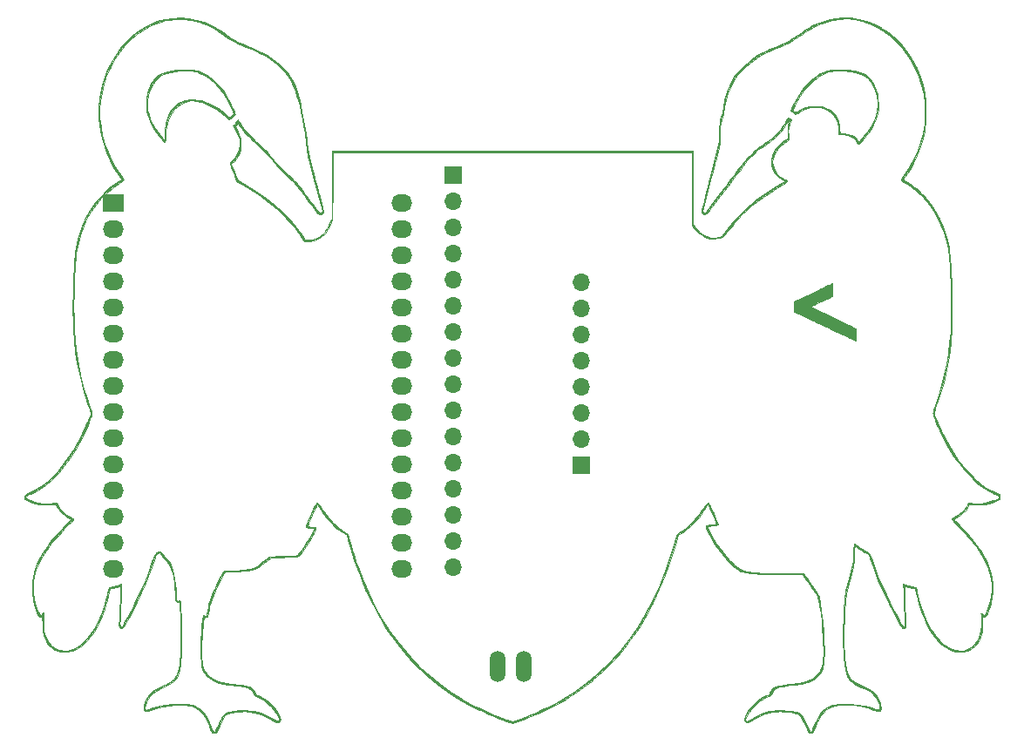
<source format=gts>
G04 #@! TF.FileFunction,Soldermask,Top*
%FSLAX46Y46*%
G04 Gerber Fmt 4.6, Leading zero omitted, Abs format (unit mm)*
G04 Created by KiCad (PCBNEW 4.0.4+e1-6308~48~ubuntu16.04.1-stable) date Tue Jan 10 15:15:49 2017*
%MOMM*%
%LPD*%
G01*
G04 APERTURE LIST*
%ADD10C,0.100000*%
%ADD11C,0.010000*%
%ADD12O,1.506220X3.014980*%
%ADD13O,2.032000X1.727200*%
%ADD14R,2.032000X1.727200*%
%ADD15R,1.700000X1.700000*%
%ADD16O,1.700000X1.700000*%
G04 APERTURE END LIST*
D10*
D11*
G36*
X121340634Y-65747925D02*
X122100576Y-65895920D01*
X122850290Y-66132899D01*
X123586168Y-66458281D01*
X124304602Y-66871490D01*
X124601085Y-67071660D01*
X125002158Y-67350839D01*
X125354130Y-67586191D01*
X125670798Y-67785467D01*
X125965959Y-67956416D01*
X126253409Y-68106789D01*
X126546946Y-68244337D01*
X126860366Y-68376809D01*
X127075460Y-68461619D01*
X127587866Y-68665539D01*
X128038865Y-68860277D01*
X128441573Y-69053677D01*
X128809107Y-69253581D01*
X129154581Y-69467835D01*
X129491111Y-69704281D01*
X129831813Y-69970763D01*
X130189803Y-70275126D01*
X130358055Y-70424758D01*
X130675946Y-70727511D01*
X130939273Y-71020403D01*
X131162291Y-71324609D01*
X131359255Y-71661303D01*
X131544421Y-72051659D01*
X131686052Y-72397311D01*
X131867235Y-72906623D01*
X132039618Y-73483910D01*
X132204015Y-74133017D01*
X132361241Y-74857787D01*
X132512110Y-75662066D01*
X132657437Y-76549698D01*
X132798036Y-77524528D01*
X132841571Y-77851000D01*
X132866577Y-78039516D01*
X132890478Y-78210562D01*
X132915204Y-78372633D01*
X132942681Y-78534223D01*
X132974837Y-78703827D01*
X133013599Y-78889937D01*
X133060895Y-79101050D01*
X133118653Y-79345659D01*
X133188798Y-79632258D01*
X133273260Y-79969342D01*
X133373966Y-80365404D01*
X133492843Y-80828941D01*
X133631818Y-81368444D01*
X133697429Y-81622775D01*
X133824815Y-82117920D01*
X133945201Y-82588695D01*
X134056675Y-83027438D01*
X134157324Y-83426484D01*
X134245235Y-83778170D01*
X134318496Y-84074833D01*
X134375194Y-84308809D01*
X134413417Y-84472434D01*
X134431253Y-84558045D01*
X134432343Y-84567545D01*
X134398674Y-84661618D01*
X134313117Y-84750922D01*
X134198849Y-84817667D01*
X134079046Y-84844065D01*
X134072194Y-84843978D01*
X134039715Y-84836687D01*
X133999407Y-84812639D01*
X133946485Y-84766009D01*
X133876166Y-84690971D01*
X133783668Y-84581700D01*
X133664206Y-84432370D01*
X133512997Y-84237157D01*
X133325258Y-83990233D01*
X133096205Y-83685774D01*
X132840104Y-83343460D01*
X132542789Y-82946980D01*
X132290330Y-82614028D01*
X132077788Y-82338478D01*
X131900226Y-82114203D01*
X131752706Y-81935076D01*
X131630289Y-81794973D01*
X131528037Y-81687765D01*
X131441013Y-81607328D01*
X131440093Y-81606545D01*
X131254750Y-81446090D01*
X131075696Y-81284535D01*
X130895934Y-81114568D01*
X130708470Y-80928880D01*
X130506308Y-80720161D01*
X130282453Y-80481099D01*
X130029909Y-80204384D01*
X129741681Y-79882706D01*
X129410774Y-79508755D01*
X129164023Y-79227965D01*
X128958240Y-79000799D01*
X128712161Y-78741001D01*
X128446883Y-78470138D01*
X128183507Y-78209775D01*
X127958156Y-77995396D01*
X127739248Y-77790061D01*
X127519734Y-77580343D01*
X127314254Y-77380505D01*
X127137449Y-77204811D01*
X127003959Y-77067526D01*
X126984944Y-77047223D01*
X126857304Y-76903440D01*
X126717816Y-76735979D01*
X126576949Y-76558708D01*
X126445169Y-76385491D01*
X126332944Y-76230195D01*
X126250742Y-76106687D01*
X126209031Y-76028833D01*
X126205932Y-76015273D01*
X126181662Y-75978832D01*
X126120407Y-75999953D01*
X126038579Y-76070620D01*
X125999856Y-76115891D01*
X125893482Y-76251146D01*
X125973022Y-76387221D01*
X126065998Y-76571976D01*
X126164135Y-76808362D01*
X126255015Y-77062265D01*
X126326221Y-77299571D01*
X126359958Y-77450271D01*
X126378696Y-77619647D01*
X126389366Y-77839958D01*
X126390220Y-78070096D01*
X126388656Y-78125435D01*
X126353758Y-78485289D01*
X126272327Y-78807848D01*
X126137827Y-79107066D01*
X125943720Y-79396899D01*
X125683470Y-79691302D01*
X125630065Y-79744900D01*
X125490324Y-79883000D01*
X125781706Y-80666365D01*
X125895295Y-80966101D01*
X125985325Y-81189695D01*
X126056244Y-81346834D01*
X126112505Y-81447207D01*
X126158557Y-81500500D01*
X126167865Y-81506932D01*
X126227446Y-81542537D01*
X126344683Y-81612298D01*
X126509049Y-81709961D01*
X126710019Y-81829275D01*
X126937068Y-81963989D01*
X127115626Y-82069881D01*
X128071309Y-82670090D01*
X128955777Y-83295694D01*
X129771156Y-83948672D01*
X130519575Y-84631004D01*
X131203163Y-85344669D01*
X131824046Y-86091645D01*
X132384353Y-86873912D01*
X132540847Y-87115606D01*
X132592246Y-87191685D01*
X132641787Y-87238925D01*
X132709280Y-87265442D01*
X132814534Y-87279351D01*
X132961627Y-87287980D01*
X133350840Y-87269284D01*
X133709767Y-87170376D01*
X134044870Y-86988042D01*
X134362615Y-86719065D01*
X134569561Y-86488104D01*
X134730515Y-86281401D01*
X134852354Y-86097774D01*
X134955394Y-85902944D01*
X135059955Y-85662636D01*
X135062397Y-85656649D01*
X135247417Y-85202667D01*
X135257638Y-81930925D01*
X135267858Y-78659182D01*
X170333537Y-78659182D01*
X170333537Y-82208024D01*
X170333579Y-82864404D01*
X170333792Y-83434646D01*
X170334303Y-83924974D01*
X170335241Y-84341615D01*
X170336734Y-84690793D01*
X170338912Y-84978733D01*
X170341902Y-85211662D01*
X170345832Y-85395803D01*
X170350832Y-85537382D01*
X170357030Y-85642625D01*
X170364554Y-85717757D01*
X170373532Y-85769003D01*
X170384094Y-85802588D01*
X170396367Y-85824737D01*
X170408464Y-85839469D01*
X170458389Y-85911005D01*
X170466973Y-85954431D01*
X170483608Y-86002145D01*
X170546835Y-86092067D01*
X170643852Y-86208995D01*
X170761856Y-86337726D01*
X170888044Y-86463060D01*
X170921149Y-86493701D01*
X171287130Y-86776602D01*
X171663075Y-86967982D01*
X172050015Y-87068038D01*
X172448984Y-87076970D01*
X172861016Y-86994977D01*
X173092245Y-86911747D01*
X173192208Y-86838933D01*
X173322493Y-86694203D01*
X173457546Y-86512040D01*
X173570748Y-86356311D01*
X173722819Y-86157885D01*
X173897484Y-85937458D01*
X174078468Y-85715722D01*
X174167644Y-85609173D01*
X174717429Y-84994287D01*
X175301965Y-84411266D01*
X175929079Y-83853621D01*
X176606597Y-83314866D01*
X177342344Y-82788511D01*
X178144148Y-82268070D01*
X178351597Y-82140699D01*
X178587740Y-81996141D01*
X178800388Y-81863911D01*
X178980412Y-81749853D01*
X179118680Y-81659812D01*
X179206063Y-81599633D01*
X179233606Y-81576058D01*
X179207147Y-81542301D01*
X179128422Y-81493584D01*
X179060947Y-81461174D01*
X178861434Y-81351022D01*
X178650945Y-81197350D01*
X178455571Y-81021790D01*
X178301407Y-80845971D01*
X178276728Y-80811068D01*
X178135336Y-80573081D01*
X178043228Y-80341154D01*
X177992153Y-80085574D01*
X177973858Y-79776625D01*
X177973418Y-79718969D01*
X177974883Y-79506158D01*
X177984307Y-79352509D01*
X178007633Y-79224850D01*
X178050808Y-79090010D01*
X178115787Y-78924649D01*
X178298772Y-78562482D01*
X178545217Y-78224869D01*
X178858788Y-77907664D01*
X179243152Y-77606717D01*
X179337268Y-77542484D01*
X179526820Y-77416096D01*
X179527769Y-76825366D01*
X179530342Y-76558433D01*
X179538654Y-76359660D01*
X179555077Y-76204937D01*
X179581987Y-76070150D01*
X179613067Y-75959146D01*
X179668933Y-75764706D01*
X179693194Y-75646631D01*
X179684374Y-75605390D01*
X179640999Y-75641453D01*
X179561594Y-75755288D01*
X179444683Y-75947366D01*
X179397843Y-76027618D01*
X179112885Y-76466282D01*
X178779798Y-76878567D01*
X178392416Y-77270425D01*
X177944572Y-77647810D01*
X177430101Y-78016674D01*
X177151282Y-78196446D01*
X176890483Y-78362418D01*
X176692542Y-78495984D01*
X176550941Y-78602009D01*
X176459164Y-78685356D01*
X176412029Y-78748272D01*
X176312375Y-78894379D01*
X176171131Y-79047367D01*
X176016773Y-79178824D01*
X175916534Y-79242629D01*
X175864542Y-79291065D01*
X175762746Y-79407976D01*
X175611641Y-79592728D01*
X175411724Y-79844684D01*
X175163491Y-80163208D01*
X174867436Y-80547664D01*
X174524055Y-80997417D01*
X174133846Y-81511830D01*
X173707362Y-82076908D01*
X173324614Y-82585281D01*
X172989775Y-83029840D01*
X172699257Y-83414562D01*
X172449472Y-83743426D01*
X172236832Y-84020409D01*
X172057748Y-84249487D01*
X171908633Y-84434639D01*
X171785898Y-84579842D01*
X171685956Y-84689072D01*
X171605218Y-84766309D01*
X171540096Y-84815528D01*
X171487002Y-84840708D01*
X171442348Y-84845826D01*
X171402545Y-84834859D01*
X171364007Y-84811784D01*
X171323144Y-84780580D01*
X171290776Y-84755688D01*
X171193623Y-84651977D01*
X171167562Y-84559588D01*
X171178692Y-84499689D01*
X171210914Y-84358738D01*
X171262475Y-84143756D01*
X171331621Y-83861760D01*
X171416597Y-83519772D01*
X171515650Y-83124809D01*
X171627025Y-82683893D01*
X171748970Y-82204041D01*
X171879729Y-81692273D01*
X172017550Y-81155609D01*
X172036062Y-81083727D01*
X172904568Y-77712455D01*
X172867168Y-77389182D01*
X172850001Y-77096855D01*
X172856171Y-76751270D01*
X172882849Y-76377285D01*
X172927201Y-75999757D01*
X172986399Y-75643545D01*
X173057609Y-75333506D01*
X173124903Y-75126273D01*
X173171732Y-74979811D01*
X173222988Y-74774848D01*
X173270937Y-74544052D01*
X173294311Y-74410455D01*
X173423612Y-73749659D01*
X173592970Y-73111361D01*
X173796197Y-72514941D01*
X174027104Y-71979781D01*
X174140494Y-71760278D01*
X174314512Y-71464495D01*
X174497769Y-71200808D01*
X174705846Y-70950087D01*
X174954330Y-70693207D01*
X175187829Y-70474804D01*
X175571769Y-70136056D01*
X175928734Y-69842114D01*
X176272268Y-69584798D01*
X176615917Y-69355931D01*
X176973225Y-69147336D01*
X177357736Y-68950834D01*
X177782994Y-68758248D01*
X178262543Y-68561400D01*
X178526496Y-68458980D01*
X178924971Y-68298215D01*
X179295006Y-68129315D01*
X179654143Y-67942560D01*
X180019924Y-67728231D01*
X180409891Y-67476609D01*
X180841586Y-67177975D01*
X180852448Y-67170261D01*
X181248088Y-66898987D01*
X181609995Y-66673861D01*
X181962349Y-66481415D01*
X182329330Y-66308181D01*
X182616522Y-66187652D01*
X183366675Y-65933484D01*
X184125316Y-65769148D01*
X184887669Y-65694244D01*
X185648956Y-65708374D01*
X186404402Y-65811138D01*
X187149229Y-66002136D01*
X187878661Y-66280971D01*
X188587921Y-66647241D01*
X188665017Y-66693162D01*
X189192041Y-67035128D01*
X189665161Y-67395825D01*
X190106293Y-67794102D01*
X190537352Y-68248809D01*
X190720718Y-68461210D01*
X191233131Y-69130435D01*
X191684772Y-69847696D01*
X192073198Y-70607109D01*
X192395965Y-71402793D01*
X192650627Y-72228866D01*
X192834740Y-73079447D01*
X192929858Y-73776227D01*
X192954246Y-74125476D01*
X192965012Y-74535865D01*
X192962956Y-74982294D01*
X192948880Y-75439666D01*
X192923587Y-75882883D01*
X192887878Y-76286847D01*
X192842554Y-76626461D01*
X192837948Y-76653482D01*
X192665756Y-77444081D01*
X192426561Y-78239443D01*
X192127206Y-79023388D01*
X191774536Y-79779738D01*
X191375392Y-80492311D01*
X190940433Y-81139766D01*
X190853238Y-81264106D01*
X190791031Y-81364637D01*
X190767268Y-81419617D01*
X190767268Y-81419644D01*
X190799328Y-81460818D01*
X190882189Y-81520208D01*
X190966298Y-81568076D01*
X191339749Y-81788086D01*
X191737701Y-82069995D01*
X192142293Y-82399101D01*
X192535660Y-82760702D01*
X192899941Y-83140096D01*
X192963128Y-83211530D01*
X193445346Y-83822359D01*
X193885816Y-84497342D01*
X194278494Y-85223425D01*
X194617339Y-85987557D01*
X194896308Y-86776687D01*
X195109361Y-87577762D01*
X195200759Y-88045154D01*
X195231174Y-88259370D01*
X195264186Y-88552519D01*
X195298741Y-88911275D01*
X195333788Y-89322315D01*
X195368273Y-89772313D01*
X195401145Y-90247946D01*
X195431350Y-90735889D01*
X195457836Y-91222818D01*
X195467514Y-91422032D01*
X195480785Y-91775689D01*
X195491138Y-92194973D01*
X195498576Y-92662665D01*
X195503101Y-93161548D01*
X195504718Y-93674403D01*
X195503429Y-94184012D01*
X195499237Y-94673157D01*
X195492144Y-95124620D01*
X195482153Y-95521182D01*
X195469268Y-95845625D01*
X195466762Y-95892872D01*
X195359072Y-97286044D01*
X195192796Y-98626737D01*
X194966186Y-99923601D01*
X194677495Y-101185286D01*
X194324974Y-102420444D01*
X193906876Y-103637725D01*
X193896370Y-103665860D01*
X193834749Y-103839156D01*
X193788045Y-103986826D01*
X193763905Y-104084084D01*
X193762194Y-104100803D01*
X193779865Y-104179603D01*
X193829138Y-104325429D01*
X193904406Y-104524831D01*
X194000059Y-104764358D01*
X194110487Y-105030563D01*
X194230082Y-105309994D01*
X194353235Y-105589204D01*
X194474336Y-105854741D01*
X194587778Y-106093157D01*
X194621884Y-106162205D01*
X195113476Y-107087080D01*
X195630192Y-107939839D01*
X196184120Y-108739357D01*
X196678673Y-109373451D01*
X197220271Y-109996737D01*
X197753354Y-110534625D01*
X198284291Y-110992282D01*
X198819447Y-111374878D01*
X199365190Y-111687581D01*
X199745222Y-111862779D01*
X200150104Y-112032057D01*
X200150104Y-112532965D01*
X199733089Y-112686441D01*
X199376109Y-112811953D01*
X199069587Y-112905158D01*
X198794294Y-112970133D01*
X198530997Y-113010960D01*
X198260467Y-113031716D01*
X198083985Y-113036262D01*
X197874001Y-113035546D01*
X197672339Y-113029759D01*
X197500891Y-113019848D01*
X197381547Y-113006760D01*
X197374707Y-113005568D01*
X197258405Y-112987576D01*
X197192471Y-112994227D01*
X197152523Y-113034693D01*
X197121510Y-113100825D01*
X196998463Y-113324068D01*
X196819500Y-113560391D01*
X196600684Y-113793852D01*
X196358079Y-114008506D01*
X196107749Y-114188410D01*
X195920427Y-114292942D01*
X195794258Y-114356704D01*
X195701562Y-114410151D01*
X195659721Y-114443124D01*
X195658907Y-114445842D01*
X195687466Y-114488479D01*
X195755420Y-114555634D01*
X195763161Y-114562411D01*
X196032600Y-114809176D01*
X196331254Y-115106060D01*
X196648265Y-115440422D01*
X196972774Y-115799621D01*
X197293923Y-116171016D01*
X197600853Y-116541965D01*
X197882705Y-116899828D01*
X198128620Y-117231964D01*
X198327741Y-117525731D01*
X198377740Y-117606158D01*
X198690341Y-118154861D01*
X198941716Y-118672234D01*
X199136452Y-119172808D01*
X199279138Y-119671114D01*
X199374362Y-120181682D01*
X199426710Y-120719045D01*
X199437173Y-120961727D01*
X199435013Y-121508674D01*
X199392347Y-122007093D01*
X199304772Y-122489675D01*
X199167889Y-122989111D01*
X199161574Y-123009119D01*
X199055712Y-123329536D01*
X198964428Y-123570163D01*
X198881609Y-123740071D01*
X198801142Y-123848326D01*
X198716917Y-123903999D01*
X198622820Y-123916158D01*
X198557165Y-123905898D01*
X198463089Y-123883990D01*
X198462431Y-124466404D01*
X198451709Y-124898225D01*
X198418108Y-125264134D01*
X198357879Y-125587596D01*
X198267267Y-125892075D01*
X198210527Y-126041727D01*
X198013105Y-126429745D01*
X197761129Y-126755787D01*
X197459511Y-127015183D01*
X197113161Y-127203261D01*
X196918239Y-127270975D01*
X196688421Y-127313740D01*
X196412887Y-127329311D01*
X196118022Y-127319062D01*
X195830213Y-127284366D01*
X195575847Y-127226598D01*
X195487119Y-127196474D01*
X195043716Y-126988091D01*
X194628205Y-126711686D01*
X194228735Y-126358438D01*
X193936349Y-126042217D01*
X193526892Y-125505680D01*
X193152194Y-124892005D01*
X192815168Y-124207877D01*
X192518730Y-123459981D01*
X192265793Y-122655001D01*
X192059272Y-121799623D01*
X192035394Y-121682095D01*
X191993779Y-121485082D01*
X191954603Y-121321282D01*
X191923210Y-121211960D01*
X191909120Y-121179692D01*
X191857006Y-121154780D01*
X191750246Y-121126956D01*
X191609721Y-121101426D01*
X191575566Y-121096527D01*
X191401203Y-121066952D01*
X191227886Y-121028072D01*
X191092325Y-120988153D01*
X191089207Y-120987019D01*
X190978285Y-120953920D01*
X190898707Y-120944119D01*
X190876086Y-120951519D01*
X190869006Y-121008908D01*
X190867171Y-121149422D01*
X190870258Y-121364073D01*
X190877943Y-121643873D01*
X190889901Y-121979834D01*
X190905809Y-122362966D01*
X190925343Y-122784282D01*
X190948179Y-123234792D01*
X190973993Y-123705509D01*
X190977630Y-123769106D01*
X190993854Y-124072354D01*
X191006330Y-124348154D01*
X191014584Y-124581953D01*
X191018142Y-124759198D01*
X191016527Y-124865336D01*
X191014045Y-124885806D01*
X190958612Y-124961743D01*
X190855865Y-125007191D01*
X190732303Y-125012755D01*
X190685198Y-125002395D01*
X190638263Y-124967178D01*
X190569963Y-124880274D01*
X190476265Y-124735312D01*
X190353137Y-124525924D01*
X190196546Y-124245740D01*
X190135456Y-124134118D01*
X189461313Y-122847821D01*
X188856528Y-121589450D01*
X188319322Y-120354971D01*
X187847916Y-119140350D01*
X187538184Y-118245211D01*
X187412194Y-117860876D01*
X187054437Y-117681351D01*
X186853517Y-117571888D01*
X186633955Y-117438733D01*
X186434747Y-117305865D01*
X186383981Y-117269050D01*
X186248679Y-117169444D01*
X186139438Y-117091122D01*
X186071056Y-117044579D01*
X186055807Y-117036273D01*
X186049020Y-117079805D01*
X186040425Y-117199918D01*
X186030898Y-117380886D01*
X186021311Y-117606986D01*
X186016195Y-117748881D01*
X186004596Y-118028984D01*
X185989381Y-118307061D01*
X185972281Y-118555928D01*
X185955024Y-118748404D01*
X185949720Y-118793893D01*
X185925889Y-118926047D01*
X185880187Y-119129929D01*
X185816438Y-119390369D01*
X185738467Y-119692199D01*
X185650098Y-120020249D01*
X185555157Y-120359350D01*
X185554021Y-120363327D01*
X185200658Y-121600358D01*
X185141222Y-122424042D01*
X185080159Y-123376428D01*
X185037203Y-124285500D01*
X185012258Y-125145587D01*
X185005225Y-125951020D01*
X185016007Y-126696126D01*
X185044505Y-127375235D01*
X185090622Y-127982676D01*
X185154260Y-128512780D01*
X185235321Y-128959874D01*
X185255460Y-129046437D01*
X185342150Y-129345743D01*
X185450264Y-129603074D01*
X185587899Y-129826651D01*
X185763152Y-130024696D01*
X185984122Y-130205430D01*
X186258905Y-130377077D01*
X186595601Y-130547857D01*
X186843537Y-130658870D01*
X187254023Y-130851259D01*
X187595448Y-131046606D01*
X187874537Y-131250521D01*
X188098020Y-131468615D01*
X188272623Y-131706500D01*
X188399737Y-131956862D01*
X188498709Y-132229222D01*
X188565714Y-132487976D01*
X188598615Y-132717467D01*
X188595276Y-132902035D01*
X188553561Y-133026023D01*
X188546799Y-133034974D01*
X188497167Y-133079315D01*
X188431819Y-133099848D01*
X188338850Y-133095013D01*
X188206354Y-133063249D01*
X188022423Y-133002994D01*
X187862866Y-132945309D01*
X187236090Y-132747367D01*
X186572077Y-132599026D01*
X185896780Y-132504421D01*
X185236153Y-132467682D01*
X184897869Y-132473216D01*
X184466071Y-132507489D01*
X184096004Y-132572259D01*
X183776603Y-132672183D01*
X183496808Y-132811917D01*
X183245554Y-132996116D01*
X183011780Y-133229437D01*
X182961168Y-133288333D01*
X182834570Y-133445685D01*
X182723651Y-133600516D01*
X182619429Y-133768829D01*
X182512922Y-133966630D01*
X182395149Y-134209922D01*
X182257130Y-134514711D01*
X182199160Y-134646210D01*
X181952396Y-135208818D01*
X181573985Y-135208818D01*
X181429734Y-134862455D01*
X181256192Y-134459937D01*
X181101559Y-134134622D01*
X180959556Y-133876595D01*
X180823902Y-133675941D01*
X180688318Y-133522745D01*
X180546524Y-133407093D01*
X180482263Y-133366543D01*
X180305956Y-133289919D01*
X180068714Y-133225430D01*
X179784878Y-133174175D01*
X179468792Y-133137254D01*
X179134796Y-133115766D01*
X178797235Y-133110812D01*
X178470450Y-133123491D01*
X178168783Y-133154903D01*
X178029358Y-133178464D01*
X177399243Y-133346365D01*
X176758628Y-133605118D01*
X176108570Y-133954291D01*
X176057711Y-133985186D01*
X175842413Y-134098435D01*
X175653350Y-134161342D01*
X175501084Y-134171886D01*
X175396176Y-134128045D01*
X175383208Y-134114309D01*
X175342620Y-134003271D01*
X175348778Y-133839774D01*
X175399906Y-133642332D01*
X175437735Y-133545905D01*
X175667940Y-133107842D01*
X175962415Y-132697843D01*
X176311101Y-132325736D01*
X176703941Y-132001347D01*
X177130877Y-131734502D01*
X177441127Y-131588642D01*
X177604361Y-131518903D01*
X177709555Y-131463698D01*
X177771612Y-131412362D01*
X177805437Y-131354229D01*
X177816159Y-131320262D01*
X177871951Y-131157414D01*
X177949950Y-131018822D01*
X178056823Y-130901485D01*
X178199237Y-130802401D01*
X178383858Y-130718570D01*
X178617352Y-130646992D01*
X178906385Y-130584666D01*
X179257625Y-130528590D01*
X179677736Y-130475764D01*
X179697150Y-130473553D01*
X180082734Y-130427864D01*
X180404639Y-130384803D01*
X180674892Y-130341920D01*
X180905520Y-130296766D01*
X181108551Y-130246890D01*
X181296010Y-130189843D01*
X181479925Y-130123175D01*
X181546203Y-130096906D01*
X181940232Y-129899259D01*
X182276614Y-129646691D01*
X182526286Y-129379690D01*
X182665276Y-129181042D01*
X182776629Y-128962720D01*
X182862748Y-128713151D01*
X182926030Y-128420767D01*
X182968875Y-128073995D01*
X182993684Y-127661266D01*
X183002855Y-127171008D01*
X183003032Y-127080818D01*
X182991272Y-126470608D01*
X182957337Y-125794351D01*
X182903171Y-125073568D01*
X182830718Y-124329778D01*
X182741922Y-123584502D01*
X182638727Y-122859259D01*
X182599568Y-122614150D01*
X182563017Y-122404957D01*
X182524772Y-122229560D01*
X182477946Y-122073939D01*
X182415647Y-121924074D01*
X182330988Y-121765946D01*
X182217078Y-121585536D01*
X182067029Y-121368823D01*
X181873950Y-121101789D01*
X181820437Y-121028647D01*
X181660010Y-120807343D01*
X181495817Y-120576898D01*
X181344469Y-120360872D01*
X181222578Y-120182830D01*
X181194915Y-120141370D01*
X180967417Y-119797460D01*
X178844432Y-119786978D01*
X178349490Y-119784097D01*
X177921629Y-119780372D01*
X177552110Y-119775308D01*
X177232193Y-119768411D01*
X176953139Y-119759184D01*
X176706209Y-119747133D01*
X176482663Y-119731764D01*
X176273763Y-119712582D01*
X176070769Y-119689091D01*
X175864941Y-119660797D01*
X175647540Y-119627205D01*
X175451447Y-119594845D01*
X175211516Y-119547993D01*
X175021952Y-119493985D01*
X174857308Y-119424527D01*
X174750104Y-119366293D01*
X174463850Y-119169037D01*
X174151259Y-118900603D01*
X173820826Y-118571851D01*
X173481048Y-118193640D01*
X173140424Y-117776829D01*
X172807449Y-117332279D01*
X172490621Y-116870850D01*
X172198437Y-116403401D01*
X171939393Y-115940792D01*
X171724328Y-115499138D01*
X171639617Y-115305033D01*
X171593762Y-115171042D01*
X171593666Y-115084677D01*
X171646235Y-115033452D01*
X171758373Y-115004880D01*
X171936984Y-114986475D01*
X172011074Y-114980553D01*
X172238955Y-114963303D01*
X172401989Y-114944908D01*
X172505154Y-114913088D01*
X172553429Y-114855566D01*
X172551792Y-114760065D01*
X172505221Y-114614305D01*
X172418694Y-114406009D01*
X172328741Y-114197078D01*
X172219912Y-113946323D01*
X172110867Y-113701805D01*
X172011579Y-113485441D01*
X171932027Y-113319150D01*
X171904253Y-113264450D01*
X171765337Y-112999909D01*
X171692743Y-113121308D01*
X171642361Y-113199131D01*
X171553212Y-113330541D01*
X171436341Y-113499491D01*
X171302793Y-113689934D01*
X171249274Y-113765581D01*
X170889018Y-114243100D01*
X170514832Y-114682259D01*
X170136491Y-115073424D01*
X169763771Y-115406967D01*
X169406445Y-115673256D01*
X169168528Y-115815643D01*
X168879121Y-115968902D01*
X168627886Y-116860497D01*
X168161636Y-118390705D01*
X167644301Y-119852857D01*
X167075512Y-121247554D01*
X166454900Y-122575399D01*
X165782097Y-123836995D01*
X165056734Y-125032943D01*
X164278441Y-126163847D01*
X163446850Y-127230309D01*
X162561593Y-128232931D01*
X161622299Y-129172315D01*
X160628602Y-130049064D01*
X160476820Y-130173595D01*
X159794107Y-130708244D01*
X159106255Y-131204994D01*
X158403943Y-131669037D01*
X157677845Y-132105565D01*
X156918639Y-132519771D01*
X156117000Y-132916845D01*
X155263603Y-133301981D01*
X154349126Y-133680371D01*
X153787177Y-133898750D01*
X152803055Y-134273035D01*
X152213893Y-134052680D01*
X151909038Y-133936680D01*
X151571613Y-133804879D01*
X151215891Y-133663132D01*
X150856144Y-133517289D01*
X150506645Y-133373202D01*
X150181666Y-133236724D01*
X149895481Y-133113706D01*
X149662360Y-133010001D01*
X149594572Y-132978707D01*
X148380535Y-132365134D01*
X147219003Y-131684943D01*
X146110141Y-130938339D01*
X145054109Y-130125525D01*
X144051072Y-129246708D01*
X143101191Y-128302090D01*
X142204630Y-127291877D01*
X141361551Y-126216273D01*
X140572117Y-125075483D01*
X139836490Y-123869712D01*
X139154834Y-122599163D01*
X138527311Y-121264041D01*
X137954084Y-119864552D01*
X137435315Y-118400898D01*
X137077094Y-117244091D01*
X136992654Y-116952733D01*
X136915105Y-116682338D01*
X136848693Y-116447936D01*
X136797665Y-116264560D01*
X136766268Y-116147242D01*
X136760250Y-116122593D01*
X136734819Y-116042343D01*
X136690248Y-115978637D01*
X136610658Y-115916582D01*
X136480166Y-115841285D01*
X136434092Y-115816723D01*
X136055612Y-115580072D01*
X135660600Y-115263943D01*
X135256805Y-114876358D01*
X134851975Y-114425340D01*
X134453857Y-113918912D01*
X134077820Y-113376802D01*
X133844731Y-113019330D01*
X133775587Y-113120585D01*
X133717750Y-113219477D01*
X133638364Y-113375037D01*
X133543225Y-113573862D01*
X133438129Y-113802544D01*
X133328872Y-114047681D01*
X133221251Y-114295865D01*
X133121062Y-114533693D01*
X133034101Y-114747758D01*
X132966164Y-114924656D01*
X132923047Y-115050982D01*
X132910548Y-115113330D01*
X132912346Y-115117033D01*
X132962143Y-115131569D01*
X133065433Y-115149084D01*
X133200091Y-115165840D01*
X133203344Y-115166183D01*
X133410253Y-115189521D01*
X133552937Y-115210856D01*
X133642857Y-115233635D01*
X133691477Y-115261311D01*
X133710260Y-115297332D01*
X133712044Y-115319287D01*
X133689064Y-115410364D01*
X133624551Y-115561409D01*
X133525150Y-115761068D01*
X133397504Y-115997985D01*
X133248257Y-116260807D01*
X133084052Y-116538178D01*
X132911532Y-116818745D01*
X132737343Y-117091153D01*
X132568126Y-117344046D01*
X132410527Y-117566071D01*
X132351365Y-117644820D01*
X132221911Y-117809356D01*
X132124594Y-117918399D01*
X132042388Y-117986777D01*
X131958268Y-118029314D01*
X131881851Y-118053684D01*
X131786807Y-118069850D01*
X131625185Y-118085564D01*
X131406230Y-118100292D01*
X131139185Y-118113497D01*
X130833294Y-118124644D01*
X130515621Y-118132830D01*
X129347407Y-118157260D01*
X129018158Y-118411732D01*
X128711432Y-118647959D01*
X128459148Y-118839262D01*
X128252134Y-118990974D01*
X128081218Y-119108429D01*
X127937227Y-119196960D01*
X127810991Y-119261900D01*
X127693337Y-119308582D01*
X127575092Y-119342341D01*
X127447086Y-119368508D01*
X127343089Y-119385743D01*
X127134925Y-119413739D01*
X126869356Y-119442260D01*
X126564780Y-119469879D01*
X126239595Y-119495165D01*
X125912200Y-119516691D01*
X125600994Y-119533029D01*
X125324375Y-119542748D01*
X125319547Y-119542860D01*
X124869289Y-119553182D01*
X124399780Y-120453727D01*
X124138238Y-120964595D01*
X123919243Y-121414375D01*
X123738449Y-121814556D01*
X123591506Y-122176626D01*
X123474065Y-122512074D01*
X123381777Y-122832388D01*
X123310295Y-123149057D01*
X123255268Y-123473569D01*
X123254410Y-123479496D01*
X123187841Y-123940455D01*
X123000316Y-123963546D01*
X122812791Y-123986636D01*
X122768660Y-124309909D01*
X122713956Y-124775879D01*
X122667150Y-125303603D01*
X122630151Y-125862763D01*
X122604868Y-126423039D01*
X122593213Y-126954109D01*
X122592660Y-127103909D01*
X122598450Y-127588155D01*
X122616402Y-127993163D01*
X122649226Y-128331339D01*
X122699632Y-128615086D01*
X122770331Y-128856810D01*
X122864032Y-129068917D01*
X122983447Y-129263811D01*
X123097171Y-129413064D01*
X123318608Y-129649749D01*
X123567668Y-129849682D01*
X123852577Y-130016462D01*
X124181555Y-130153693D01*
X124562827Y-130264975D01*
X125004615Y-130353910D01*
X125364332Y-130406070D01*
X125759118Y-130456176D01*
X126086294Y-130498541D01*
X126353705Y-130534461D01*
X126569198Y-130565230D01*
X126740618Y-130592146D01*
X126875812Y-130616504D01*
X126982627Y-130639599D01*
X127068907Y-130662728D01*
X127142500Y-130687186D01*
X127198467Y-130708972D01*
X127404701Y-130807514D01*
X127552391Y-130916165D01*
X127658631Y-131051411D01*
X127740515Y-131229740D01*
X127741660Y-131232868D01*
X127791963Y-131360810D01*
X127841253Y-131439475D01*
X127912316Y-131491129D01*
X128027941Y-131538039D01*
X128068665Y-131552399D01*
X128459815Y-131728089D01*
X128854093Y-131977646D01*
X129232251Y-132286686D01*
X129575036Y-132640827D01*
X129655626Y-132738061D01*
X129869498Y-133026610D01*
X130040231Y-133301830D01*
X130163644Y-133554577D01*
X130235555Y-133775703D01*
X130251782Y-133956064D01*
X130240839Y-134017977D01*
X130207833Y-134098876D01*
X130153250Y-134140154D01*
X130052198Y-134158456D01*
X130027577Y-134160561D01*
X129921132Y-134159169D01*
X129814442Y-134131525D01*
X129684335Y-134069450D01*
X129554415Y-133993529D01*
X128930323Y-133650164D01*
X128322906Y-133392462D01*
X127725321Y-133218276D01*
X127130729Y-133125462D01*
X126730522Y-133107731D01*
X126463807Y-133114853D01*
X126184240Y-133134913D01*
X125907344Y-133165655D01*
X125648641Y-133204826D01*
X125423655Y-133250170D01*
X125247910Y-133299432D01*
X125161312Y-133335669D01*
X124986947Y-133452726D01*
X124822600Y-133616785D01*
X124661784Y-133837330D01*
X124498010Y-134123844D01*
X124324792Y-134485814D01*
X124237855Y-134685684D01*
X124015947Y-135208818D01*
X123847019Y-135222588D01*
X123718434Y-135217978D01*
X123644271Y-135182050D01*
X123640174Y-135176406D01*
X123609230Y-135115443D01*
X123550436Y-134989446D01*
X123471384Y-134815032D01*
X123379664Y-134608817D01*
X123349035Y-134539182D01*
X123136692Y-134083470D01*
X122932025Y-133707048D01*
X122726871Y-133398880D01*
X122513064Y-133147932D01*
X122282439Y-132943168D01*
X122054582Y-132789741D01*
X121845014Y-132681633D01*
X121619406Y-132599317D01*
X121363631Y-132539644D01*
X121063557Y-132499463D01*
X120705058Y-132475626D01*
X120632940Y-132472817D01*
X120043413Y-132479124D01*
X119428233Y-132535693D01*
X118811347Y-132638523D01*
X118216702Y-132783609D01*
X117668246Y-132966949D01*
X117661898Y-132969422D01*
X117429264Y-133052702D01*
X117256246Y-133096281D01*
X117134444Y-133101273D01*
X117055457Y-133068796D01*
X117039029Y-133052127D01*
X117000262Y-132946206D01*
X116994213Y-132778431D01*
X117017444Y-132568131D01*
X117066517Y-132334639D01*
X117137996Y-132097285D01*
X117228441Y-131875400D01*
X117259243Y-131813822D01*
X117392525Y-131596901D01*
X117556619Y-131400026D01*
X117759931Y-131216750D01*
X118010867Y-131040626D01*
X118317834Y-130865207D01*
X118689238Y-130684046D01*
X118794283Y-130636595D01*
X119100654Y-130495439D01*
X119345960Y-130370822D01*
X119542323Y-130255141D01*
X119701862Y-130140795D01*
X119836699Y-130020183D01*
X119921220Y-129929846D01*
X120060449Y-129744589D01*
X120179057Y-129525381D01*
X120279066Y-129263580D01*
X120362499Y-128950544D01*
X120431378Y-128577630D01*
X120487726Y-128136195D01*
X120533566Y-127617596D01*
X120560930Y-127196273D01*
X120574853Y-126855650D01*
X120582679Y-126440722D01*
X120584653Y-125969221D01*
X120581019Y-125458882D01*
X120572023Y-124927438D01*
X120557909Y-124392623D01*
X120538924Y-123872171D01*
X120515311Y-123383816D01*
X120506053Y-123224636D01*
X120462343Y-122508818D01*
X120304176Y-122494793D01*
X120196309Y-122473564D01*
X120120723Y-122437765D01*
X120109017Y-122425520D01*
X120093806Y-122362463D01*
X120075834Y-122224227D01*
X120056832Y-122027836D01*
X120038529Y-121790313D01*
X120028519Y-121633710D01*
X119984153Y-121062535D01*
X119921784Y-120531112D01*
X119843378Y-120049754D01*
X119750905Y-119628775D01*
X119646331Y-119278488D01*
X119531625Y-119009207D01*
X119525616Y-118997976D01*
X119455263Y-118884003D01*
X119344031Y-118722538D01*
X119204707Y-118531341D01*
X119050075Y-118328171D01*
X118971157Y-118227825D01*
X118541182Y-117687559D01*
X118364562Y-117772073D01*
X118187943Y-117856586D01*
X117994465Y-118427793D01*
X117598014Y-119531816D01*
X117157165Y-120631234D01*
X116664243Y-121744450D01*
X116247360Y-122616553D01*
X116074204Y-122963334D01*
X115896288Y-123310924D01*
X115718860Y-123649812D01*
X115547164Y-123970485D01*
X115386447Y-124263434D01*
X115241953Y-124519145D01*
X115118930Y-124728107D01*
X115022622Y-124880809D01*
X114958275Y-124967739D01*
X114942906Y-124981805D01*
X114846915Y-125010722D01*
X114734179Y-125004841D01*
X114668705Y-124982763D01*
X114621698Y-124942637D01*
X114591375Y-124872000D01*
X114575953Y-124758387D01*
X114573652Y-124589333D01*
X114582689Y-124352376D01*
X114599529Y-124062994D01*
X114621230Y-123698558D01*
X114642005Y-123316998D01*
X114661440Y-122929247D01*
X114679119Y-122546234D01*
X114694628Y-122178890D01*
X114707552Y-121838143D01*
X114717478Y-121534925D01*
X114723989Y-121280166D01*
X114726671Y-121084796D01*
X114725111Y-120959744D01*
X114718910Y-120915941D01*
X114674795Y-120928617D01*
X114582450Y-120960420D01*
X114511500Y-120986181D01*
X114377192Y-121026437D01*
X114204119Y-121065781D01*
X114029088Y-121095875D01*
X114024343Y-121096527D01*
X113878937Y-121120966D01*
X113762446Y-121149089D01*
X113695833Y-121175615D01*
X113689881Y-121180799D01*
X113667456Y-121239700D01*
X113631344Y-121370138D01*
X113586169Y-121554018D01*
X113536557Y-121773249D01*
X113526367Y-121820408D01*
X113413594Y-122316540D01*
X113298484Y-122754631D01*
X113170919Y-123168514D01*
X113020782Y-123592024D01*
X112913147Y-123871182D01*
X112629380Y-124527083D01*
X112326368Y-125104043D01*
X111997458Y-125614205D01*
X111849168Y-125812530D01*
X111425994Y-126297842D01*
X110983925Y-126694798D01*
X110523721Y-127002793D01*
X110112791Y-127196529D01*
X109879847Y-127263347D01*
X109602629Y-127307672D01*
X109307513Y-127328133D01*
X109020879Y-127323356D01*
X108769105Y-127291970D01*
X108681671Y-127270975D01*
X108309036Y-127123347D01*
X107986838Y-126907717D01*
X107713417Y-126622262D01*
X107487114Y-126265158D01*
X107306271Y-125834583D01*
X107268944Y-125718455D01*
X107227631Y-125574493D01*
X107197843Y-125442983D01*
X107177127Y-125302578D01*
X107163030Y-125131929D01*
X107153103Y-124909686D01*
X107145627Y-124644727D01*
X107127762Y-123917364D01*
X107002705Y-123917364D01*
X106895788Y-123908799D01*
X106815741Y-123888424D01*
X106755671Y-123822305D01*
X106681409Y-123682011D01*
X106598002Y-123482711D01*
X106510498Y-123239570D01*
X106423944Y-122967757D01*
X106343386Y-122682437D01*
X106273873Y-122398778D01*
X106220450Y-122131946D01*
X106209934Y-122067933D01*
X106175189Y-121753641D01*
X106156538Y-121382956D01*
X106153977Y-120989744D01*
X106167501Y-120607869D01*
X106197105Y-120271197D01*
X106210191Y-120177139D01*
X106332832Y-119594572D01*
X106520533Y-119008037D01*
X106774486Y-118415625D01*
X107095883Y-117815429D01*
X107485916Y-117205542D01*
X107945777Y-116584056D01*
X108476657Y-115949063D01*
X109079748Y-115298657D01*
X109554903Y-114824069D01*
X109690939Y-114687831D01*
X109800496Y-114569937D01*
X109872326Y-114483075D01*
X109895230Y-114440098D01*
X109856865Y-114402347D01*
X109766875Y-114343041D01*
X109644157Y-114274545D01*
X109634812Y-114269716D01*
X109466214Y-114173049D01*
X109287952Y-114055528D01*
X109173645Y-113970126D01*
X109038199Y-113846509D01*
X108892503Y-113690657D01*
X108750235Y-113520004D01*
X108625073Y-113351984D01*
X108530692Y-113204028D01*
X108480771Y-113093572D01*
X108478504Y-113084088D01*
X108460759Y-113018644D01*
X108429102Y-112988006D01*
X108363290Y-112985372D01*
X108243081Y-113003939D01*
X108241052Y-113004294D01*
X108120373Y-113018212D01*
X107946528Y-113029053D01*
X107742152Y-113035787D01*
X107529881Y-113037385D01*
X107515925Y-113037283D01*
X107174477Y-113022443D01*
X106849890Y-112980765D01*
X106520180Y-112907582D01*
X106163363Y-112798230D01*
X105848354Y-112683392D01*
X105669980Y-112612496D01*
X105550959Y-112557358D01*
X105477555Y-112509166D01*
X105436034Y-112459106D01*
X105414543Y-112405078D01*
X105402500Y-112258951D01*
X105513882Y-112258951D01*
X105517491Y-112307612D01*
X105564590Y-112369090D01*
X105639777Y-112425452D01*
X105775714Y-112494784D01*
X105958772Y-112572140D01*
X106175319Y-112652572D01*
X106411727Y-112731134D01*
X106654364Y-112802878D01*
X106889601Y-112862856D01*
X106979468Y-112882633D01*
X107275855Y-112936920D01*
X107520615Y-112963254D01*
X107734163Y-112962478D01*
X107936913Y-112935433D01*
X107989805Y-112924331D01*
X108196653Y-112878794D01*
X108342207Y-112851500D01*
X108439739Y-112843951D01*
X108502519Y-112857645D01*
X108543819Y-112894083D01*
X108576910Y-112954763D01*
X108593612Y-112992569D01*
X108674406Y-113134425D01*
X108802272Y-113309500D01*
X108961190Y-113499794D01*
X109135137Y-113687306D01*
X109308092Y-113854035D01*
X109464033Y-113981981D01*
X109491060Y-114000855D01*
X109647831Y-114099041D01*
X109812930Y-114190991D01*
X109932716Y-114248737D01*
X110065055Y-114320474D01*
X110125627Y-114398015D01*
X110114789Y-114489233D01*
X110032898Y-114602005D01*
X109952320Y-114681000D01*
X109654082Y-114964379D01*
X109332467Y-115289665D01*
X108999017Y-115643720D01*
X108665277Y-116013405D01*
X108342792Y-116385578D01*
X108043104Y-116747102D01*
X107777758Y-117084836D01*
X107558298Y-117385640D01*
X107497623Y-117475000D01*
X107101900Y-118120083D01*
X106780475Y-118751663D01*
X106532873Y-119371522D01*
X106358614Y-119981445D01*
X106257224Y-120583213D01*
X106228225Y-121178610D01*
X106271139Y-121769419D01*
X106299437Y-121954636D01*
X106359056Y-122252051D01*
X106435665Y-122560104D01*
X106523913Y-122863316D01*
X106618448Y-123146204D01*
X106713919Y-123393287D01*
X106804976Y-123589085D01*
X106886265Y-123718116D01*
X106920779Y-123752181D01*
X106973642Y-123771694D01*
X107027838Y-123735836D01*
X107091376Y-123651402D01*
X107183471Y-123533164D01*
X107243681Y-123498087D01*
X107273245Y-123547000D01*
X107273401Y-123680734D01*
X107264398Y-123767273D01*
X107251644Y-123920989D01*
X107241881Y-124137038D01*
X107236145Y-124385421D01*
X107235270Y-124610091D01*
X107238748Y-124867065D01*
X107247500Y-125058601D01*
X107264709Y-125211589D01*
X107293558Y-125352918D01*
X107337229Y-125509478D01*
X107344580Y-125533727D01*
X107520765Y-125992450D01*
X107748230Y-126385403D01*
X108024211Y-126709532D01*
X108345944Y-126961780D01*
X108710662Y-127139094D01*
X108833312Y-127178740D01*
X109170697Y-127231134D01*
X109535614Y-127206595D01*
X109918281Y-127108595D01*
X110308915Y-126940605D01*
X110697733Y-126706095D01*
X111074953Y-126408536D01*
X111120670Y-126367202D01*
X111338226Y-126146760D01*
X111577365Y-125869410D01*
X111820937Y-125557644D01*
X112051793Y-125233956D01*
X112252781Y-124920837D01*
X112342427Y-124764856D01*
X112607007Y-124231984D01*
X112858090Y-123632816D01*
X113086579Y-122993266D01*
X113283378Y-122339246D01*
X113439388Y-121696669D01*
X113466807Y-121562091D01*
X113508974Y-121368209D01*
X113551724Y-121206685D01*
X113588705Y-121100047D01*
X113604862Y-121072366D01*
X113667314Y-121042866D01*
X113780740Y-121014849D01*
X113918148Y-120994677D01*
X114092490Y-120964065D01*
X114291891Y-120910238D01*
X114461531Y-120849402D01*
X114600846Y-120793115D01*
X114714737Y-120751291D01*
X114782382Y-120731477D01*
X114788704Y-120730818D01*
X114807596Y-120756176D01*
X114818087Y-120839094D01*
X114820580Y-120989835D01*
X114815482Y-121218666D01*
X114811960Y-121319636D01*
X114798911Y-121655958D01*
X114783778Y-122021394D01*
X114767177Y-122403160D01*
X114749728Y-122788476D01*
X114732048Y-123164556D01*
X114714755Y-123518620D01*
X114698468Y-123837884D01*
X114683804Y-124109565D01*
X114671382Y-124320881D01*
X114661821Y-124459049D01*
X114658341Y-124496401D01*
X114654261Y-124647399D01*
X114690082Y-124759694D01*
X114712193Y-124796182D01*
X114787498Y-124909470D01*
X114872006Y-124817508D01*
X114928985Y-124738424D01*
X115019630Y-124591516D01*
X115137990Y-124387711D01*
X115278112Y-124137936D01*
X115434045Y-123853119D01*
X115599838Y-123544187D01*
X115769540Y-123222068D01*
X115937198Y-122897690D01*
X116096862Y-122581981D01*
X116171327Y-122431826D01*
X116574577Y-121586692D01*
X116953817Y-120740195D01*
X117302277Y-119908601D01*
X117613185Y-119108175D01*
X117879773Y-118355181D01*
X117924812Y-118218953D01*
X117991926Y-118016238D01*
X118042626Y-117880535D01*
X118088525Y-117793035D01*
X118141236Y-117734928D01*
X118212372Y-117687406D01*
X118274095Y-117653225D01*
X118399435Y-117592725D01*
X118508782Y-117553106D01*
X118558424Y-117544140D01*
X118615552Y-117576856D01*
X118711943Y-117666659D01*
X118837171Y-117800870D01*
X118980809Y-117966812D01*
X119132431Y-118151806D01*
X119281612Y-118343173D01*
X119417925Y-118528236D01*
X119530945Y-118694315D01*
X119602077Y-118813249D01*
X119712639Y-119068410D01*
X119815141Y-119403158D01*
X119907130Y-119804969D01*
X119986153Y-120261318D01*
X120049757Y-120759682D01*
X120095489Y-121287536D01*
X120099784Y-121354273D01*
X120114400Y-121597486D01*
X120126646Y-121814662D01*
X120135444Y-121985638D01*
X120139713Y-122090251D01*
X120139950Y-122104727D01*
X120166119Y-122214613D01*
X120216123Y-122301241D01*
X120282853Y-122362560D01*
X120342320Y-122354220D01*
X120362743Y-122340134D01*
X120421247Y-122302788D01*
X120466435Y-122297721D01*
X120500990Y-122334629D01*
X120527597Y-122423209D01*
X120548939Y-122573156D01*
X120567700Y-122794168D01*
X120586564Y-123095939D01*
X120590335Y-123162394D01*
X120623958Y-123858897D01*
X120647295Y-124559703D01*
X120660468Y-125252753D01*
X120663603Y-125925990D01*
X120656823Y-126567357D01*
X120640250Y-127164796D01*
X120614009Y-127706250D01*
X120578223Y-128179660D01*
X120535044Y-128558636D01*
X120470177Y-128973587D01*
X120397345Y-129318656D01*
X120308379Y-129605000D01*
X120195113Y-129843771D01*
X120049380Y-130046123D01*
X119863013Y-130223210D01*
X119627845Y-130386187D01*
X119335709Y-130546207D01*
X118978439Y-130714423D01*
X118945925Y-130728958D01*
X118513982Y-130936827D01*
X118151456Y-131146754D01*
X117852021Y-131365001D01*
X117609350Y-131597826D01*
X117417117Y-131851491D01*
X117268998Y-132132254D01*
X117158665Y-132446377D01*
X117139983Y-132516071D01*
X117101663Y-132671029D01*
X117086239Y-132764343D01*
X117093860Y-132822477D01*
X117124675Y-132871896D01*
X117142107Y-132893419D01*
X117179518Y-132935189D01*
X117217807Y-132955891D01*
X117273688Y-132954104D01*
X117363879Y-132928406D01*
X117505097Y-132877375D01*
X117556580Y-132858158D01*
X118286747Y-132629707D01*
X119058725Y-132473497D01*
X119866062Y-132390531D01*
X120632940Y-132379712D01*
X120994662Y-132393795D01*
X121293455Y-132416551D01*
X121542042Y-132450539D01*
X121753149Y-132498319D01*
X121939501Y-132562450D01*
X122113822Y-132645492D01*
X122200747Y-132695084D01*
X122425218Y-132845440D01*
X122623681Y-133016756D01*
X122804921Y-133221087D01*
X122977722Y-133470487D01*
X123150869Y-133777010D01*
X123333147Y-134152709D01*
X123443717Y-134400636D01*
X123542238Y-134622049D01*
X123632747Y-134816671D01*
X123707561Y-134968623D01*
X123758997Y-135062028D01*
X123773169Y-135081447D01*
X123815302Y-135108487D01*
X123858804Y-135097498D01*
X123909654Y-135039406D01*
X123973835Y-134925136D01*
X124057328Y-134745615D01*
X124166115Y-134491768D01*
X124173544Y-134474053D01*
X124339016Y-134098585D01*
X124492553Y-133800842D01*
X124645034Y-133570465D01*
X124807340Y-133397095D01*
X124990352Y-133270376D01*
X125204950Y-133179948D01*
X125462013Y-133115454D01*
X125631119Y-133086415D01*
X125920319Y-133051995D01*
X126245941Y-133029304D01*
X126588680Y-133018369D01*
X126929233Y-133019214D01*
X127248296Y-133031865D01*
X127526564Y-133056345D01*
X127703238Y-133083741D01*
X128303543Y-133243533D01*
X128918569Y-133484126D01*
X129535474Y-133800275D01*
X129708339Y-133902563D01*
X129851733Y-133988847D01*
X129943866Y-134037650D01*
X130001191Y-134053048D01*
X130040161Y-134039116D01*
X130077228Y-133999929D01*
X130081322Y-133994951D01*
X130125387Y-133934987D01*
X130135205Y-133881290D01*
X130110556Y-133799801D01*
X130079563Y-133724438D01*
X129885025Y-133343987D01*
X129627521Y-132969349D01*
X129319721Y-132612805D01*
X128974295Y-132286632D01*
X128603911Y-132003110D01*
X128221239Y-131774518D01*
X127936657Y-131647587D01*
X127808865Y-131593469D01*
X127732397Y-131538638D01*
X127684617Y-131462053D01*
X127657344Y-131387978D01*
X127551585Y-131182126D01*
X127382919Y-131000019D01*
X127163636Y-130853561D01*
X127053707Y-130803249D01*
X126981329Y-130776042D01*
X126903564Y-130751395D01*
X126812469Y-130727992D01*
X126700099Y-130704519D01*
X126558511Y-130679660D01*
X126379760Y-130652100D01*
X126155902Y-130620524D01*
X125878994Y-130583616D01*
X125541092Y-130540061D01*
X125212690Y-130498434D01*
X124709847Y-130420537D01*
X124274396Y-130320879D01*
X123899504Y-130196552D01*
X123578335Y-130044645D01*
X123304058Y-129862248D01*
X123069839Y-129646452D01*
X122985965Y-129550287D01*
X122861842Y-129383484D01*
X122760693Y-129207786D01*
X122680375Y-129012050D01*
X122618743Y-128785132D01*
X122573653Y-128515889D01*
X122542959Y-128193177D01*
X122524517Y-127805852D01*
X122516184Y-127342773D01*
X122515157Y-127103909D01*
X122516647Y-126671830D01*
X122523015Y-126289820D01*
X122535593Y-125933733D01*
X122555710Y-125579425D01*
X122584697Y-125202753D01*
X122623886Y-124779570D01*
X122665961Y-124367636D01*
X122692217Y-124125690D01*
X122713385Y-123960834D01*
X122733057Y-123858399D01*
X122754823Y-123803719D01*
X122782276Y-123782126D01*
X122810128Y-123778818D01*
X122897374Y-123802483D01*
X122936999Y-123833145D01*
X122998444Y-123863406D01*
X123056995Y-123807231D01*
X123109793Y-123670551D01*
X123153982Y-123459293D01*
X123169043Y-123351722D01*
X123220366Y-123021080D01*
X123294600Y-122687432D01*
X123395596Y-122340437D01*
X123527206Y-121969755D01*
X123693282Y-121565046D01*
X123897675Y-121115968D01*
X124144237Y-120612183D01*
X124312204Y-120282865D01*
X124746223Y-119442366D01*
X125258014Y-119439641D01*
X125632874Y-119430755D01*
X126043284Y-119409234D01*
X126460737Y-119377230D01*
X126856727Y-119336896D01*
X127172492Y-119295057D01*
X127317176Y-119271313D01*
X127444299Y-119244134D01*
X127563092Y-119208201D01*
X127682788Y-119158197D01*
X127812623Y-119088803D01*
X127961827Y-118994702D01*
X128139635Y-118870576D01*
X128355279Y-118711106D01*
X128617993Y-118510976D01*
X128866517Y-118319368D01*
X129195765Y-118064896D01*
X130363979Y-118040467D01*
X130696933Y-118031799D01*
X131000334Y-118020570D01*
X131264858Y-118007318D01*
X131481180Y-117992584D01*
X131639977Y-117976906D01*
X131729776Y-117961433D01*
X131821683Y-117930723D01*
X131900702Y-117886703D01*
X131982118Y-117815777D01*
X132081219Y-117704349D01*
X132213289Y-117538823D01*
X132232138Y-117514603D01*
X132386369Y-117304953D01*
X132568966Y-117039030D01*
X132766659Y-116737751D01*
X132966179Y-116422036D01*
X133154256Y-116112802D01*
X133317621Y-115830968D01*
X133421102Y-115640255D01*
X133492386Y-115499300D01*
X133526185Y-115415229D01*
X133526721Y-115367791D01*
X133498217Y-115336733D01*
X133486087Y-115328527D01*
X133400924Y-115297362D01*
X133285141Y-115281774D01*
X133264902Y-115281364D01*
X133129083Y-115274554D01*
X132976722Y-115257635D01*
X132940171Y-115251996D01*
X132831677Y-115227592D01*
X132779585Y-115192139D01*
X132764548Y-115130570D01*
X132764283Y-115115026D01*
X132781609Y-115043947D01*
X132829613Y-114906184D01*
X132902330Y-114715915D01*
X132993798Y-114487317D01*
X133098052Y-114234569D01*
X133209130Y-113971850D01*
X133321068Y-113713336D01*
X133427902Y-113473208D01*
X133523670Y-113265641D01*
X133602408Y-113104816D01*
X133636916Y-113040320D01*
X133719525Y-112910886D01*
X133793133Y-112845638D01*
X133868319Y-112847720D01*
X133955664Y-112920275D01*
X134065747Y-113066448D01*
X134148005Y-113192198D01*
X134298112Y-113412935D01*
X134489008Y-113670729D01*
X134708166Y-113950635D01*
X134943056Y-114237705D01*
X135181150Y-114516994D01*
X135409918Y-114773555D01*
X135616832Y-114992442D01*
X135789362Y-115158708D01*
X135816074Y-115182130D01*
X136001637Y-115331878D01*
X136210864Y-115485583D01*
X136409801Y-115618797D01*
X136489507Y-115667039D01*
X136644335Y-115758557D01*
X136744490Y-115827168D01*
X136804567Y-115887527D01*
X136839162Y-115954289D01*
X136862819Y-116041878D01*
X136905781Y-116213652D01*
X136972403Y-116455074D01*
X137057808Y-116750218D01*
X137157120Y-117083159D01*
X137265462Y-117437971D01*
X137377959Y-117798729D01*
X137489733Y-118149508D01*
X137595909Y-118474383D01*
X137691610Y-118757428D01*
X137714066Y-118821892D01*
X138248171Y-120240245D01*
X138831143Y-121589564D01*
X139464891Y-122873332D01*
X140151323Y-124095033D01*
X140892348Y-125258149D01*
X141689875Y-126366165D01*
X142202595Y-127013644D01*
X143042646Y-127983570D01*
X143913517Y-128881327D01*
X144823113Y-129713813D01*
X145779341Y-130487923D01*
X146790107Y-131210554D01*
X147630208Y-131748249D01*
X148097539Y-132026423D01*
X148558161Y-132285807D01*
X149023259Y-132531707D01*
X149504016Y-132769433D01*
X150011616Y-133004290D01*
X150557244Y-133241589D01*
X151152084Y-133486635D01*
X151807319Y-133744738D01*
X151964523Y-133805272D01*
X152797152Y-134124685D01*
X153670494Y-133793866D01*
X154411982Y-133505200D01*
X155092339Y-133223261D01*
X155725466Y-132941516D01*
X156325268Y-132653434D01*
X156905647Y-132352482D01*
X157480507Y-132032127D01*
X157729066Y-131887017D01*
X158803427Y-131210833D01*
X159816682Y-130487949D01*
X160775768Y-129712412D01*
X161687621Y-128878273D01*
X162559179Y-127979580D01*
X163358524Y-127057727D01*
X164199122Y-125973874D01*
X164982714Y-124834478D01*
X165710268Y-123637597D01*
X166382755Y-122381290D01*
X167001143Y-121063614D01*
X167566402Y-119682628D01*
X168079502Y-118236390D01*
X168541411Y-116722958D01*
X168571406Y-116616055D01*
X168782747Y-115858636D01*
X169150604Y-115639455D01*
X169349027Y-115510048D01*
X169570004Y-115348456D01*
X169777723Y-115181446D01*
X169859656Y-115109538D01*
X170047199Y-114925629D01*
X170268784Y-114687259D01*
X170510351Y-114411363D01*
X170757843Y-114114879D01*
X170997200Y-113814743D01*
X171214364Y-113527890D01*
X171395277Y-113271259D01*
X171432940Y-113214199D01*
X171567392Y-113015477D01*
X171670596Y-112891293D01*
X171753385Y-112839352D01*
X171826591Y-112857359D01*
X171901048Y-112943018D01*
X171987588Y-113094035D01*
X171988845Y-113096426D01*
X172058129Y-113236360D01*
X172145800Y-113425360D01*
X172245607Y-113648618D01*
X172351298Y-113891324D01*
X172456621Y-114138670D01*
X172555324Y-114375846D01*
X172641157Y-114588042D01*
X172707866Y-114760449D01*
X172749201Y-114878258D01*
X172759805Y-114922716D01*
X172748458Y-114962337D01*
X172707899Y-114993590D01*
X172628354Y-115018852D01*
X172500049Y-115040501D01*
X172313209Y-115060914D01*
X172124805Y-115077165D01*
X171963633Y-115091869D01*
X171835097Y-115106816D01*
X171755009Y-115119970D01*
X171736223Y-115127212D01*
X171755086Y-115192850D01*
X171805594Y-115316619D01*
X171878630Y-115478771D01*
X171965075Y-115659560D01*
X172055810Y-115839238D01*
X172122534Y-115963814D01*
X172356519Y-116359889D01*
X172632142Y-116782224D01*
X172936762Y-117214281D01*
X173257737Y-117639520D01*
X173582423Y-118041401D01*
X173898179Y-118403386D01*
X174192361Y-118708935D01*
X174295179Y-118806177D01*
X174564491Y-119039532D01*
X174804475Y-119214082D01*
X175035566Y-119340707D01*
X175278201Y-119430286D01*
X175552814Y-119493699D01*
X175603089Y-119502481D01*
X175838665Y-119541276D01*
X176053552Y-119574239D01*
X176256545Y-119601860D01*
X176456434Y-119624629D01*
X176662013Y-119643035D01*
X176882073Y-119657567D01*
X177125408Y-119668714D01*
X177400809Y-119676966D01*
X177717068Y-119682813D01*
X178082979Y-119686742D01*
X178507333Y-119689245D01*
X178986439Y-119690780D01*
X181099789Y-119695878D01*
X181295987Y-119993984D01*
X181393322Y-120137706D01*
X181526333Y-120328352D01*
X181679801Y-120544383D01*
X181838506Y-120764260D01*
X181892441Y-120838096D01*
X182097604Y-121120113D01*
X182258027Y-121348454D01*
X182380589Y-121537099D01*
X182472166Y-121700026D01*
X182539637Y-121851216D01*
X182589880Y-122004647D01*
X182629772Y-122174298D01*
X182666193Y-122374150D01*
X182675389Y-122429422D01*
X182820109Y-123408460D01*
X182935086Y-124399806D01*
X183018230Y-125379475D01*
X183067447Y-126323477D01*
X183081045Y-127080818D01*
X183078060Y-127540910D01*
X183067989Y-127922391D01*
X183049414Y-128238756D01*
X183020919Y-128503498D01*
X182981088Y-128730111D01*
X182928503Y-128932090D01*
X182868462Y-129105627D01*
X182710290Y-129410785D01*
X182484421Y-129685115D01*
X182195868Y-129923977D01*
X181849643Y-130122730D01*
X181697845Y-130189269D01*
X181512310Y-130259916D01*
X181327474Y-130320077D01*
X181131309Y-130372202D01*
X180911788Y-130418742D01*
X180656885Y-130462146D01*
X180354572Y-130504865D01*
X179992823Y-130549347D01*
X179848791Y-130565917D01*
X179432467Y-130618057D01*
X179085637Y-130672671D01*
X178801976Y-130731313D01*
X178575161Y-130795537D01*
X178398868Y-130866898D01*
X178266774Y-130946951D01*
X178252031Y-130958470D01*
X178117033Y-131093391D01*
X177997819Y-131258315D01*
X177916133Y-131421527D01*
X177900864Y-131470628D01*
X177861157Y-131535564D01*
X177768550Y-131599396D01*
X177612189Y-131669535D01*
X177606086Y-131671937D01*
X177186745Y-131876678D01*
X176778799Y-132152375D01*
X176395159Y-132486452D01*
X176048739Y-132866332D01*
X175752452Y-133279439D01*
X175526310Y-133697490D01*
X175436447Y-133894888D01*
X175514443Y-133989902D01*
X175592440Y-134084917D01*
X175899903Y-133896599D01*
X176548246Y-133540894D01*
X177184699Y-133275475D01*
X177810779Y-133099719D01*
X177877716Y-133086100D01*
X178127102Y-133049372D01*
X178417247Y-133026659D01*
X178734886Y-133017195D01*
X179066750Y-133020215D01*
X179399575Y-133034952D01*
X179720092Y-133060639D01*
X180015036Y-133096511D01*
X180271139Y-133141801D01*
X180475136Y-133195742D01*
X180588313Y-133242667D01*
X180741675Y-133342779D01*
X180881721Y-133476579D01*
X181015833Y-133655208D01*
X181151390Y-133889806D01*
X181295774Y-134191515D01*
X181436867Y-134523517D01*
X181519749Y-134717644D01*
X181598538Y-134886697D01*
X181662970Y-135009474D01*
X181695903Y-135058658D01*
X181751537Y-135109993D01*
X181793802Y-135099612D01*
X181845889Y-135035567D01*
X181893133Y-134954616D01*
X181964752Y-134811627D01*
X182050913Y-134626995D01*
X182139273Y-134426964D01*
X182337061Y-133989169D01*
X182522716Y-133629452D01*
X182704047Y-133336781D01*
X182888862Y-133100122D01*
X183084972Y-132908442D01*
X183300185Y-132750708D01*
X183345536Y-132722668D01*
X183526337Y-132622569D01*
X183705364Y-132544537D01*
X183896590Y-132485478D01*
X184113992Y-132442299D01*
X184371543Y-132411909D01*
X184683219Y-132391213D01*
X184880804Y-132382914D01*
X185618471Y-132382917D01*
X186314253Y-132439753D01*
X186987756Y-132556215D01*
X187658588Y-132735101D01*
X187896304Y-132812952D01*
X188099062Y-132880637D01*
X188241942Y-132923025D01*
X188337399Y-132942520D01*
X188397885Y-132941523D01*
X188435855Y-132922438D01*
X188440584Y-132917957D01*
X188484483Y-132816926D01*
X188482969Y-132661806D01*
X188441166Y-132467365D01*
X188364195Y-132248374D01*
X188257178Y-132019599D01*
X188125238Y-131795811D01*
X187985648Y-131606303D01*
X187800793Y-131409800D01*
X187582032Y-131229887D01*
X187318503Y-131059387D01*
X186999348Y-130891122D01*
X186691895Y-130751234D01*
X186325720Y-130583611D01*
X186026795Y-130423608D01*
X185787378Y-130265217D01*
X185599730Y-130102424D01*
X185456108Y-129929221D01*
X185348773Y-129739597D01*
X185328095Y-129692283D01*
X185221551Y-129372549D01*
X185130970Y-128967357D01*
X185056524Y-128481587D01*
X184998386Y-127920119D01*
X184956726Y-127287834D01*
X184931717Y-126589612D01*
X184923531Y-125830334D01*
X184932341Y-125014879D01*
X184958318Y-124148127D01*
X185001633Y-123234960D01*
X185062460Y-122280257D01*
X185065401Y-122239315D01*
X185124838Y-121415630D01*
X185478200Y-120178600D01*
X185573245Y-119839207D01*
X185661788Y-119510448D01*
X185739996Y-119207548D01*
X185804035Y-118945728D01*
X185850072Y-118740209D01*
X185874274Y-118606215D01*
X185874389Y-118605320D01*
X185891226Y-118437027D01*
X185908391Y-118203030D01*
X185924228Y-117929957D01*
X185937080Y-117644435D01*
X185940868Y-117537217D01*
X185951800Y-117246500D01*
X185963606Y-117038051D01*
X185977295Y-116901776D01*
X185993878Y-116827579D01*
X186014142Y-116805364D01*
X186065319Y-116829367D01*
X186163339Y-116894037D01*
X186292201Y-116988370D01*
X186385148Y-117060559D01*
X186567030Y-117199648D01*
X186745685Y-117323272D01*
X186941554Y-117444310D01*
X187175075Y-117575640D01*
X187355328Y-117671885D01*
X187450108Y-117728681D01*
X187513207Y-117793977D01*
X187562631Y-117894315D01*
X187616388Y-118056237D01*
X187616645Y-118057074D01*
X187749781Y-118464450D01*
X187916607Y-118932732D01*
X188110275Y-119444776D01*
X188323934Y-119983435D01*
X188550735Y-120531564D01*
X188783830Y-121072015D01*
X189016369Y-121587645D01*
X189090587Y-121746818D01*
X189272486Y-122127768D01*
X189461912Y-122514117D01*
X189654436Y-122897670D01*
X189845630Y-123270229D01*
X190031066Y-123623595D01*
X190206313Y-123949572D01*
X190366945Y-124239963D01*
X190508531Y-124486569D01*
X190626645Y-124681193D01*
X190716856Y-124815639D01*
X190774736Y-124881707D01*
X190787155Y-124887182D01*
X190846022Y-124851294D01*
X190893426Y-124783273D01*
X190912053Y-124731384D01*
X190923250Y-124655637D01*
X190927084Y-124542056D01*
X190923622Y-124376666D01*
X190912930Y-124145492D01*
X190897740Y-123879003D01*
X190879579Y-123557554D01*
X190861629Y-123208268D01*
X190844322Y-122842878D01*
X190828089Y-122473112D01*
X190813364Y-122110704D01*
X190800577Y-121767383D01*
X190790160Y-121454880D01*
X190782547Y-121184926D01*
X190778168Y-120969253D01*
X190777457Y-120819590D01*
X190780844Y-120747670D01*
X190782260Y-120743344D01*
X190825250Y-120745352D01*
X190922067Y-120772604D01*
X191054987Y-120819779D01*
X191114657Y-120843181D01*
X191299435Y-120907659D01*
X191497285Y-120961173D01*
X191668563Y-120993162D01*
X191684597Y-120994967D01*
X191822961Y-121015508D01*
X191934325Y-121043658D01*
X191993152Y-121072366D01*
X192024492Y-121139237D01*
X192063186Y-121271419D01*
X192102095Y-121443563D01*
X192111566Y-121492818D01*
X192277197Y-122235904D01*
X192496720Y-122981086D01*
X192761983Y-123706406D01*
X193064834Y-124389906D01*
X193397118Y-125009630D01*
X193449795Y-125097035D01*
X193596946Y-125318567D01*
X193780435Y-125566497D01*
X193984979Y-125822604D01*
X194195299Y-126068663D01*
X194396113Y-126286451D01*
X194572140Y-126457745D01*
X194637559Y-126513495D01*
X195069150Y-126819939D01*
X195491782Y-127041552D01*
X195902543Y-127178337D01*
X196298517Y-127230300D01*
X196676792Y-127197445D01*
X197034454Y-127079775D01*
X197368589Y-126877296D01*
X197676283Y-126590012D01*
X197745517Y-126508878D01*
X198002608Y-126133620D01*
X198192545Y-125717484D01*
X198315746Y-125259019D01*
X198372627Y-124756774D01*
X198371189Y-124333000D01*
X198358990Y-124113223D01*
X198345335Y-123912550D01*
X198332235Y-123758733D01*
X198325118Y-123698000D01*
X198317123Y-123593434D01*
X198340534Y-123552249D01*
X198368032Y-123547909D01*
X198436012Y-123581858D01*
X198507773Y-123663364D01*
X198576219Y-123744594D01*
X198636824Y-123778814D01*
X198637273Y-123778818D01*
X198699366Y-123736366D01*
X198776035Y-123617831D01*
X198862545Y-123436448D01*
X198954159Y-123205452D01*
X199046139Y-122938077D01*
X199133748Y-122647558D01*
X199212251Y-122347129D01*
X199276909Y-122050025D01*
X199298437Y-121931546D01*
X199361549Y-121354294D01*
X199355191Y-120771736D01*
X199278853Y-120182810D01*
X199132025Y-119586453D01*
X198914198Y-118981602D01*
X198624859Y-118367196D01*
X198263500Y-117742172D01*
X197829611Y-117105468D01*
X197322681Y-116456022D01*
X196742200Y-115792771D01*
X196087658Y-115114654D01*
X195968148Y-114997002D01*
X195776320Y-114804121D01*
X195626724Y-114642472D01*
X195525425Y-114519040D01*
X195478492Y-114440805D01*
X195476106Y-114430722D01*
X195481398Y-114374455D01*
X195521298Y-114326186D01*
X195609752Y-114274000D01*
X195717209Y-114224748D01*
X195874680Y-114142872D01*
X196056510Y-114028692D01*
X196226352Y-113905242D01*
X196244732Y-113890466D01*
X196397388Y-113752710D01*
X196561122Y-113582968D01*
X196721292Y-113398858D01*
X196863259Y-113217999D01*
X196972382Y-113058008D01*
X197031394Y-112943824D01*
X197053847Y-112889275D01*
X197081625Y-112855477D01*
X197128587Y-112841427D01*
X197208589Y-112846121D01*
X197335488Y-112868554D01*
X197523142Y-112907722D01*
X197524789Y-112908071D01*
X197795148Y-112949425D01*
X198072883Y-112957569D01*
X198369985Y-112930758D01*
X198698446Y-112867252D01*
X199070257Y-112765307D01*
X199497409Y-112623181D01*
X199505626Y-112620262D01*
X199687354Y-112550736D01*
X199847541Y-112480385D01*
X199969047Y-112417339D01*
X200034734Y-112369727D01*
X200035320Y-112369037D01*
X200086031Y-112300590D01*
X200082409Y-112251896D01*
X200035320Y-112191145D01*
X199967820Y-112138860D01*
X199847703Y-112070798D01*
X199694982Y-111997702D01*
X199600403Y-111957657D01*
X199023977Y-111680678D01*
X198446753Y-111315589D01*
X197872418Y-110866484D01*
X197304659Y-110337455D01*
X196747164Y-109732594D01*
X196203618Y-109055995D01*
X195677709Y-108311749D01*
X195173125Y-107503950D01*
X194693551Y-106636689D01*
X194545800Y-106346932D01*
X194406790Y-106059927D01*
X194265621Y-105752456D01*
X194127441Y-105437335D01*
X193997400Y-105127384D01*
X193880646Y-104835420D01*
X193782329Y-104574261D01*
X193707597Y-104356724D01*
X193661600Y-104195628D01*
X193648935Y-104114301D01*
X193663754Y-104013777D01*
X193704494Y-103851612D01*
X193764999Y-103649855D01*
X193839113Y-103430557D01*
X193842330Y-103421574D01*
X194196013Y-102382646D01*
X194500228Y-101369163D01*
X194757183Y-100367634D01*
X194969084Y-99364564D01*
X195138141Y-98346462D01*
X195266559Y-97299833D01*
X195356547Y-96211185D01*
X195410312Y-95067026D01*
X195430063Y-93853862D01*
X195430253Y-93715904D01*
X195426358Y-93147775D01*
X195415138Y-92553448D01*
X195397291Y-91945466D01*
X195373515Y-91336375D01*
X195344509Y-90738719D01*
X195310971Y-90165044D01*
X195273598Y-89627896D01*
X195233090Y-89139818D01*
X195190144Y-88713356D01*
X195145458Y-88361055D01*
X195124938Y-88229881D01*
X194946865Y-87399025D01*
X194698839Y-86585960D01*
X194385948Y-85798461D01*
X194013280Y-85044303D01*
X193585922Y-84331261D01*
X193108962Y-83667108D01*
X192587487Y-83059619D01*
X192026586Y-82516569D01*
X191431345Y-82045732D01*
X190830917Y-81668103D01*
X190681614Y-81576138D01*
X190599528Y-81500904D01*
X190577847Y-81444533D01*
X190601701Y-81374289D01*
X190665476Y-81256425D01*
X190757677Y-81111198D01*
X190808779Y-81037546D01*
X191322115Y-80258122D01*
X191765952Y-79456032D01*
X192138974Y-78634350D01*
X192439867Y-77796157D01*
X192667316Y-76944528D01*
X192761108Y-76468755D01*
X192818313Y-76054380D01*
X192859108Y-75586359D01*
X192882323Y-75096030D01*
X192886790Y-74614731D01*
X192871340Y-74173801D01*
X192854464Y-73965090D01*
X192730110Y-73109896D01*
X192534798Y-72275731D01*
X192272300Y-71467987D01*
X191946385Y-70692058D01*
X191560824Y-69953340D01*
X191119386Y-69257225D01*
X190625841Y-68609110D01*
X190083960Y-68014386D01*
X189497513Y-67478450D01*
X188870270Y-67006694D01*
X188206000Y-66604514D01*
X187508474Y-66277303D01*
X187470837Y-66262231D01*
X186740493Y-66015520D01*
X186018202Y-65859622D01*
X185300048Y-65794553D01*
X184582110Y-65820326D01*
X183860472Y-65936957D01*
X183131212Y-66144461D01*
X182768164Y-66280016D01*
X182375644Y-66447755D01*
X182015180Y-66624998D01*
X181662591Y-66825213D01*
X181293699Y-67061868D01*
X181004090Y-67262624D01*
X180571195Y-67562489D01*
X180180443Y-67815111D01*
X179814292Y-68030210D01*
X179455201Y-68217505D01*
X179085626Y-68386715D01*
X178688027Y-68547560D01*
X178678138Y-68551344D01*
X178167853Y-68752760D01*
X177718549Y-68945722D01*
X177316633Y-69138437D01*
X176948509Y-69339113D01*
X176600583Y-69555956D01*
X176259258Y-69797173D01*
X175910939Y-70070970D01*
X175542033Y-70385555D01*
X175337716Y-70567835D01*
X174981750Y-70910080D01*
X174684641Y-71243666D01*
X174432439Y-71585717D01*
X174215754Y-71945006D01*
X173973393Y-72448587D01*
X173756175Y-73022120D01*
X173570320Y-73646114D01*
X173422046Y-74301081D01*
X173370132Y-74595182D01*
X173327656Y-74825964D01*
X173277319Y-75049971D01*
X173226864Y-75234536D01*
X173200455Y-75311000D01*
X173118954Y-75568822D01*
X173047429Y-75899233D01*
X172989512Y-76282782D01*
X172954211Y-76629625D01*
X172936939Y-76904194D01*
X172936692Y-77123417D01*
X172954940Y-77322348D01*
X172991987Y-77530458D01*
X172998206Y-77569101D01*
X173000463Y-77614838D01*
X172997329Y-77673775D01*
X172987376Y-77752018D01*
X172969173Y-77855675D01*
X172941294Y-77990852D01*
X172902308Y-78163655D01*
X172850787Y-78380191D01*
X172785302Y-78646566D01*
X172704424Y-78968888D01*
X172606725Y-79353262D01*
X172490775Y-79805796D01*
X172355146Y-80332596D01*
X172198409Y-80939768D01*
X172154541Y-81109549D01*
X171278101Y-84501182D01*
X171378298Y-84606881D01*
X171453145Y-84673848D01*
X171504802Y-84678813D01*
X171537903Y-84653063D01*
X171572359Y-84610343D01*
X171654008Y-84504788D01*
X171778843Y-84341687D01*
X171942853Y-84126328D01*
X172142030Y-83863997D01*
X172372365Y-83559983D01*
X172629849Y-83219572D01*
X172910473Y-82848054D01*
X173210229Y-82450714D01*
X173525107Y-82032842D01*
X173619649Y-81907283D01*
X174015994Y-81381561D01*
X174364459Y-80921019D01*
X174667825Y-80522115D01*
X174928871Y-80181307D01*
X175150377Y-79895055D01*
X175335123Y-79659815D01*
X175485889Y-79472047D01*
X175605455Y-79328208D01*
X175696601Y-79224758D01*
X175762106Y-79158154D01*
X175802613Y-79126079D01*
X175918207Y-79041297D01*
X176052431Y-78918998D01*
X176183712Y-78781546D01*
X176290479Y-78651305D01*
X176345920Y-78562812D01*
X176389261Y-78519536D01*
X176489313Y-78442977D01*
X176634891Y-78340966D01*
X176814810Y-78221333D01*
X177017885Y-78091908D01*
X177024731Y-78087635D01*
X177466035Y-77798514D01*
X177849409Y-77515402D01*
X178191031Y-77224804D01*
X178507082Y-76913224D01*
X178731885Y-76663681D01*
X178864518Y-76500163D01*
X179009741Y-76305504D01*
X179156884Y-76095826D01*
X179295272Y-75887251D01*
X179414234Y-75695902D01*
X179503097Y-75537902D01*
X179551188Y-75429372D01*
X179552949Y-75423331D01*
X179589575Y-75416925D01*
X179669038Y-75440510D01*
X179766426Y-75482609D01*
X179856826Y-75531746D01*
X179915325Y-75576444D01*
X179924880Y-75594668D01*
X179905082Y-75646083D01*
X179857062Y-75736278D01*
X179853396Y-75742598D01*
X179731916Y-76015907D01*
X179640765Y-76363419D01*
X179620101Y-76479171D01*
X179602005Y-76613710D01*
X179596129Y-76739452D01*
X179604072Y-76879325D01*
X179627433Y-77056253D01*
X179667813Y-77293161D01*
X179682554Y-77374279D01*
X179688446Y-77454088D01*
X179659919Y-77512608D01*
X179581794Y-77573946D01*
X179540191Y-77600376D01*
X179194748Y-77843373D01*
X178883052Y-78119015D01*
X178611525Y-78418167D01*
X178386588Y-78731696D01*
X178214666Y-79050465D01*
X178102179Y-79365340D01*
X178055551Y-79667186D01*
X178054631Y-79713310D01*
X178091154Y-80025554D01*
X178195714Y-80335089D01*
X178360801Y-80631383D01*
X178578905Y-80903901D01*
X178842515Y-81142109D01*
X179144120Y-81335474D01*
X179247373Y-81386133D01*
X179387189Y-81460877D01*
X179458015Y-81527756D01*
X179469955Y-81568036D01*
X179449425Y-81606514D01*
X179384613Y-81666194D01*
X179270680Y-81750429D01*
X179102791Y-81862572D01*
X178876109Y-82005975D01*
X178585798Y-82183991D01*
X178550626Y-82205312D01*
X177835274Y-82653989D01*
X177181917Y-83097291D01*
X176577748Y-83544928D01*
X176009959Y-84006607D01*
X175465742Y-84492037D01*
X175200792Y-84744434D01*
X175017552Y-84930250D01*
X174804466Y-85158719D01*
X174573677Y-85415662D01*
X174337328Y-85686898D01*
X174107561Y-85958249D01*
X173896520Y-86215535D01*
X173716345Y-86444575D01*
X173579182Y-86631191D01*
X173555925Y-86665232D01*
X173384173Y-86881258D01*
X173217619Y-87008044D01*
X173103328Y-87044953D01*
X173037484Y-87059926D01*
X172923731Y-87090728D01*
X172797716Y-87127424D01*
X172400170Y-87202232D01*
X172008542Y-87185776D01*
X171622314Y-87077852D01*
X171240968Y-86878256D01*
X170863986Y-86586784D01*
X170511404Y-86226863D01*
X170254056Y-85932818D01*
X170246408Y-82353727D01*
X170238761Y-78774636D01*
X135361149Y-78774636D01*
X135342194Y-82053546D01*
X135323238Y-85332455D01*
X135114731Y-85794273D01*
X134866519Y-86262492D01*
X134580477Y-86654455D01*
X134259693Y-86967866D01*
X133907254Y-87200430D01*
X133526251Y-87349852D01*
X133119771Y-87413836D01*
X132934880Y-87414383D01*
X132737963Y-87405357D01*
X132604583Y-87396477D01*
X132522481Y-87385533D01*
X132479397Y-87370316D01*
X132463072Y-87348618D01*
X132461000Y-87328997D01*
X132435827Y-87265790D01*
X132365610Y-87147506D01*
X132258299Y-86985122D01*
X132121845Y-86789617D01*
X131964197Y-86571969D01*
X131793305Y-86343157D01*
X131617121Y-86114158D01*
X131443595Y-85895952D01*
X131282505Y-85701663D01*
X130644305Y-85001057D01*
X129946099Y-84328903D01*
X129182959Y-83680747D01*
X128349957Y-83052138D01*
X128347716Y-83050539D01*
X128075487Y-82861979D01*
X127759759Y-82652458D01*
X127419693Y-82433989D01*
X127074451Y-82218584D01*
X126743192Y-82018256D01*
X126445079Y-81845017D01*
X126272928Y-81749815D01*
X125979930Y-81592299D01*
X125675518Y-80760740D01*
X125581423Y-80498911D01*
X125499177Y-80260897D01*
X125433586Y-80061358D01*
X125389453Y-79914959D01*
X125371583Y-79836359D01*
X125371426Y-79832683D01*
X125405301Y-79741586D01*
X125503815Y-79616561D01*
X125592140Y-79527691D01*
X125872225Y-79217222D01*
X126085101Y-78881779D01*
X126228882Y-78526837D01*
X126301687Y-78157871D01*
X126301630Y-77780355D01*
X126268206Y-77563127D01*
X126185519Y-77261092D01*
X126064452Y-76934532D01*
X125921046Y-76623239D01*
X125809628Y-76425553D01*
X125673059Y-76207602D01*
X125787776Y-76090014D01*
X125861011Y-76004740D01*
X125900349Y-75939062D01*
X125902492Y-75928400D01*
X125926409Y-75859511D01*
X125983643Y-75764054D01*
X126052420Y-75672881D01*
X126110965Y-75616848D01*
X126126361Y-75611182D01*
X126161103Y-75646369D01*
X126223498Y-75738283D01*
X126294350Y-75857193D01*
X126495109Y-76172215D01*
X126758285Y-76516815D01*
X127085477Y-76892800D01*
X127478287Y-77301975D01*
X127938312Y-77746148D01*
X128101298Y-77897182D01*
X128333563Y-78112198D01*
X128535731Y-78304126D01*
X128720308Y-78486073D01*
X128899799Y-78671144D01*
X129086710Y-78872445D01*
X129293546Y-79103080D01*
X129532814Y-79376156D01*
X129731447Y-79605549D01*
X130180973Y-80115503D01*
X130594389Y-80561194D01*
X130981037Y-80952284D01*
X131350259Y-81298439D01*
X131472783Y-81407000D01*
X131572683Y-81497277D01*
X131672468Y-81594975D01*
X131778281Y-81707562D01*
X131896267Y-81842503D01*
X132032566Y-82007265D01*
X132193324Y-82209314D01*
X132384683Y-82456115D01*
X132612787Y-82755136D01*
X132883777Y-83113842D01*
X132954712Y-83208091D01*
X133188787Y-83518768D01*
X133407334Y-83807871D01*
X133604992Y-84068377D01*
X133776399Y-84293266D01*
X133916195Y-84475515D01*
X134019019Y-84608105D01*
X134079511Y-84684014D01*
X134093538Y-84699610D01*
X134137258Y-84681366D01*
X134208635Y-84618680D01*
X134219522Y-84607246D01*
X134318325Y-84501182D01*
X133616545Y-81799546D01*
X132914766Y-79097909D01*
X132742448Y-77851016D01*
X132617082Y-76978269D01*
X132493538Y-76190288D01*
X132370204Y-75479572D01*
X132245469Y-74838618D01*
X132117720Y-74259926D01*
X131985345Y-73735993D01*
X131846733Y-73259316D01*
X131700270Y-72822395D01*
X131610231Y-72582038D01*
X131411579Y-72111388D01*
X131204816Y-71707873D01*
X130975710Y-71350564D01*
X130710024Y-71018528D01*
X130393525Y-70690836D01*
X130205328Y-70516274D01*
X129835693Y-70192696D01*
X129489005Y-69910411D01*
X129152161Y-69661584D01*
X128812054Y-69438378D01*
X128455582Y-69232958D01*
X128069640Y-69037486D01*
X127641122Y-68844127D01*
X127156926Y-68645044D01*
X126923819Y-68553983D01*
X126590665Y-68420716D01*
X126286134Y-68287283D01*
X125996430Y-68145935D01*
X125707755Y-67988919D01*
X125406313Y-67808487D01*
X125078306Y-67596888D01*
X124709938Y-67346372D01*
X124449443Y-67164024D01*
X123748207Y-66717742D01*
X123033635Y-66358355D01*
X122309114Y-66086640D01*
X121578032Y-65903378D01*
X120843778Y-65809347D01*
X120109739Y-65805327D01*
X119379304Y-65892098D01*
X119135477Y-65941722D01*
X118400845Y-66153202D01*
X117688075Y-66449571D01*
X117002228Y-66826123D01*
X116348368Y-67278153D01*
X115731559Y-67800956D01*
X115156862Y-68389829D01*
X114629342Y-69040065D01*
X114154060Y-69746960D01*
X113736080Y-70505810D01*
X113394218Y-71276814D01*
X113110528Y-72097552D01*
X112901612Y-72927457D01*
X112767065Y-73763677D01*
X112706486Y-74603362D01*
X112719471Y-75443663D01*
X112805617Y-76281730D01*
X112964520Y-77114712D01*
X113195778Y-77939760D01*
X113498987Y-78754023D01*
X113873745Y-79554652D01*
X114319648Y-80338796D01*
X114771658Y-81014455D01*
X114877730Y-81169519D01*
X114961469Y-81305979D01*
X115011779Y-81404965D01*
X115021316Y-81439075D01*
X114991831Y-81495710D01*
X114899913Y-81575458D01*
X114741917Y-81681211D01*
X114633611Y-81746745D01*
X114007162Y-82166329D01*
X113407804Y-82666777D01*
X112843102Y-83239707D01*
X112320617Y-83876735D01*
X111847913Y-84569480D01*
X111449526Y-85276098D01*
X111163412Y-85892888D01*
X110909723Y-86550986D01*
X110697231Y-87224029D01*
X110534705Y-87885656D01*
X110474398Y-88207089D01*
X110422138Y-88573492D01*
X110372949Y-89020011D01*
X110327502Y-89534447D01*
X110286471Y-90104597D01*
X110250530Y-90718261D01*
X110220351Y-91363239D01*
X110196607Y-92027330D01*
X110179972Y-92698332D01*
X110171119Y-93364046D01*
X110169810Y-93727553D01*
X110183343Y-94886049D01*
X110225138Y-95971431D01*
X110297381Y-96997310D01*
X110402252Y-97977300D01*
X110541936Y-98925015D01*
X110718616Y-99854066D01*
X110934474Y-100778066D01*
X111191694Y-101710629D01*
X111492458Y-102665367D01*
X111699994Y-103269424D01*
X111784300Y-103514874D01*
X111856560Y-103738646D01*
X111911632Y-103923730D01*
X111944376Y-104053120D01*
X111951264Y-104100697D01*
X111931492Y-104225751D01*
X111875565Y-104417581D01*
X111788163Y-104665138D01*
X111673965Y-104957373D01*
X111537649Y-105283237D01*
X111383896Y-105631683D01*
X111217384Y-105991661D01*
X111042793Y-106352123D01*
X110864802Y-106702019D01*
X110788368Y-106846508D01*
X110288228Y-107724611D01*
X109765677Y-108535579D01*
X109223838Y-109276079D01*
X108665835Y-109942780D01*
X108094792Y-110532347D01*
X107513831Y-111041447D01*
X106926077Y-111466748D01*
X106334653Y-111804917D01*
X105999507Y-111956424D01*
X105837220Y-112028325D01*
X105696016Y-112101115D01*
X105595864Y-112163998D01*
X105564590Y-112191520D01*
X105513882Y-112258951D01*
X105402500Y-112258951D01*
X105399989Y-112228489D01*
X105414054Y-112155872D01*
X105439099Y-112097623D01*
X105485548Y-112046407D01*
X105566440Y-111993573D01*
X105694813Y-111930471D01*
X105866402Y-111855768D01*
X106447353Y-111571065D01*
X107013152Y-111214040D01*
X107569287Y-110780255D01*
X108121249Y-110265273D01*
X108674525Y-109664655D01*
X108882744Y-109417314D01*
X109571778Y-108515287D01*
X110210001Y-107546203D01*
X110794777Y-106514325D01*
X111249293Y-105587881D01*
X111346098Y-105370931D01*
X111448474Y-105132072D01*
X111550287Y-104886733D01*
X111645401Y-104650342D01*
X111727681Y-104438329D01*
X111790991Y-104266120D01*
X111829195Y-104149147D01*
X111837716Y-104108188D01*
X111823408Y-104051171D01*
X111783944Y-103925294D01*
X111724516Y-103746338D01*
X111650315Y-103530087D01*
X111605353Y-103401722D01*
X111246627Y-102325454D01*
X110943575Y-101282614D01*
X110692263Y-100253405D01*
X110488754Y-99218028D01*
X110329112Y-98156684D01*
X110209402Y-97049576D01*
X110132176Y-95991244D01*
X110118690Y-95692359D01*
X110107969Y-95317537D01*
X110100016Y-94883142D01*
X110094832Y-94405539D01*
X110092418Y-93901094D01*
X110092776Y-93386171D01*
X110095908Y-92877134D01*
X110101814Y-92390350D01*
X110110497Y-91942182D01*
X110121957Y-91548995D01*
X110131742Y-91313000D01*
X110159532Y-90786791D01*
X110191379Y-90265304D01*
X110226222Y-89761599D01*
X110263004Y-89288739D01*
X110300664Y-88859787D01*
X110338143Y-88487805D01*
X110374382Y-88185855D01*
X110398577Y-88022362D01*
X110557980Y-87267749D01*
X110784272Y-86505295D01*
X111071189Y-85751442D01*
X111412466Y-85022632D01*
X111801839Y-84335308D01*
X111805537Y-84329371D01*
X112183119Y-83777049D01*
X112610035Y-83247042D01*
X113072819Y-82752642D01*
X113558008Y-82307146D01*
X114052138Y-81923849D01*
X114541744Y-81616044D01*
X114567776Y-81601838D01*
X114693803Y-81529430D01*
X114787304Y-81467717D01*
X114831283Y-81428119D01*
X114832641Y-81423881D01*
X114809298Y-81375000D01*
X114747490Y-81276903D01*
X114659555Y-81148943D01*
X114639616Y-81121051D01*
X114143546Y-80367657D01*
X113715265Y-79582173D01*
X113355723Y-78768616D01*
X113065873Y-77931003D01*
X112846667Y-77073353D01*
X112699056Y-76199683D01*
X112623994Y-75314010D01*
X112622431Y-74420351D01*
X112695320Y-73522725D01*
X112748941Y-73141861D01*
X112919014Y-72309904D01*
X113158984Y-71502812D01*
X113464627Y-70726006D01*
X113831719Y-69984905D01*
X114256036Y-69284928D01*
X114733354Y-68631495D01*
X115259448Y-68030026D01*
X115830094Y-67485940D01*
X116441069Y-67004658D01*
X117088148Y-66591598D01*
X117767107Y-66252180D01*
X118270725Y-66057328D01*
X119035509Y-65843613D01*
X119804493Y-65721193D01*
X120574070Y-65689490D01*
X121340634Y-65747925D01*
X121340634Y-65747925D01*
G37*
X121340634Y-65747925D02*
X122100576Y-65895920D01*
X122850290Y-66132899D01*
X123586168Y-66458281D01*
X124304602Y-66871490D01*
X124601085Y-67071660D01*
X125002158Y-67350839D01*
X125354130Y-67586191D01*
X125670798Y-67785467D01*
X125965959Y-67956416D01*
X126253409Y-68106789D01*
X126546946Y-68244337D01*
X126860366Y-68376809D01*
X127075460Y-68461619D01*
X127587866Y-68665539D01*
X128038865Y-68860277D01*
X128441573Y-69053677D01*
X128809107Y-69253581D01*
X129154581Y-69467835D01*
X129491111Y-69704281D01*
X129831813Y-69970763D01*
X130189803Y-70275126D01*
X130358055Y-70424758D01*
X130675946Y-70727511D01*
X130939273Y-71020403D01*
X131162291Y-71324609D01*
X131359255Y-71661303D01*
X131544421Y-72051659D01*
X131686052Y-72397311D01*
X131867235Y-72906623D01*
X132039618Y-73483910D01*
X132204015Y-74133017D01*
X132361241Y-74857787D01*
X132512110Y-75662066D01*
X132657437Y-76549698D01*
X132798036Y-77524528D01*
X132841571Y-77851000D01*
X132866577Y-78039516D01*
X132890478Y-78210562D01*
X132915204Y-78372633D01*
X132942681Y-78534223D01*
X132974837Y-78703827D01*
X133013599Y-78889937D01*
X133060895Y-79101050D01*
X133118653Y-79345659D01*
X133188798Y-79632258D01*
X133273260Y-79969342D01*
X133373966Y-80365404D01*
X133492843Y-80828941D01*
X133631818Y-81368444D01*
X133697429Y-81622775D01*
X133824815Y-82117920D01*
X133945201Y-82588695D01*
X134056675Y-83027438D01*
X134157324Y-83426484D01*
X134245235Y-83778170D01*
X134318496Y-84074833D01*
X134375194Y-84308809D01*
X134413417Y-84472434D01*
X134431253Y-84558045D01*
X134432343Y-84567545D01*
X134398674Y-84661618D01*
X134313117Y-84750922D01*
X134198849Y-84817667D01*
X134079046Y-84844065D01*
X134072194Y-84843978D01*
X134039715Y-84836687D01*
X133999407Y-84812639D01*
X133946485Y-84766009D01*
X133876166Y-84690971D01*
X133783668Y-84581700D01*
X133664206Y-84432370D01*
X133512997Y-84237157D01*
X133325258Y-83990233D01*
X133096205Y-83685774D01*
X132840104Y-83343460D01*
X132542789Y-82946980D01*
X132290330Y-82614028D01*
X132077788Y-82338478D01*
X131900226Y-82114203D01*
X131752706Y-81935076D01*
X131630289Y-81794973D01*
X131528037Y-81687765D01*
X131441013Y-81607328D01*
X131440093Y-81606545D01*
X131254750Y-81446090D01*
X131075696Y-81284535D01*
X130895934Y-81114568D01*
X130708470Y-80928880D01*
X130506308Y-80720161D01*
X130282453Y-80481099D01*
X130029909Y-80204384D01*
X129741681Y-79882706D01*
X129410774Y-79508755D01*
X129164023Y-79227965D01*
X128958240Y-79000799D01*
X128712161Y-78741001D01*
X128446883Y-78470138D01*
X128183507Y-78209775D01*
X127958156Y-77995396D01*
X127739248Y-77790061D01*
X127519734Y-77580343D01*
X127314254Y-77380505D01*
X127137449Y-77204811D01*
X127003959Y-77067526D01*
X126984944Y-77047223D01*
X126857304Y-76903440D01*
X126717816Y-76735979D01*
X126576949Y-76558708D01*
X126445169Y-76385491D01*
X126332944Y-76230195D01*
X126250742Y-76106687D01*
X126209031Y-76028833D01*
X126205932Y-76015273D01*
X126181662Y-75978832D01*
X126120407Y-75999953D01*
X126038579Y-76070620D01*
X125999856Y-76115891D01*
X125893482Y-76251146D01*
X125973022Y-76387221D01*
X126065998Y-76571976D01*
X126164135Y-76808362D01*
X126255015Y-77062265D01*
X126326221Y-77299571D01*
X126359958Y-77450271D01*
X126378696Y-77619647D01*
X126389366Y-77839958D01*
X126390220Y-78070096D01*
X126388656Y-78125435D01*
X126353758Y-78485289D01*
X126272327Y-78807848D01*
X126137827Y-79107066D01*
X125943720Y-79396899D01*
X125683470Y-79691302D01*
X125630065Y-79744900D01*
X125490324Y-79883000D01*
X125781706Y-80666365D01*
X125895295Y-80966101D01*
X125985325Y-81189695D01*
X126056244Y-81346834D01*
X126112505Y-81447207D01*
X126158557Y-81500500D01*
X126167865Y-81506932D01*
X126227446Y-81542537D01*
X126344683Y-81612298D01*
X126509049Y-81709961D01*
X126710019Y-81829275D01*
X126937068Y-81963989D01*
X127115626Y-82069881D01*
X128071309Y-82670090D01*
X128955777Y-83295694D01*
X129771156Y-83948672D01*
X130519575Y-84631004D01*
X131203163Y-85344669D01*
X131824046Y-86091645D01*
X132384353Y-86873912D01*
X132540847Y-87115606D01*
X132592246Y-87191685D01*
X132641787Y-87238925D01*
X132709280Y-87265442D01*
X132814534Y-87279351D01*
X132961627Y-87287980D01*
X133350840Y-87269284D01*
X133709767Y-87170376D01*
X134044870Y-86988042D01*
X134362615Y-86719065D01*
X134569561Y-86488104D01*
X134730515Y-86281401D01*
X134852354Y-86097774D01*
X134955394Y-85902944D01*
X135059955Y-85662636D01*
X135062397Y-85656649D01*
X135247417Y-85202667D01*
X135257638Y-81930925D01*
X135267858Y-78659182D01*
X170333537Y-78659182D01*
X170333537Y-82208024D01*
X170333579Y-82864404D01*
X170333792Y-83434646D01*
X170334303Y-83924974D01*
X170335241Y-84341615D01*
X170336734Y-84690793D01*
X170338912Y-84978733D01*
X170341902Y-85211662D01*
X170345832Y-85395803D01*
X170350832Y-85537382D01*
X170357030Y-85642625D01*
X170364554Y-85717757D01*
X170373532Y-85769003D01*
X170384094Y-85802588D01*
X170396367Y-85824737D01*
X170408464Y-85839469D01*
X170458389Y-85911005D01*
X170466973Y-85954431D01*
X170483608Y-86002145D01*
X170546835Y-86092067D01*
X170643852Y-86208995D01*
X170761856Y-86337726D01*
X170888044Y-86463060D01*
X170921149Y-86493701D01*
X171287130Y-86776602D01*
X171663075Y-86967982D01*
X172050015Y-87068038D01*
X172448984Y-87076970D01*
X172861016Y-86994977D01*
X173092245Y-86911747D01*
X173192208Y-86838933D01*
X173322493Y-86694203D01*
X173457546Y-86512040D01*
X173570748Y-86356311D01*
X173722819Y-86157885D01*
X173897484Y-85937458D01*
X174078468Y-85715722D01*
X174167644Y-85609173D01*
X174717429Y-84994287D01*
X175301965Y-84411266D01*
X175929079Y-83853621D01*
X176606597Y-83314866D01*
X177342344Y-82788511D01*
X178144148Y-82268070D01*
X178351597Y-82140699D01*
X178587740Y-81996141D01*
X178800388Y-81863911D01*
X178980412Y-81749853D01*
X179118680Y-81659812D01*
X179206063Y-81599633D01*
X179233606Y-81576058D01*
X179207147Y-81542301D01*
X179128422Y-81493584D01*
X179060947Y-81461174D01*
X178861434Y-81351022D01*
X178650945Y-81197350D01*
X178455571Y-81021790D01*
X178301407Y-80845971D01*
X178276728Y-80811068D01*
X178135336Y-80573081D01*
X178043228Y-80341154D01*
X177992153Y-80085574D01*
X177973858Y-79776625D01*
X177973418Y-79718969D01*
X177974883Y-79506158D01*
X177984307Y-79352509D01*
X178007633Y-79224850D01*
X178050808Y-79090010D01*
X178115787Y-78924649D01*
X178298772Y-78562482D01*
X178545217Y-78224869D01*
X178858788Y-77907664D01*
X179243152Y-77606717D01*
X179337268Y-77542484D01*
X179526820Y-77416096D01*
X179527769Y-76825366D01*
X179530342Y-76558433D01*
X179538654Y-76359660D01*
X179555077Y-76204937D01*
X179581987Y-76070150D01*
X179613067Y-75959146D01*
X179668933Y-75764706D01*
X179693194Y-75646631D01*
X179684374Y-75605390D01*
X179640999Y-75641453D01*
X179561594Y-75755288D01*
X179444683Y-75947366D01*
X179397843Y-76027618D01*
X179112885Y-76466282D01*
X178779798Y-76878567D01*
X178392416Y-77270425D01*
X177944572Y-77647810D01*
X177430101Y-78016674D01*
X177151282Y-78196446D01*
X176890483Y-78362418D01*
X176692542Y-78495984D01*
X176550941Y-78602009D01*
X176459164Y-78685356D01*
X176412029Y-78748272D01*
X176312375Y-78894379D01*
X176171131Y-79047367D01*
X176016773Y-79178824D01*
X175916534Y-79242629D01*
X175864542Y-79291065D01*
X175762746Y-79407976D01*
X175611641Y-79592728D01*
X175411724Y-79844684D01*
X175163491Y-80163208D01*
X174867436Y-80547664D01*
X174524055Y-80997417D01*
X174133846Y-81511830D01*
X173707362Y-82076908D01*
X173324614Y-82585281D01*
X172989775Y-83029840D01*
X172699257Y-83414562D01*
X172449472Y-83743426D01*
X172236832Y-84020409D01*
X172057748Y-84249487D01*
X171908633Y-84434639D01*
X171785898Y-84579842D01*
X171685956Y-84689072D01*
X171605218Y-84766309D01*
X171540096Y-84815528D01*
X171487002Y-84840708D01*
X171442348Y-84845826D01*
X171402545Y-84834859D01*
X171364007Y-84811784D01*
X171323144Y-84780580D01*
X171290776Y-84755688D01*
X171193623Y-84651977D01*
X171167562Y-84559588D01*
X171178692Y-84499689D01*
X171210914Y-84358738D01*
X171262475Y-84143756D01*
X171331621Y-83861760D01*
X171416597Y-83519772D01*
X171515650Y-83124809D01*
X171627025Y-82683893D01*
X171748970Y-82204041D01*
X171879729Y-81692273D01*
X172017550Y-81155609D01*
X172036062Y-81083727D01*
X172904568Y-77712455D01*
X172867168Y-77389182D01*
X172850001Y-77096855D01*
X172856171Y-76751270D01*
X172882849Y-76377285D01*
X172927201Y-75999757D01*
X172986399Y-75643545D01*
X173057609Y-75333506D01*
X173124903Y-75126273D01*
X173171732Y-74979811D01*
X173222988Y-74774848D01*
X173270937Y-74544052D01*
X173294311Y-74410455D01*
X173423612Y-73749659D01*
X173592970Y-73111361D01*
X173796197Y-72514941D01*
X174027104Y-71979781D01*
X174140494Y-71760278D01*
X174314512Y-71464495D01*
X174497769Y-71200808D01*
X174705846Y-70950087D01*
X174954330Y-70693207D01*
X175187829Y-70474804D01*
X175571769Y-70136056D01*
X175928734Y-69842114D01*
X176272268Y-69584798D01*
X176615917Y-69355931D01*
X176973225Y-69147336D01*
X177357736Y-68950834D01*
X177782994Y-68758248D01*
X178262543Y-68561400D01*
X178526496Y-68458980D01*
X178924971Y-68298215D01*
X179295006Y-68129315D01*
X179654143Y-67942560D01*
X180019924Y-67728231D01*
X180409891Y-67476609D01*
X180841586Y-67177975D01*
X180852448Y-67170261D01*
X181248088Y-66898987D01*
X181609995Y-66673861D01*
X181962349Y-66481415D01*
X182329330Y-66308181D01*
X182616522Y-66187652D01*
X183366675Y-65933484D01*
X184125316Y-65769148D01*
X184887669Y-65694244D01*
X185648956Y-65708374D01*
X186404402Y-65811138D01*
X187149229Y-66002136D01*
X187878661Y-66280971D01*
X188587921Y-66647241D01*
X188665017Y-66693162D01*
X189192041Y-67035128D01*
X189665161Y-67395825D01*
X190106293Y-67794102D01*
X190537352Y-68248809D01*
X190720718Y-68461210D01*
X191233131Y-69130435D01*
X191684772Y-69847696D01*
X192073198Y-70607109D01*
X192395965Y-71402793D01*
X192650627Y-72228866D01*
X192834740Y-73079447D01*
X192929858Y-73776227D01*
X192954246Y-74125476D01*
X192965012Y-74535865D01*
X192962956Y-74982294D01*
X192948880Y-75439666D01*
X192923587Y-75882883D01*
X192887878Y-76286847D01*
X192842554Y-76626461D01*
X192837948Y-76653482D01*
X192665756Y-77444081D01*
X192426561Y-78239443D01*
X192127206Y-79023388D01*
X191774536Y-79779738D01*
X191375392Y-80492311D01*
X190940433Y-81139766D01*
X190853238Y-81264106D01*
X190791031Y-81364637D01*
X190767268Y-81419617D01*
X190767268Y-81419644D01*
X190799328Y-81460818D01*
X190882189Y-81520208D01*
X190966298Y-81568076D01*
X191339749Y-81788086D01*
X191737701Y-82069995D01*
X192142293Y-82399101D01*
X192535660Y-82760702D01*
X192899941Y-83140096D01*
X192963128Y-83211530D01*
X193445346Y-83822359D01*
X193885816Y-84497342D01*
X194278494Y-85223425D01*
X194617339Y-85987557D01*
X194896308Y-86776687D01*
X195109361Y-87577762D01*
X195200759Y-88045154D01*
X195231174Y-88259370D01*
X195264186Y-88552519D01*
X195298741Y-88911275D01*
X195333788Y-89322315D01*
X195368273Y-89772313D01*
X195401145Y-90247946D01*
X195431350Y-90735889D01*
X195457836Y-91222818D01*
X195467514Y-91422032D01*
X195480785Y-91775689D01*
X195491138Y-92194973D01*
X195498576Y-92662665D01*
X195503101Y-93161548D01*
X195504718Y-93674403D01*
X195503429Y-94184012D01*
X195499237Y-94673157D01*
X195492144Y-95124620D01*
X195482153Y-95521182D01*
X195469268Y-95845625D01*
X195466762Y-95892872D01*
X195359072Y-97286044D01*
X195192796Y-98626737D01*
X194966186Y-99923601D01*
X194677495Y-101185286D01*
X194324974Y-102420444D01*
X193906876Y-103637725D01*
X193896370Y-103665860D01*
X193834749Y-103839156D01*
X193788045Y-103986826D01*
X193763905Y-104084084D01*
X193762194Y-104100803D01*
X193779865Y-104179603D01*
X193829138Y-104325429D01*
X193904406Y-104524831D01*
X194000059Y-104764358D01*
X194110487Y-105030563D01*
X194230082Y-105309994D01*
X194353235Y-105589204D01*
X194474336Y-105854741D01*
X194587778Y-106093157D01*
X194621884Y-106162205D01*
X195113476Y-107087080D01*
X195630192Y-107939839D01*
X196184120Y-108739357D01*
X196678673Y-109373451D01*
X197220271Y-109996737D01*
X197753354Y-110534625D01*
X198284291Y-110992282D01*
X198819447Y-111374878D01*
X199365190Y-111687581D01*
X199745222Y-111862779D01*
X200150104Y-112032057D01*
X200150104Y-112532965D01*
X199733089Y-112686441D01*
X199376109Y-112811953D01*
X199069587Y-112905158D01*
X198794294Y-112970133D01*
X198530997Y-113010960D01*
X198260467Y-113031716D01*
X198083985Y-113036262D01*
X197874001Y-113035546D01*
X197672339Y-113029759D01*
X197500891Y-113019848D01*
X197381547Y-113006760D01*
X197374707Y-113005568D01*
X197258405Y-112987576D01*
X197192471Y-112994227D01*
X197152523Y-113034693D01*
X197121510Y-113100825D01*
X196998463Y-113324068D01*
X196819500Y-113560391D01*
X196600684Y-113793852D01*
X196358079Y-114008506D01*
X196107749Y-114188410D01*
X195920427Y-114292942D01*
X195794258Y-114356704D01*
X195701562Y-114410151D01*
X195659721Y-114443124D01*
X195658907Y-114445842D01*
X195687466Y-114488479D01*
X195755420Y-114555634D01*
X195763161Y-114562411D01*
X196032600Y-114809176D01*
X196331254Y-115106060D01*
X196648265Y-115440422D01*
X196972774Y-115799621D01*
X197293923Y-116171016D01*
X197600853Y-116541965D01*
X197882705Y-116899828D01*
X198128620Y-117231964D01*
X198327741Y-117525731D01*
X198377740Y-117606158D01*
X198690341Y-118154861D01*
X198941716Y-118672234D01*
X199136452Y-119172808D01*
X199279138Y-119671114D01*
X199374362Y-120181682D01*
X199426710Y-120719045D01*
X199437173Y-120961727D01*
X199435013Y-121508674D01*
X199392347Y-122007093D01*
X199304772Y-122489675D01*
X199167889Y-122989111D01*
X199161574Y-123009119D01*
X199055712Y-123329536D01*
X198964428Y-123570163D01*
X198881609Y-123740071D01*
X198801142Y-123848326D01*
X198716917Y-123903999D01*
X198622820Y-123916158D01*
X198557165Y-123905898D01*
X198463089Y-123883990D01*
X198462431Y-124466404D01*
X198451709Y-124898225D01*
X198418108Y-125264134D01*
X198357879Y-125587596D01*
X198267267Y-125892075D01*
X198210527Y-126041727D01*
X198013105Y-126429745D01*
X197761129Y-126755787D01*
X197459511Y-127015183D01*
X197113161Y-127203261D01*
X196918239Y-127270975D01*
X196688421Y-127313740D01*
X196412887Y-127329311D01*
X196118022Y-127319062D01*
X195830213Y-127284366D01*
X195575847Y-127226598D01*
X195487119Y-127196474D01*
X195043716Y-126988091D01*
X194628205Y-126711686D01*
X194228735Y-126358438D01*
X193936349Y-126042217D01*
X193526892Y-125505680D01*
X193152194Y-124892005D01*
X192815168Y-124207877D01*
X192518730Y-123459981D01*
X192265793Y-122655001D01*
X192059272Y-121799623D01*
X192035394Y-121682095D01*
X191993779Y-121485082D01*
X191954603Y-121321282D01*
X191923210Y-121211960D01*
X191909120Y-121179692D01*
X191857006Y-121154780D01*
X191750246Y-121126956D01*
X191609721Y-121101426D01*
X191575566Y-121096527D01*
X191401203Y-121066952D01*
X191227886Y-121028072D01*
X191092325Y-120988153D01*
X191089207Y-120987019D01*
X190978285Y-120953920D01*
X190898707Y-120944119D01*
X190876086Y-120951519D01*
X190869006Y-121008908D01*
X190867171Y-121149422D01*
X190870258Y-121364073D01*
X190877943Y-121643873D01*
X190889901Y-121979834D01*
X190905809Y-122362966D01*
X190925343Y-122784282D01*
X190948179Y-123234792D01*
X190973993Y-123705509D01*
X190977630Y-123769106D01*
X190993854Y-124072354D01*
X191006330Y-124348154D01*
X191014584Y-124581953D01*
X191018142Y-124759198D01*
X191016527Y-124865336D01*
X191014045Y-124885806D01*
X190958612Y-124961743D01*
X190855865Y-125007191D01*
X190732303Y-125012755D01*
X190685198Y-125002395D01*
X190638263Y-124967178D01*
X190569963Y-124880274D01*
X190476265Y-124735312D01*
X190353137Y-124525924D01*
X190196546Y-124245740D01*
X190135456Y-124134118D01*
X189461313Y-122847821D01*
X188856528Y-121589450D01*
X188319322Y-120354971D01*
X187847916Y-119140350D01*
X187538184Y-118245211D01*
X187412194Y-117860876D01*
X187054437Y-117681351D01*
X186853517Y-117571888D01*
X186633955Y-117438733D01*
X186434747Y-117305865D01*
X186383981Y-117269050D01*
X186248679Y-117169444D01*
X186139438Y-117091122D01*
X186071056Y-117044579D01*
X186055807Y-117036273D01*
X186049020Y-117079805D01*
X186040425Y-117199918D01*
X186030898Y-117380886D01*
X186021311Y-117606986D01*
X186016195Y-117748881D01*
X186004596Y-118028984D01*
X185989381Y-118307061D01*
X185972281Y-118555928D01*
X185955024Y-118748404D01*
X185949720Y-118793893D01*
X185925889Y-118926047D01*
X185880187Y-119129929D01*
X185816438Y-119390369D01*
X185738467Y-119692199D01*
X185650098Y-120020249D01*
X185555157Y-120359350D01*
X185554021Y-120363327D01*
X185200658Y-121600358D01*
X185141222Y-122424042D01*
X185080159Y-123376428D01*
X185037203Y-124285500D01*
X185012258Y-125145587D01*
X185005225Y-125951020D01*
X185016007Y-126696126D01*
X185044505Y-127375235D01*
X185090622Y-127982676D01*
X185154260Y-128512780D01*
X185235321Y-128959874D01*
X185255460Y-129046437D01*
X185342150Y-129345743D01*
X185450264Y-129603074D01*
X185587899Y-129826651D01*
X185763152Y-130024696D01*
X185984122Y-130205430D01*
X186258905Y-130377077D01*
X186595601Y-130547857D01*
X186843537Y-130658870D01*
X187254023Y-130851259D01*
X187595448Y-131046606D01*
X187874537Y-131250521D01*
X188098020Y-131468615D01*
X188272623Y-131706500D01*
X188399737Y-131956862D01*
X188498709Y-132229222D01*
X188565714Y-132487976D01*
X188598615Y-132717467D01*
X188595276Y-132902035D01*
X188553561Y-133026023D01*
X188546799Y-133034974D01*
X188497167Y-133079315D01*
X188431819Y-133099848D01*
X188338850Y-133095013D01*
X188206354Y-133063249D01*
X188022423Y-133002994D01*
X187862866Y-132945309D01*
X187236090Y-132747367D01*
X186572077Y-132599026D01*
X185896780Y-132504421D01*
X185236153Y-132467682D01*
X184897869Y-132473216D01*
X184466071Y-132507489D01*
X184096004Y-132572259D01*
X183776603Y-132672183D01*
X183496808Y-132811917D01*
X183245554Y-132996116D01*
X183011780Y-133229437D01*
X182961168Y-133288333D01*
X182834570Y-133445685D01*
X182723651Y-133600516D01*
X182619429Y-133768829D01*
X182512922Y-133966630D01*
X182395149Y-134209922D01*
X182257130Y-134514711D01*
X182199160Y-134646210D01*
X181952396Y-135208818D01*
X181573985Y-135208818D01*
X181429734Y-134862455D01*
X181256192Y-134459937D01*
X181101559Y-134134622D01*
X180959556Y-133876595D01*
X180823902Y-133675941D01*
X180688318Y-133522745D01*
X180546524Y-133407093D01*
X180482263Y-133366543D01*
X180305956Y-133289919D01*
X180068714Y-133225430D01*
X179784878Y-133174175D01*
X179468792Y-133137254D01*
X179134796Y-133115766D01*
X178797235Y-133110812D01*
X178470450Y-133123491D01*
X178168783Y-133154903D01*
X178029358Y-133178464D01*
X177399243Y-133346365D01*
X176758628Y-133605118D01*
X176108570Y-133954291D01*
X176057711Y-133985186D01*
X175842413Y-134098435D01*
X175653350Y-134161342D01*
X175501084Y-134171886D01*
X175396176Y-134128045D01*
X175383208Y-134114309D01*
X175342620Y-134003271D01*
X175348778Y-133839774D01*
X175399906Y-133642332D01*
X175437735Y-133545905D01*
X175667940Y-133107842D01*
X175962415Y-132697843D01*
X176311101Y-132325736D01*
X176703941Y-132001347D01*
X177130877Y-131734502D01*
X177441127Y-131588642D01*
X177604361Y-131518903D01*
X177709555Y-131463698D01*
X177771612Y-131412362D01*
X177805437Y-131354229D01*
X177816159Y-131320262D01*
X177871951Y-131157414D01*
X177949950Y-131018822D01*
X178056823Y-130901485D01*
X178199237Y-130802401D01*
X178383858Y-130718570D01*
X178617352Y-130646992D01*
X178906385Y-130584666D01*
X179257625Y-130528590D01*
X179677736Y-130475764D01*
X179697150Y-130473553D01*
X180082734Y-130427864D01*
X180404639Y-130384803D01*
X180674892Y-130341920D01*
X180905520Y-130296766D01*
X181108551Y-130246890D01*
X181296010Y-130189843D01*
X181479925Y-130123175D01*
X181546203Y-130096906D01*
X181940232Y-129899259D01*
X182276614Y-129646691D01*
X182526286Y-129379690D01*
X182665276Y-129181042D01*
X182776629Y-128962720D01*
X182862748Y-128713151D01*
X182926030Y-128420767D01*
X182968875Y-128073995D01*
X182993684Y-127661266D01*
X183002855Y-127171008D01*
X183003032Y-127080818D01*
X182991272Y-126470608D01*
X182957337Y-125794351D01*
X182903171Y-125073568D01*
X182830718Y-124329778D01*
X182741922Y-123584502D01*
X182638727Y-122859259D01*
X182599568Y-122614150D01*
X182563017Y-122404957D01*
X182524772Y-122229560D01*
X182477946Y-122073939D01*
X182415647Y-121924074D01*
X182330988Y-121765946D01*
X182217078Y-121585536D01*
X182067029Y-121368823D01*
X181873950Y-121101789D01*
X181820437Y-121028647D01*
X181660010Y-120807343D01*
X181495817Y-120576898D01*
X181344469Y-120360872D01*
X181222578Y-120182830D01*
X181194915Y-120141370D01*
X180967417Y-119797460D01*
X178844432Y-119786978D01*
X178349490Y-119784097D01*
X177921629Y-119780372D01*
X177552110Y-119775308D01*
X177232193Y-119768411D01*
X176953139Y-119759184D01*
X176706209Y-119747133D01*
X176482663Y-119731764D01*
X176273763Y-119712582D01*
X176070769Y-119689091D01*
X175864941Y-119660797D01*
X175647540Y-119627205D01*
X175451447Y-119594845D01*
X175211516Y-119547993D01*
X175021952Y-119493985D01*
X174857308Y-119424527D01*
X174750104Y-119366293D01*
X174463850Y-119169037D01*
X174151259Y-118900603D01*
X173820826Y-118571851D01*
X173481048Y-118193640D01*
X173140424Y-117776829D01*
X172807449Y-117332279D01*
X172490621Y-116870850D01*
X172198437Y-116403401D01*
X171939393Y-115940792D01*
X171724328Y-115499138D01*
X171639617Y-115305033D01*
X171593762Y-115171042D01*
X171593666Y-115084677D01*
X171646235Y-115033452D01*
X171758373Y-115004880D01*
X171936984Y-114986475D01*
X172011074Y-114980553D01*
X172238955Y-114963303D01*
X172401989Y-114944908D01*
X172505154Y-114913088D01*
X172553429Y-114855566D01*
X172551792Y-114760065D01*
X172505221Y-114614305D01*
X172418694Y-114406009D01*
X172328741Y-114197078D01*
X172219912Y-113946323D01*
X172110867Y-113701805D01*
X172011579Y-113485441D01*
X171932027Y-113319150D01*
X171904253Y-113264450D01*
X171765337Y-112999909D01*
X171692743Y-113121308D01*
X171642361Y-113199131D01*
X171553212Y-113330541D01*
X171436341Y-113499491D01*
X171302793Y-113689934D01*
X171249274Y-113765581D01*
X170889018Y-114243100D01*
X170514832Y-114682259D01*
X170136491Y-115073424D01*
X169763771Y-115406967D01*
X169406445Y-115673256D01*
X169168528Y-115815643D01*
X168879121Y-115968902D01*
X168627886Y-116860497D01*
X168161636Y-118390705D01*
X167644301Y-119852857D01*
X167075512Y-121247554D01*
X166454900Y-122575399D01*
X165782097Y-123836995D01*
X165056734Y-125032943D01*
X164278441Y-126163847D01*
X163446850Y-127230309D01*
X162561593Y-128232931D01*
X161622299Y-129172315D01*
X160628602Y-130049064D01*
X160476820Y-130173595D01*
X159794107Y-130708244D01*
X159106255Y-131204994D01*
X158403943Y-131669037D01*
X157677845Y-132105565D01*
X156918639Y-132519771D01*
X156117000Y-132916845D01*
X155263603Y-133301981D01*
X154349126Y-133680371D01*
X153787177Y-133898750D01*
X152803055Y-134273035D01*
X152213893Y-134052680D01*
X151909038Y-133936680D01*
X151571613Y-133804879D01*
X151215891Y-133663132D01*
X150856144Y-133517289D01*
X150506645Y-133373202D01*
X150181666Y-133236724D01*
X149895481Y-133113706D01*
X149662360Y-133010001D01*
X149594572Y-132978707D01*
X148380535Y-132365134D01*
X147219003Y-131684943D01*
X146110141Y-130938339D01*
X145054109Y-130125525D01*
X144051072Y-129246708D01*
X143101191Y-128302090D01*
X142204630Y-127291877D01*
X141361551Y-126216273D01*
X140572117Y-125075483D01*
X139836490Y-123869712D01*
X139154834Y-122599163D01*
X138527311Y-121264041D01*
X137954084Y-119864552D01*
X137435315Y-118400898D01*
X137077094Y-117244091D01*
X136992654Y-116952733D01*
X136915105Y-116682338D01*
X136848693Y-116447936D01*
X136797665Y-116264560D01*
X136766268Y-116147242D01*
X136760250Y-116122593D01*
X136734819Y-116042343D01*
X136690248Y-115978637D01*
X136610658Y-115916582D01*
X136480166Y-115841285D01*
X136434092Y-115816723D01*
X136055612Y-115580072D01*
X135660600Y-115263943D01*
X135256805Y-114876358D01*
X134851975Y-114425340D01*
X134453857Y-113918912D01*
X134077820Y-113376802D01*
X133844731Y-113019330D01*
X133775587Y-113120585D01*
X133717750Y-113219477D01*
X133638364Y-113375037D01*
X133543225Y-113573862D01*
X133438129Y-113802544D01*
X133328872Y-114047681D01*
X133221251Y-114295865D01*
X133121062Y-114533693D01*
X133034101Y-114747758D01*
X132966164Y-114924656D01*
X132923047Y-115050982D01*
X132910548Y-115113330D01*
X132912346Y-115117033D01*
X132962143Y-115131569D01*
X133065433Y-115149084D01*
X133200091Y-115165840D01*
X133203344Y-115166183D01*
X133410253Y-115189521D01*
X133552937Y-115210856D01*
X133642857Y-115233635D01*
X133691477Y-115261311D01*
X133710260Y-115297332D01*
X133712044Y-115319287D01*
X133689064Y-115410364D01*
X133624551Y-115561409D01*
X133525150Y-115761068D01*
X133397504Y-115997985D01*
X133248257Y-116260807D01*
X133084052Y-116538178D01*
X132911532Y-116818745D01*
X132737343Y-117091153D01*
X132568126Y-117344046D01*
X132410527Y-117566071D01*
X132351365Y-117644820D01*
X132221911Y-117809356D01*
X132124594Y-117918399D01*
X132042388Y-117986777D01*
X131958268Y-118029314D01*
X131881851Y-118053684D01*
X131786807Y-118069850D01*
X131625185Y-118085564D01*
X131406230Y-118100292D01*
X131139185Y-118113497D01*
X130833294Y-118124644D01*
X130515621Y-118132830D01*
X129347407Y-118157260D01*
X129018158Y-118411732D01*
X128711432Y-118647959D01*
X128459148Y-118839262D01*
X128252134Y-118990974D01*
X128081218Y-119108429D01*
X127937227Y-119196960D01*
X127810991Y-119261900D01*
X127693337Y-119308582D01*
X127575092Y-119342341D01*
X127447086Y-119368508D01*
X127343089Y-119385743D01*
X127134925Y-119413739D01*
X126869356Y-119442260D01*
X126564780Y-119469879D01*
X126239595Y-119495165D01*
X125912200Y-119516691D01*
X125600994Y-119533029D01*
X125324375Y-119542748D01*
X125319547Y-119542860D01*
X124869289Y-119553182D01*
X124399780Y-120453727D01*
X124138238Y-120964595D01*
X123919243Y-121414375D01*
X123738449Y-121814556D01*
X123591506Y-122176626D01*
X123474065Y-122512074D01*
X123381777Y-122832388D01*
X123310295Y-123149057D01*
X123255268Y-123473569D01*
X123254410Y-123479496D01*
X123187841Y-123940455D01*
X123000316Y-123963546D01*
X122812791Y-123986636D01*
X122768660Y-124309909D01*
X122713956Y-124775879D01*
X122667150Y-125303603D01*
X122630151Y-125862763D01*
X122604868Y-126423039D01*
X122593213Y-126954109D01*
X122592660Y-127103909D01*
X122598450Y-127588155D01*
X122616402Y-127993163D01*
X122649226Y-128331339D01*
X122699632Y-128615086D01*
X122770331Y-128856810D01*
X122864032Y-129068917D01*
X122983447Y-129263811D01*
X123097171Y-129413064D01*
X123318608Y-129649749D01*
X123567668Y-129849682D01*
X123852577Y-130016462D01*
X124181555Y-130153693D01*
X124562827Y-130264975D01*
X125004615Y-130353910D01*
X125364332Y-130406070D01*
X125759118Y-130456176D01*
X126086294Y-130498541D01*
X126353705Y-130534461D01*
X126569198Y-130565230D01*
X126740618Y-130592146D01*
X126875812Y-130616504D01*
X126982627Y-130639599D01*
X127068907Y-130662728D01*
X127142500Y-130687186D01*
X127198467Y-130708972D01*
X127404701Y-130807514D01*
X127552391Y-130916165D01*
X127658631Y-131051411D01*
X127740515Y-131229740D01*
X127741660Y-131232868D01*
X127791963Y-131360810D01*
X127841253Y-131439475D01*
X127912316Y-131491129D01*
X128027941Y-131538039D01*
X128068665Y-131552399D01*
X128459815Y-131728089D01*
X128854093Y-131977646D01*
X129232251Y-132286686D01*
X129575036Y-132640827D01*
X129655626Y-132738061D01*
X129869498Y-133026610D01*
X130040231Y-133301830D01*
X130163644Y-133554577D01*
X130235555Y-133775703D01*
X130251782Y-133956064D01*
X130240839Y-134017977D01*
X130207833Y-134098876D01*
X130153250Y-134140154D01*
X130052198Y-134158456D01*
X130027577Y-134160561D01*
X129921132Y-134159169D01*
X129814442Y-134131525D01*
X129684335Y-134069450D01*
X129554415Y-133993529D01*
X128930323Y-133650164D01*
X128322906Y-133392462D01*
X127725321Y-133218276D01*
X127130729Y-133125462D01*
X126730522Y-133107731D01*
X126463807Y-133114853D01*
X126184240Y-133134913D01*
X125907344Y-133165655D01*
X125648641Y-133204826D01*
X125423655Y-133250170D01*
X125247910Y-133299432D01*
X125161312Y-133335669D01*
X124986947Y-133452726D01*
X124822600Y-133616785D01*
X124661784Y-133837330D01*
X124498010Y-134123844D01*
X124324792Y-134485814D01*
X124237855Y-134685684D01*
X124015947Y-135208818D01*
X123847019Y-135222588D01*
X123718434Y-135217978D01*
X123644271Y-135182050D01*
X123640174Y-135176406D01*
X123609230Y-135115443D01*
X123550436Y-134989446D01*
X123471384Y-134815032D01*
X123379664Y-134608817D01*
X123349035Y-134539182D01*
X123136692Y-134083470D01*
X122932025Y-133707048D01*
X122726871Y-133398880D01*
X122513064Y-133147932D01*
X122282439Y-132943168D01*
X122054582Y-132789741D01*
X121845014Y-132681633D01*
X121619406Y-132599317D01*
X121363631Y-132539644D01*
X121063557Y-132499463D01*
X120705058Y-132475626D01*
X120632940Y-132472817D01*
X120043413Y-132479124D01*
X119428233Y-132535693D01*
X118811347Y-132638523D01*
X118216702Y-132783609D01*
X117668246Y-132966949D01*
X117661898Y-132969422D01*
X117429264Y-133052702D01*
X117256246Y-133096281D01*
X117134444Y-133101273D01*
X117055457Y-133068796D01*
X117039029Y-133052127D01*
X117000262Y-132946206D01*
X116994213Y-132778431D01*
X117017444Y-132568131D01*
X117066517Y-132334639D01*
X117137996Y-132097285D01*
X117228441Y-131875400D01*
X117259243Y-131813822D01*
X117392525Y-131596901D01*
X117556619Y-131400026D01*
X117759931Y-131216750D01*
X118010867Y-131040626D01*
X118317834Y-130865207D01*
X118689238Y-130684046D01*
X118794283Y-130636595D01*
X119100654Y-130495439D01*
X119345960Y-130370822D01*
X119542323Y-130255141D01*
X119701862Y-130140795D01*
X119836699Y-130020183D01*
X119921220Y-129929846D01*
X120060449Y-129744589D01*
X120179057Y-129525381D01*
X120279066Y-129263580D01*
X120362499Y-128950544D01*
X120431378Y-128577630D01*
X120487726Y-128136195D01*
X120533566Y-127617596D01*
X120560930Y-127196273D01*
X120574853Y-126855650D01*
X120582679Y-126440722D01*
X120584653Y-125969221D01*
X120581019Y-125458882D01*
X120572023Y-124927438D01*
X120557909Y-124392623D01*
X120538924Y-123872171D01*
X120515311Y-123383816D01*
X120506053Y-123224636D01*
X120462343Y-122508818D01*
X120304176Y-122494793D01*
X120196309Y-122473564D01*
X120120723Y-122437765D01*
X120109017Y-122425520D01*
X120093806Y-122362463D01*
X120075834Y-122224227D01*
X120056832Y-122027836D01*
X120038529Y-121790313D01*
X120028519Y-121633710D01*
X119984153Y-121062535D01*
X119921784Y-120531112D01*
X119843378Y-120049754D01*
X119750905Y-119628775D01*
X119646331Y-119278488D01*
X119531625Y-119009207D01*
X119525616Y-118997976D01*
X119455263Y-118884003D01*
X119344031Y-118722538D01*
X119204707Y-118531341D01*
X119050075Y-118328171D01*
X118971157Y-118227825D01*
X118541182Y-117687559D01*
X118364562Y-117772073D01*
X118187943Y-117856586D01*
X117994465Y-118427793D01*
X117598014Y-119531816D01*
X117157165Y-120631234D01*
X116664243Y-121744450D01*
X116247360Y-122616553D01*
X116074204Y-122963334D01*
X115896288Y-123310924D01*
X115718860Y-123649812D01*
X115547164Y-123970485D01*
X115386447Y-124263434D01*
X115241953Y-124519145D01*
X115118930Y-124728107D01*
X115022622Y-124880809D01*
X114958275Y-124967739D01*
X114942906Y-124981805D01*
X114846915Y-125010722D01*
X114734179Y-125004841D01*
X114668705Y-124982763D01*
X114621698Y-124942637D01*
X114591375Y-124872000D01*
X114575953Y-124758387D01*
X114573652Y-124589333D01*
X114582689Y-124352376D01*
X114599529Y-124062994D01*
X114621230Y-123698558D01*
X114642005Y-123316998D01*
X114661440Y-122929247D01*
X114679119Y-122546234D01*
X114694628Y-122178890D01*
X114707552Y-121838143D01*
X114717478Y-121534925D01*
X114723989Y-121280166D01*
X114726671Y-121084796D01*
X114725111Y-120959744D01*
X114718910Y-120915941D01*
X114674795Y-120928617D01*
X114582450Y-120960420D01*
X114511500Y-120986181D01*
X114377192Y-121026437D01*
X114204119Y-121065781D01*
X114029088Y-121095875D01*
X114024343Y-121096527D01*
X113878937Y-121120966D01*
X113762446Y-121149089D01*
X113695833Y-121175615D01*
X113689881Y-121180799D01*
X113667456Y-121239700D01*
X113631344Y-121370138D01*
X113586169Y-121554018D01*
X113536557Y-121773249D01*
X113526367Y-121820408D01*
X113413594Y-122316540D01*
X113298484Y-122754631D01*
X113170919Y-123168514D01*
X113020782Y-123592024D01*
X112913147Y-123871182D01*
X112629380Y-124527083D01*
X112326368Y-125104043D01*
X111997458Y-125614205D01*
X111849168Y-125812530D01*
X111425994Y-126297842D01*
X110983925Y-126694798D01*
X110523721Y-127002793D01*
X110112791Y-127196529D01*
X109879847Y-127263347D01*
X109602629Y-127307672D01*
X109307513Y-127328133D01*
X109020879Y-127323356D01*
X108769105Y-127291970D01*
X108681671Y-127270975D01*
X108309036Y-127123347D01*
X107986838Y-126907717D01*
X107713417Y-126622262D01*
X107487114Y-126265158D01*
X107306271Y-125834583D01*
X107268944Y-125718455D01*
X107227631Y-125574493D01*
X107197843Y-125442983D01*
X107177127Y-125302578D01*
X107163030Y-125131929D01*
X107153103Y-124909686D01*
X107145627Y-124644727D01*
X107127762Y-123917364D01*
X107002705Y-123917364D01*
X106895788Y-123908799D01*
X106815741Y-123888424D01*
X106755671Y-123822305D01*
X106681409Y-123682011D01*
X106598002Y-123482711D01*
X106510498Y-123239570D01*
X106423944Y-122967757D01*
X106343386Y-122682437D01*
X106273873Y-122398778D01*
X106220450Y-122131946D01*
X106209934Y-122067933D01*
X106175189Y-121753641D01*
X106156538Y-121382956D01*
X106153977Y-120989744D01*
X106167501Y-120607869D01*
X106197105Y-120271197D01*
X106210191Y-120177139D01*
X106332832Y-119594572D01*
X106520533Y-119008037D01*
X106774486Y-118415625D01*
X107095883Y-117815429D01*
X107485916Y-117205542D01*
X107945777Y-116584056D01*
X108476657Y-115949063D01*
X109079748Y-115298657D01*
X109554903Y-114824069D01*
X109690939Y-114687831D01*
X109800496Y-114569937D01*
X109872326Y-114483075D01*
X109895230Y-114440098D01*
X109856865Y-114402347D01*
X109766875Y-114343041D01*
X109644157Y-114274545D01*
X109634812Y-114269716D01*
X109466214Y-114173049D01*
X109287952Y-114055528D01*
X109173645Y-113970126D01*
X109038199Y-113846509D01*
X108892503Y-113690657D01*
X108750235Y-113520004D01*
X108625073Y-113351984D01*
X108530692Y-113204028D01*
X108480771Y-113093572D01*
X108478504Y-113084088D01*
X108460759Y-113018644D01*
X108429102Y-112988006D01*
X108363290Y-112985372D01*
X108243081Y-113003939D01*
X108241052Y-113004294D01*
X108120373Y-113018212D01*
X107946528Y-113029053D01*
X107742152Y-113035787D01*
X107529881Y-113037385D01*
X107515925Y-113037283D01*
X107174477Y-113022443D01*
X106849890Y-112980765D01*
X106520180Y-112907582D01*
X106163363Y-112798230D01*
X105848354Y-112683392D01*
X105669980Y-112612496D01*
X105550959Y-112557358D01*
X105477555Y-112509166D01*
X105436034Y-112459106D01*
X105414543Y-112405078D01*
X105402500Y-112258951D01*
X105513882Y-112258951D01*
X105517491Y-112307612D01*
X105564590Y-112369090D01*
X105639777Y-112425452D01*
X105775714Y-112494784D01*
X105958772Y-112572140D01*
X106175319Y-112652572D01*
X106411727Y-112731134D01*
X106654364Y-112802878D01*
X106889601Y-112862856D01*
X106979468Y-112882633D01*
X107275855Y-112936920D01*
X107520615Y-112963254D01*
X107734163Y-112962478D01*
X107936913Y-112935433D01*
X107989805Y-112924331D01*
X108196653Y-112878794D01*
X108342207Y-112851500D01*
X108439739Y-112843951D01*
X108502519Y-112857645D01*
X108543819Y-112894083D01*
X108576910Y-112954763D01*
X108593612Y-112992569D01*
X108674406Y-113134425D01*
X108802272Y-113309500D01*
X108961190Y-113499794D01*
X109135137Y-113687306D01*
X109308092Y-113854035D01*
X109464033Y-113981981D01*
X109491060Y-114000855D01*
X109647831Y-114099041D01*
X109812930Y-114190991D01*
X109932716Y-114248737D01*
X110065055Y-114320474D01*
X110125627Y-114398015D01*
X110114789Y-114489233D01*
X110032898Y-114602005D01*
X109952320Y-114681000D01*
X109654082Y-114964379D01*
X109332467Y-115289665D01*
X108999017Y-115643720D01*
X108665277Y-116013405D01*
X108342792Y-116385578D01*
X108043104Y-116747102D01*
X107777758Y-117084836D01*
X107558298Y-117385640D01*
X107497623Y-117475000D01*
X107101900Y-118120083D01*
X106780475Y-118751663D01*
X106532873Y-119371522D01*
X106358614Y-119981445D01*
X106257224Y-120583213D01*
X106228225Y-121178610D01*
X106271139Y-121769419D01*
X106299437Y-121954636D01*
X106359056Y-122252051D01*
X106435665Y-122560104D01*
X106523913Y-122863316D01*
X106618448Y-123146204D01*
X106713919Y-123393287D01*
X106804976Y-123589085D01*
X106886265Y-123718116D01*
X106920779Y-123752181D01*
X106973642Y-123771694D01*
X107027838Y-123735836D01*
X107091376Y-123651402D01*
X107183471Y-123533164D01*
X107243681Y-123498087D01*
X107273245Y-123547000D01*
X107273401Y-123680734D01*
X107264398Y-123767273D01*
X107251644Y-123920989D01*
X107241881Y-124137038D01*
X107236145Y-124385421D01*
X107235270Y-124610091D01*
X107238748Y-124867065D01*
X107247500Y-125058601D01*
X107264709Y-125211589D01*
X107293558Y-125352918D01*
X107337229Y-125509478D01*
X107344580Y-125533727D01*
X107520765Y-125992450D01*
X107748230Y-126385403D01*
X108024211Y-126709532D01*
X108345944Y-126961780D01*
X108710662Y-127139094D01*
X108833312Y-127178740D01*
X109170697Y-127231134D01*
X109535614Y-127206595D01*
X109918281Y-127108595D01*
X110308915Y-126940605D01*
X110697733Y-126706095D01*
X111074953Y-126408536D01*
X111120670Y-126367202D01*
X111338226Y-126146760D01*
X111577365Y-125869410D01*
X111820937Y-125557644D01*
X112051793Y-125233956D01*
X112252781Y-124920837D01*
X112342427Y-124764856D01*
X112607007Y-124231984D01*
X112858090Y-123632816D01*
X113086579Y-122993266D01*
X113283378Y-122339246D01*
X113439388Y-121696669D01*
X113466807Y-121562091D01*
X113508974Y-121368209D01*
X113551724Y-121206685D01*
X113588705Y-121100047D01*
X113604862Y-121072366D01*
X113667314Y-121042866D01*
X113780740Y-121014849D01*
X113918148Y-120994677D01*
X114092490Y-120964065D01*
X114291891Y-120910238D01*
X114461531Y-120849402D01*
X114600846Y-120793115D01*
X114714737Y-120751291D01*
X114782382Y-120731477D01*
X114788704Y-120730818D01*
X114807596Y-120756176D01*
X114818087Y-120839094D01*
X114820580Y-120989835D01*
X114815482Y-121218666D01*
X114811960Y-121319636D01*
X114798911Y-121655958D01*
X114783778Y-122021394D01*
X114767177Y-122403160D01*
X114749728Y-122788476D01*
X114732048Y-123164556D01*
X114714755Y-123518620D01*
X114698468Y-123837884D01*
X114683804Y-124109565D01*
X114671382Y-124320881D01*
X114661821Y-124459049D01*
X114658341Y-124496401D01*
X114654261Y-124647399D01*
X114690082Y-124759694D01*
X114712193Y-124796182D01*
X114787498Y-124909470D01*
X114872006Y-124817508D01*
X114928985Y-124738424D01*
X115019630Y-124591516D01*
X115137990Y-124387711D01*
X115278112Y-124137936D01*
X115434045Y-123853119D01*
X115599838Y-123544187D01*
X115769540Y-123222068D01*
X115937198Y-122897690D01*
X116096862Y-122581981D01*
X116171327Y-122431826D01*
X116574577Y-121586692D01*
X116953817Y-120740195D01*
X117302277Y-119908601D01*
X117613185Y-119108175D01*
X117879773Y-118355181D01*
X117924812Y-118218953D01*
X117991926Y-118016238D01*
X118042626Y-117880535D01*
X118088525Y-117793035D01*
X118141236Y-117734928D01*
X118212372Y-117687406D01*
X118274095Y-117653225D01*
X118399435Y-117592725D01*
X118508782Y-117553106D01*
X118558424Y-117544140D01*
X118615552Y-117576856D01*
X118711943Y-117666659D01*
X118837171Y-117800870D01*
X118980809Y-117966812D01*
X119132431Y-118151806D01*
X119281612Y-118343173D01*
X119417925Y-118528236D01*
X119530945Y-118694315D01*
X119602077Y-118813249D01*
X119712639Y-119068410D01*
X119815141Y-119403158D01*
X119907130Y-119804969D01*
X119986153Y-120261318D01*
X120049757Y-120759682D01*
X120095489Y-121287536D01*
X120099784Y-121354273D01*
X120114400Y-121597486D01*
X120126646Y-121814662D01*
X120135444Y-121985638D01*
X120139713Y-122090251D01*
X120139950Y-122104727D01*
X120166119Y-122214613D01*
X120216123Y-122301241D01*
X120282853Y-122362560D01*
X120342320Y-122354220D01*
X120362743Y-122340134D01*
X120421247Y-122302788D01*
X120466435Y-122297721D01*
X120500990Y-122334629D01*
X120527597Y-122423209D01*
X120548939Y-122573156D01*
X120567700Y-122794168D01*
X120586564Y-123095939D01*
X120590335Y-123162394D01*
X120623958Y-123858897D01*
X120647295Y-124559703D01*
X120660468Y-125252753D01*
X120663603Y-125925990D01*
X120656823Y-126567357D01*
X120640250Y-127164796D01*
X120614009Y-127706250D01*
X120578223Y-128179660D01*
X120535044Y-128558636D01*
X120470177Y-128973587D01*
X120397345Y-129318656D01*
X120308379Y-129605000D01*
X120195113Y-129843771D01*
X120049380Y-130046123D01*
X119863013Y-130223210D01*
X119627845Y-130386187D01*
X119335709Y-130546207D01*
X118978439Y-130714423D01*
X118945925Y-130728958D01*
X118513982Y-130936827D01*
X118151456Y-131146754D01*
X117852021Y-131365001D01*
X117609350Y-131597826D01*
X117417117Y-131851491D01*
X117268998Y-132132254D01*
X117158665Y-132446377D01*
X117139983Y-132516071D01*
X117101663Y-132671029D01*
X117086239Y-132764343D01*
X117093860Y-132822477D01*
X117124675Y-132871896D01*
X117142107Y-132893419D01*
X117179518Y-132935189D01*
X117217807Y-132955891D01*
X117273688Y-132954104D01*
X117363879Y-132928406D01*
X117505097Y-132877375D01*
X117556580Y-132858158D01*
X118286747Y-132629707D01*
X119058725Y-132473497D01*
X119866062Y-132390531D01*
X120632940Y-132379712D01*
X120994662Y-132393795D01*
X121293455Y-132416551D01*
X121542042Y-132450539D01*
X121753149Y-132498319D01*
X121939501Y-132562450D01*
X122113822Y-132645492D01*
X122200747Y-132695084D01*
X122425218Y-132845440D01*
X122623681Y-133016756D01*
X122804921Y-133221087D01*
X122977722Y-133470487D01*
X123150869Y-133777010D01*
X123333147Y-134152709D01*
X123443717Y-134400636D01*
X123542238Y-134622049D01*
X123632747Y-134816671D01*
X123707561Y-134968623D01*
X123758997Y-135062028D01*
X123773169Y-135081447D01*
X123815302Y-135108487D01*
X123858804Y-135097498D01*
X123909654Y-135039406D01*
X123973835Y-134925136D01*
X124057328Y-134745615D01*
X124166115Y-134491768D01*
X124173544Y-134474053D01*
X124339016Y-134098585D01*
X124492553Y-133800842D01*
X124645034Y-133570465D01*
X124807340Y-133397095D01*
X124990352Y-133270376D01*
X125204950Y-133179948D01*
X125462013Y-133115454D01*
X125631119Y-133086415D01*
X125920319Y-133051995D01*
X126245941Y-133029304D01*
X126588680Y-133018369D01*
X126929233Y-133019214D01*
X127248296Y-133031865D01*
X127526564Y-133056345D01*
X127703238Y-133083741D01*
X128303543Y-133243533D01*
X128918569Y-133484126D01*
X129535474Y-133800275D01*
X129708339Y-133902563D01*
X129851733Y-133988847D01*
X129943866Y-134037650D01*
X130001191Y-134053048D01*
X130040161Y-134039116D01*
X130077228Y-133999929D01*
X130081322Y-133994951D01*
X130125387Y-133934987D01*
X130135205Y-133881290D01*
X130110556Y-133799801D01*
X130079563Y-133724438D01*
X129885025Y-133343987D01*
X129627521Y-132969349D01*
X129319721Y-132612805D01*
X128974295Y-132286632D01*
X128603911Y-132003110D01*
X128221239Y-131774518D01*
X127936657Y-131647587D01*
X127808865Y-131593469D01*
X127732397Y-131538638D01*
X127684617Y-131462053D01*
X127657344Y-131387978D01*
X127551585Y-131182126D01*
X127382919Y-131000019D01*
X127163636Y-130853561D01*
X127053707Y-130803249D01*
X126981329Y-130776042D01*
X126903564Y-130751395D01*
X126812469Y-130727992D01*
X126700099Y-130704519D01*
X126558511Y-130679660D01*
X126379760Y-130652100D01*
X126155902Y-130620524D01*
X125878994Y-130583616D01*
X125541092Y-130540061D01*
X125212690Y-130498434D01*
X124709847Y-130420537D01*
X124274396Y-130320879D01*
X123899504Y-130196552D01*
X123578335Y-130044645D01*
X123304058Y-129862248D01*
X123069839Y-129646452D01*
X122985965Y-129550287D01*
X122861842Y-129383484D01*
X122760693Y-129207786D01*
X122680375Y-129012050D01*
X122618743Y-128785132D01*
X122573653Y-128515889D01*
X122542959Y-128193177D01*
X122524517Y-127805852D01*
X122516184Y-127342773D01*
X122515157Y-127103909D01*
X122516647Y-126671830D01*
X122523015Y-126289820D01*
X122535593Y-125933733D01*
X122555710Y-125579425D01*
X122584697Y-125202753D01*
X122623886Y-124779570D01*
X122665961Y-124367636D01*
X122692217Y-124125690D01*
X122713385Y-123960834D01*
X122733057Y-123858399D01*
X122754823Y-123803719D01*
X122782276Y-123782126D01*
X122810128Y-123778818D01*
X122897374Y-123802483D01*
X122936999Y-123833145D01*
X122998444Y-123863406D01*
X123056995Y-123807231D01*
X123109793Y-123670551D01*
X123153982Y-123459293D01*
X123169043Y-123351722D01*
X123220366Y-123021080D01*
X123294600Y-122687432D01*
X123395596Y-122340437D01*
X123527206Y-121969755D01*
X123693282Y-121565046D01*
X123897675Y-121115968D01*
X124144237Y-120612183D01*
X124312204Y-120282865D01*
X124746223Y-119442366D01*
X125258014Y-119439641D01*
X125632874Y-119430755D01*
X126043284Y-119409234D01*
X126460737Y-119377230D01*
X126856727Y-119336896D01*
X127172492Y-119295057D01*
X127317176Y-119271313D01*
X127444299Y-119244134D01*
X127563092Y-119208201D01*
X127682788Y-119158197D01*
X127812623Y-119088803D01*
X127961827Y-118994702D01*
X128139635Y-118870576D01*
X128355279Y-118711106D01*
X128617993Y-118510976D01*
X128866517Y-118319368D01*
X129195765Y-118064896D01*
X130363979Y-118040467D01*
X130696933Y-118031799D01*
X131000334Y-118020570D01*
X131264858Y-118007318D01*
X131481180Y-117992584D01*
X131639977Y-117976906D01*
X131729776Y-117961433D01*
X131821683Y-117930723D01*
X131900702Y-117886703D01*
X131982118Y-117815777D01*
X132081219Y-117704349D01*
X132213289Y-117538823D01*
X132232138Y-117514603D01*
X132386369Y-117304953D01*
X132568966Y-117039030D01*
X132766659Y-116737751D01*
X132966179Y-116422036D01*
X133154256Y-116112802D01*
X133317621Y-115830968D01*
X133421102Y-115640255D01*
X133492386Y-115499300D01*
X133526185Y-115415229D01*
X133526721Y-115367791D01*
X133498217Y-115336733D01*
X133486087Y-115328527D01*
X133400924Y-115297362D01*
X133285141Y-115281774D01*
X133264902Y-115281364D01*
X133129083Y-115274554D01*
X132976722Y-115257635D01*
X132940171Y-115251996D01*
X132831677Y-115227592D01*
X132779585Y-115192139D01*
X132764548Y-115130570D01*
X132764283Y-115115026D01*
X132781609Y-115043947D01*
X132829613Y-114906184D01*
X132902330Y-114715915D01*
X132993798Y-114487317D01*
X133098052Y-114234569D01*
X133209130Y-113971850D01*
X133321068Y-113713336D01*
X133427902Y-113473208D01*
X133523670Y-113265641D01*
X133602408Y-113104816D01*
X133636916Y-113040320D01*
X133719525Y-112910886D01*
X133793133Y-112845638D01*
X133868319Y-112847720D01*
X133955664Y-112920275D01*
X134065747Y-113066448D01*
X134148005Y-113192198D01*
X134298112Y-113412935D01*
X134489008Y-113670729D01*
X134708166Y-113950635D01*
X134943056Y-114237705D01*
X135181150Y-114516994D01*
X135409918Y-114773555D01*
X135616832Y-114992442D01*
X135789362Y-115158708D01*
X135816074Y-115182130D01*
X136001637Y-115331878D01*
X136210864Y-115485583D01*
X136409801Y-115618797D01*
X136489507Y-115667039D01*
X136644335Y-115758557D01*
X136744490Y-115827168D01*
X136804567Y-115887527D01*
X136839162Y-115954289D01*
X136862819Y-116041878D01*
X136905781Y-116213652D01*
X136972403Y-116455074D01*
X137057808Y-116750218D01*
X137157120Y-117083159D01*
X137265462Y-117437971D01*
X137377959Y-117798729D01*
X137489733Y-118149508D01*
X137595909Y-118474383D01*
X137691610Y-118757428D01*
X137714066Y-118821892D01*
X138248171Y-120240245D01*
X138831143Y-121589564D01*
X139464891Y-122873332D01*
X140151323Y-124095033D01*
X140892348Y-125258149D01*
X141689875Y-126366165D01*
X142202595Y-127013644D01*
X143042646Y-127983570D01*
X143913517Y-128881327D01*
X144823113Y-129713813D01*
X145779341Y-130487923D01*
X146790107Y-131210554D01*
X147630208Y-131748249D01*
X148097539Y-132026423D01*
X148558161Y-132285807D01*
X149023259Y-132531707D01*
X149504016Y-132769433D01*
X150011616Y-133004290D01*
X150557244Y-133241589D01*
X151152084Y-133486635D01*
X151807319Y-133744738D01*
X151964523Y-133805272D01*
X152797152Y-134124685D01*
X153670494Y-133793866D01*
X154411982Y-133505200D01*
X155092339Y-133223261D01*
X155725466Y-132941516D01*
X156325268Y-132653434D01*
X156905647Y-132352482D01*
X157480507Y-132032127D01*
X157729066Y-131887017D01*
X158803427Y-131210833D01*
X159816682Y-130487949D01*
X160775768Y-129712412D01*
X161687621Y-128878273D01*
X162559179Y-127979580D01*
X163358524Y-127057727D01*
X164199122Y-125973874D01*
X164982714Y-124834478D01*
X165710268Y-123637597D01*
X166382755Y-122381290D01*
X167001143Y-121063614D01*
X167566402Y-119682628D01*
X168079502Y-118236390D01*
X168541411Y-116722958D01*
X168571406Y-116616055D01*
X168782747Y-115858636D01*
X169150604Y-115639455D01*
X169349027Y-115510048D01*
X169570004Y-115348456D01*
X169777723Y-115181446D01*
X169859656Y-115109538D01*
X170047199Y-114925629D01*
X170268784Y-114687259D01*
X170510351Y-114411363D01*
X170757843Y-114114879D01*
X170997200Y-113814743D01*
X171214364Y-113527890D01*
X171395277Y-113271259D01*
X171432940Y-113214199D01*
X171567392Y-113015477D01*
X171670596Y-112891293D01*
X171753385Y-112839352D01*
X171826591Y-112857359D01*
X171901048Y-112943018D01*
X171987588Y-113094035D01*
X171988845Y-113096426D01*
X172058129Y-113236360D01*
X172145800Y-113425360D01*
X172245607Y-113648618D01*
X172351298Y-113891324D01*
X172456621Y-114138670D01*
X172555324Y-114375846D01*
X172641157Y-114588042D01*
X172707866Y-114760449D01*
X172749201Y-114878258D01*
X172759805Y-114922716D01*
X172748458Y-114962337D01*
X172707899Y-114993590D01*
X172628354Y-115018852D01*
X172500049Y-115040501D01*
X172313209Y-115060914D01*
X172124805Y-115077165D01*
X171963633Y-115091869D01*
X171835097Y-115106816D01*
X171755009Y-115119970D01*
X171736223Y-115127212D01*
X171755086Y-115192850D01*
X171805594Y-115316619D01*
X171878630Y-115478771D01*
X171965075Y-115659560D01*
X172055810Y-115839238D01*
X172122534Y-115963814D01*
X172356519Y-116359889D01*
X172632142Y-116782224D01*
X172936762Y-117214281D01*
X173257737Y-117639520D01*
X173582423Y-118041401D01*
X173898179Y-118403386D01*
X174192361Y-118708935D01*
X174295179Y-118806177D01*
X174564491Y-119039532D01*
X174804475Y-119214082D01*
X175035566Y-119340707D01*
X175278201Y-119430286D01*
X175552814Y-119493699D01*
X175603089Y-119502481D01*
X175838665Y-119541276D01*
X176053552Y-119574239D01*
X176256545Y-119601860D01*
X176456434Y-119624629D01*
X176662013Y-119643035D01*
X176882073Y-119657567D01*
X177125408Y-119668714D01*
X177400809Y-119676966D01*
X177717068Y-119682813D01*
X178082979Y-119686742D01*
X178507333Y-119689245D01*
X178986439Y-119690780D01*
X181099789Y-119695878D01*
X181295987Y-119993984D01*
X181393322Y-120137706D01*
X181526333Y-120328352D01*
X181679801Y-120544383D01*
X181838506Y-120764260D01*
X181892441Y-120838096D01*
X182097604Y-121120113D01*
X182258027Y-121348454D01*
X182380589Y-121537099D01*
X182472166Y-121700026D01*
X182539637Y-121851216D01*
X182589880Y-122004647D01*
X182629772Y-122174298D01*
X182666193Y-122374150D01*
X182675389Y-122429422D01*
X182820109Y-123408460D01*
X182935086Y-124399806D01*
X183018230Y-125379475D01*
X183067447Y-126323477D01*
X183081045Y-127080818D01*
X183078060Y-127540910D01*
X183067989Y-127922391D01*
X183049414Y-128238756D01*
X183020919Y-128503498D01*
X182981088Y-128730111D01*
X182928503Y-128932090D01*
X182868462Y-129105627D01*
X182710290Y-129410785D01*
X182484421Y-129685115D01*
X182195868Y-129923977D01*
X181849643Y-130122730D01*
X181697845Y-130189269D01*
X181512310Y-130259916D01*
X181327474Y-130320077D01*
X181131309Y-130372202D01*
X180911788Y-130418742D01*
X180656885Y-130462146D01*
X180354572Y-130504865D01*
X179992823Y-130549347D01*
X179848791Y-130565917D01*
X179432467Y-130618057D01*
X179085637Y-130672671D01*
X178801976Y-130731313D01*
X178575161Y-130795537D01*
X178398868Y-130866898D01*
X178266774Y-130946951D01*
X178252031Y-130958470D01*
X178117033Y-131093391D01*
X177997819Y-131258315D01*
X177916133Y-131421527D01*
X177900864Y-131470628D01*
X177861157Y-131535564D01*
X177768550Y-131599396D01*
X177612189Y-131669535D01*
X177606086Y-131671937D01*
X177186745Y-131876678D01*
X176778799Y-132152375D01*
X176395159Y-132486452D01*
X176048739Y-132866332D01*
X175752452Y-133279439D01*
X175526310Y-133697490D01*
X175436447Y-133894888D01*
X175514443Y-133989902D01*
X175592440Y-134084917D01*
X175899903Y-133896599D01*
X176548246Y-133540894D01*
X177184699Y-133275475D01*
X177810779Y-133099719D01*
X177877716Y-133086100D01*
X178127102Y-133049372D01*
X178417247Y-133026659D01*
X178734886Y-133017195D01*
X179066750Y-133020215D01*
X179399575Y-133034952D01*
X179720092Y-133060639D01*
X180015036Y-133096511D01*
X180271139Y-133141801D01*
X180475136Y-133195742D01*
X180588313Y-133242667D01*
X180741675Y-133342779D01*
X180881721Y-133476579D01*
X181015833Y-133655208D01*
X181151390Y-133889806D01*
X181295774Y-134191515D01*
X181436867Y-134523517D01*
X181519749Y-134717644D01*
X181598538Y-134886697D01*
X181662970Y-135009474D01*
X181695903Y-135058658D01*
X181751537Y-135109993D01*
X181793802Y-135099612D01*
X181845889Y-135035567D01*
X181893133Y-134954616D01*
X181964752Y-134811627D01*
X182050913Y-134626995D01*
X182139273Y-134426964D01*
X182337061Y-133989169D01*
X182522716Y-133629452D01*
X182704047Y-133336781D01*
X182888862Y-133100122D01*
X183084972Y-132908442D01*
X183300185Y-132750708D01*
X183345536Y-132722668D01*
X183526337Y-132622569D01*
X183705364Y-132544537D01*
X183896590Y-132485478D01*
X184113992Y-132442299D01*
X184371543Y-132411909D01*
X184683219Y-132391213D01*
X184880804Y-132382914D01*
X185618471Y-132382917D01*
X186314253Y-132439753D01*
X186987756Y-132556215D01*
X187658588Y-132735101D01*
X187896304Y-132812952D01*
X188099062Y-132880637D01*
X188241942Y-132923025D01*
X188337399Y-132942520D01*
X188397885Y-132941523D01*
X188435855Y-132922438D01*
X188440584Y-132917957D01*
X188484483Y-132816926D01*
X188482969Y-132661806D01*
X188441166Y-132467365D01*
X188364195Y-132248374D01*
X188257178Y-132019599D01*
X188125238Y-131795811D01*
X187985648Y-131606303D01*
X187800793Y-131409800D01*
X187582032Y-131229887D01*
X187318503Y-131059387D01*
X186999348Y-130891122D01*
X186691895Y-130751234D01*
X186325720Y-130583611D01*
X186026795Y-130423608D01*
X185787378Y-130265217D01*
X185599730Y-130102424D01*
X185456108Y-129929221D01*
X185348773Y-129739597D01*
X185328095Y-129692283D01*
X185221551Y-129372549D01*
X185130970Y-128967357D01*
X185056524Y-128481587D01*
X184998386Y-127920119D01*
X184956726Y-127287834D01*
X184931717Y-126589612D01*
X184923531Y-125830334D01*
X184932341Y-125014879D01*
X184958318Y-124148127D01*
X185001633Y-123234960D01*
X185062460Y-122280257D01*
X185065401Y-122239315D01*
X185124838Y-121415630D01*
X185478200Y-120178600D01*
X185573245Y-119839207D01*
X185661788Y-119510448D01*
X185739996Y-119207548D01*
X185804035Y-118945728D01*
X185850072Y-118740209D01*
X185874274Y-118606215D01*
X185874389Y-118605320D01*
X185891226Y-118437027D01*
X185908391Y-118203030D01*
X185924228Y-117929957D01*
X185937080Y-117644435D01*
X185940868Y-117537217D01*
X185951800Y-117246500D01*
X185963606Y-117038051D01*
X185977295Y-116901776D01*
X185993878Y-116827579D01*
X186014142Y-116805364D01*
X186065319Y-116829367D01*
X186163339Y-116894037D01*
X186292201Y-116988370D01*
X186385148Y-117060559D01*
X186567030Y-117199648D01*
X186745685Y-117323272D01*
X186941554Y-117444310D01*
X187175075Y-117575640D01*
X187355328Y-117671885D01*
X187450108Y-117728681D01*
X187513207Y-117793977D01*
X187562631Y-117894315D01*
X187616388Y-118056237D01*
X187616645Y-118057074D01*
X187749781Y-118464450D01*
X187916607Y-118932732D01*
X188110275Y-119444776D01*
X188323934Y-119983435D01*
X188550735Y-120531564D01*
X188783830Y-121072015D01*
X189016369Y-121587645D01*
X189090587Y-121746818D01*
X189272486Y-122127768D01*
X189461912Y-122514117D01*
X189654436Y-122897670D01*
X189845630Y-123270229D01*
X190031066Y-123623595D01*
X190206313Y-123949572D01*
X190366945Y-124239963D01*
X190508531Y-124486569D01*
X190626645Y-124681193D01*
X190716856Y-124815639D01*
X190774736Y-124881707D01*
X190787155Y-124887182D01*
X190846022Y-124851294D01*
X190893426Y-124783273D01*
X190912053Y-124731384D01*
X190923250Y-124655637D01*
X190927084Y-124542056D01*
X190923622Y-124376666D01*
X190912930Y-124145492D01*
X190897740Y-123879003D01*
X190879579Y-123557554D01*
X190861629Y-123208268D01*
X190844322Y-122842878D01*
X190828089Y-122473112D01*
X190813364Y-122110704D01*
X190800577Y-121767383D01*
X190790160Y-121454880D01*
X190782547Y-121184926D01*
X190778168Y-120969253D01*
X190777457Y-120819590D01*
X190780844Y-120747670D01*
X190782260Y-120743344D01*
X190825250Y-120745352D01*
X190922067Y-120772604D01*
X191054987Y-120819779D01*
X191114657Y-120843181D01*
X191299435Y-120907659D01*
X191497285Y-120961173D01*
X191668563Y-120993162D01*
X191684597Y-120994967D01*
X191822961Y-121015508D01*
X191934325Y-121043658D01*
X191993152Y-121072366D01*
X192024492Y-121139237D01*
X192063186Y-121271419D01*
X192102095Y-121443563D01*
X192111566Y-121492818D01*
X192277197Y-122235904D01*
X192496720Y-122981086D01*
X192761983Y-123706406D01*
X193064834Y-124389906D01*
X193397118Y-125009630D01*
X193449795Y-125097035D01*
X193596946Y-125318567D01*
X193780435Y-125566497D01*
X193984979Y-125822604D01*
X194195299Y-126068663D01*
X194396113Y-126286451D01*
X194572140Y-126457745D01*
X194637559Y-126513495D01*
X195069150Y-126819939D01*
X195491782Y-127041552D01*
X195902543Y-127178337D01*
X196298517Y-127230300D01*
X196676792Y-127197445D01*
X197034454Y-127079775D01*
X197368589Y-126877296D01*
X197676283Y-126590012D01*
X197745517Y-126508878D01*
X198002608Y-126133620D01*
X198192545Y-125717484D01*
X198315746Y-125259019D01*
X198372627Y-124756774D01*
X198371189Y-124333000D01*
X198358990Y-124113223D01*
X198345335Y-123912550D01*
X198332235Y-123758733D01*
X198325118Y-123698000D01*
X198317123Y-123593434D01*
X198340534Y-123552249D01*
X198368032Y-123547909D01*
X198436012Y-123581858D01*
X198507773Y-123663364D01*
X198576219Y-123744594D01*
X198636824Y-123778814D01*
X198637273Y-123778818D01*
X198699366Y-123736366D01*
X198776035Y-123617831D01*
X198862545Y-123436448D01*
X198954159Y-123205452D01*
X199046139Y-122938077D01*
X199133748Y-122647558D01*
X199212251Y-122347129D01*
X199276909Y-122050025D01*
X199298437Y-121931546D01*
X199361549Y-121354294D01*
X199355191Y-120771736D01*
X199278853Y-120182810D01*
X199132025Y-119586453D01*
X198914198Y-118981602D01*
X198624859Y-118367196D01*
X198263500Y-117742172D01*
X197829611Y-117105468D01*
X197322681Y-116456022D01*
X196742200Y-115792771D01*
X196087658Y-115114654D01*
X195968148Y-114997002D01*
X195776320Y-114804121D01*
X195626724Y-114642472D01*
X195525425Y-114519040D01*
X195478492Y-114440805D01*
X195476106Y-114430722D01*
X195481398Y-114374455D01*
X195521298Y-114326186D01*
X195609752Y-114274000D01*
X195717209Y-114224748D01*
X195874680Y-114142872D01*
X196056510Y-114028692D01*
X196226352Y-113905242D01*
X196244732Y-113890466D01*
X196397388Y-113752710D01*
X196561122Y-113582968D01*
X196721292Y-113398858D01*
X196863259Y-113217999D01*
X196972382Y-113058008D01*
X197031394Y-112943824D01*
X197053847Y-112889275D01*
X197081625Y-112855477D01*
X197128587Y-112841427D01*
X197208589Y-112846121D01*
X197335488Y-112868554D01*
X197523142Y-112907722D01*
X197524789Y-112908071D01*
X197795148Y-112949425D01*
X198072883Y-112957569D01*
X198369985Y-112930758D01*
X198698446Y-112867252D01*
X199070257Y-112765307D01*
X199497409Y-112623181D01*
X199505626Y-112620262D01*
X199687354Y-112550736D01*
X199847541Y-112480385D01*
X199969047Y-112417339D01*
X200034734Y-112369727D01*
X200035320Y-112369037D01*
X200086031Y-112300590D01*
X200082409Y-112251896D01*
X200035320Y-112191145D01*
X199967820Y-112138860D01*
X199847703Y-112070798D01*
X199694982Y-111997702D01*
X199600403Y-111957657D01*
X199023977Y-111680678D01*
X198446753Y-111315589D01*
X197872418Y-110866484D01*
X197304659Y-110337455D01*
X196747164Y-109732594D01*
X196203618Y-109055995D01*
X195677709Y-108311749D01*
X195173125Y-107503950D01*
X194693551Y-106636689D01*
X194545800Y-106346932D01*
X194406790Y-106059927D01*
X194265621Y-105752456D01*
X194127441Y-105437335D01*
X193997400Y-105127384D01*
X193880646Y-104835420D01*
X193782329Y-104574261D01*
X193707597Y-104356724D01*
X193661600Y-104195628D01*
X193648935Y-104114301D01*
X193663754Y-104013777D01*
X193704494Y-103851612D01*
X193764999Y-103649855D01*
X193839113Y-103430557D01*
X193842330Y-103421574D01*
X194196013Y-102382646D01*
X194500228Y-101369163D01*
X194757183Y-100367634D01*
X194969084Y-99364564D01*
X195138141Y-98346462D01*
X195266559Y-97299833D01*
X195356547Y-96211185D01*
X195410312Y-95067026D01*
X195430063Y-93853862D01*
X195430253Y-93715904D01*
X195426358Y-93147775D01*
X195415138Y-92553448D01*
X195397291Y-91945466D01*
X195373515Y-91336375D01*
X195344509Y-90738719D01*
X195310971Y-90165044D01*
X195273598Y-89627896D01*
X195233090Y-89139818D01*
X195190144Y-88713356D01*
X195145458Y-88361055D01*
X195124938Y-88229881D01*
X194946865Y-87399025D01*
X194698839Y-86585960D01*
X194385948Y-85798461D01*
X194013280Y-85044303D01*
X193585922Y-84331261D01*
X193108962Y-83667108D01*
X192587487Y-83059619D01*
X192026586Y-82516569D01*
X191431345Y-82045732D01*
X190830917Y-81668103D01*
X190681614Y-81576138D01*
X190599528Y-81500904D01*
X190577847Y-81444533D01*
X190601701Y-81374289D01*
X190665476Y-81256425D01*
X190757677Y-81111198D01*
X190808779Y-81037546D01*
X191322115Y-80258122D01*
X191765952Y-79456032D01*
X192138974Y-78634350D01*
X192439867Y-77796157D01*
X192667316Y-76944528D01*
X192761108Y-76468755D01*
X192818313Y-76054380D01*
X192859108Y-75586359D01*
X192882323Y-75096030D01*
X192886790Y-74614731D01*
X192871340Y-74173801D01*
X192854464Y-73965090D01*
X192730110Y-73109896D01*
X192534798Y-72275731D01*
X192272300Y-71467987D01*
X191946385Y-70692058D01*
X191560824Y-69953340D01*
X191119386Y-69257225D01*
X190625841Y-68609110D01*
X190083960Y-68014386D01*
X189497513Y-67478450D01*
X188870270Y-67006694D01*
X188206000Y-66604514D01*
X187508474Y-66277303D01*
X187470837Y-66262231D01*
X186740493Y-66015520D01*
X186018202Y-65859622D01*
X185300048Y-65794553D01*
X184582110Y-65820326D01*
X183860472Y-65936957D01*
X183131212Y-66144461D01*
X182768164Y-66280016D01*
X182375644Y-66447755D01*
X182015180Y-66624998D01*
X181662591Y-66825213D01*
X181293699Y-67061868D01*
X181004090Y-67262624D01*
X180571195Y-67562489D01*
X180180443Y-67815111D01*
X179814292Y-68030210D01*
X179455201Y-68217505D01*
X179085626Y-68386715D01*
X178688027Y-68547560D01*
X178678138Y-68551344D01*
X178167853Y-68752760D01*
X177718549Y-68945722D01*
X177316633Y-69138437D01*
X176948509Y-69339113D01*
X176600583Y-69555956D01*
X176259258Y-69797173D01*
X175910939Y-70070970D01*
X175542033Y-70385555D01*
X175337716Y-70567835D01*
X174981750Y-70910080D01*
X174684641Y-71243666D01*
X174432439Y-71585717D01*
X174215754Y-71945006D01*
X173973393Y-72448587D01*
X173756175Y-73022120D01*
X173570320Y-73646114D01*
X173422046Y-74301081D01*
X173370132Y-74595182D01*
X173327656Y-74825964D01*
X173277319Y-75049971D01*
X173226864Y-75234536D01*
X173200455Y-75311000D01*
X173118954Y-75568822D01*
X173047429Y-75899233D01*
X172989512Y-76282782D01*
X172954211Y-76629625D01*
X172936939Y-76904194D01*
X172936692Y-77123417D01*
X172954940Y-77322348D01*
X172991987Y-77530458D01*
X172998206Y-77569101D01*
X173000463Y-77614838D01*
X172997329Y-77673775D01*
X172987376Y-77752018D01*
X172969173Y-77855675D01*
X172941294Y-77990852D01*
X172902308Y-78163655D01*
X172850787Y-78380191D01*
X172785302Y-78646566D01*
X172704424Y-78968888D01*
X172606725Y-79353262D01*
X172490775Y-79805796D01*
X172355146Y-80332596D01*
X172198409Y-80939768D01*
X172154541Y-81109549D01*
X171278101Y-84501182D01*
X171378298Y-84606881D01*
X171453145Y-84673848D01*
X171504802Y-84678813D01*
X171537903Y-84653063D01*
X171572359Y-84610343D01*
X171654008Y-84504788D01*
X171778843Y-84341687D01*
X171942853Y-84126328D01*
X172142030Y-83863997D01*
X172372365Y-83559983D01*
X172629849Y-83219572D01*
X172910473Y-82848054D01*
X173210229Y-82450714D01*
X173525107Y-82032842D01*
X173619649Y-81907283D01*
X174015994Y-81381561D01*
X174364459Y-80921019D01*
X174667825Y-80522115D01*
X174928871Y-80181307D01*
X175150377Y-79895055D01*
X175335123Y-79659815D01*
X175485889Y-79472047D01*
X175605455Y-79328208D01*
X175696601Y-79224758D01*
X175762106Y-79158154D01*
X175802613Y-79126079D01*
X175918207Y-79041297D01*
X176052431Y-78918998D01*
X176183712Y-78781546D01*
X176290479Y-78651305D01*
X176345920Y-78562812D01*
X176389261Y-78519536D01*
X176489313Y-78442977D01*
X176634891Y-78340966D01*
X176814810Y-78221333D01*
X177017885Y-78091908D01*
X177024731Y-78087635D01*
X177466035Y-77798514D01*
X177849409Y-77515402D01*
X178191031Y-77224804D01*
X178507082Y-76913224D01*
X178731885Y-76663681D01*
X178864518Y-76500163D01*
X179009741Y-76305504D01*
X179156884Y-76095826D01*
X179295272Y-75887251D01*
X179414234Y-75695902D01*
X179503097Y-75537902D01*
X179551188Y-75429372D01*
X179552949Y-75423331D01*
X179589575Y-75416925D01*
X179669038Y-75440510D01*
X179766426Y-75482609D01*
X179856826Y-75531746D01*
X179915325Y-75576444D01*
X179924880Y-75594668D01*
X179905082Y-75646083D01*
X179857062Y-75736278D01*
X179853396Y-75742598D01*
X179731916Y-76015907D01*
X179640765Y-76363419D01*
X179620101Y-76479171D01*
X179602005Y-76613710D01*
X179596129Y-76739452D01*
X179604072Y-76879325D01*
X179627433Y-77056253D01*
X179667813Y-77293161D01*
X179682554Y-77374279D01*
X179688446Y-77454088D01*
X179659919Y-77512608D01*
X179581794Y-77573946D01*
X179540191Y-77600376D01*
X179194748Y-77843373D01*
X178883052Y-78119015D01*
X178611525Y-78418167D01*
X178386588Y-78731696D01*
X178214666Y-79050465D01*
X178102179Y-79365340D01*
X178055551Y-79667186D01*
X178054631Y-79713310D01*
X178091154Y-80025554D01*
X178195714Y-80335089D01*
X178360801Y-80631383D01*
X178578905Y-80903901D01*
X178842515Y-81142109D01*
X179144120Y-81335474D01*
X179247373Y-81386133D01*
X179387189Y-81460877D01*
X179458015Y-81527756D01*
X179469955Y-81568036D01*
X179449425Y-81606514D01*
X179384613Y-81666194D01*
X179270680Y-81750429D01*
X179102791Y-81862572D01*
X178876109Y-82005975D01*
X178585798Y-82183991D01*
X178550626Y-82205312D01*
X177835274Y-82653989D01*
X177181917Y-83097291D01*
X176577748Y-83544928D01*
X176009959Y-84006607D01*
X175465742Y-84492037D01*
X175200792Y-84744434D01*
X175017552Y-84930250D01*
X174804466Y-85158719D01*
X174573677Y-85415662D01*
X174337328Y-85686898D01*
X174107561Y-85958249D01*
X173896520Y-86215535D01*
X173716345Y-86444575D01*
X173579182Y-86631191D01*
X173555925Y-86665232D01*
X173384173Y-86881258D01*
X173217619Y-87008044D01*
X173103328Y-87044953D01*
X173037484Y-87059926D01*
X172923731Y-87090728D01*
X172797716Y-87127424D01*
X172400170Y-87202232D01*
X172008542Y-87185776D01*
X171622314Y-87077852D01*
X171240968Y-86878256D01*
X170863986Y-86586784D01*
X170511404Y-86226863D01*
X170254056Y-85932818D01*
X170246408Y-82353727D01*
X170238761Y-78774636D01*
X135361149Y-78774636D01*
X135342194Y-82053546D01*
X135323238Y-85332455D01*
X135114731Y-85794273D01*
X134866519Y-86262492D01*
X134580477Y-86654455D01*
X134259693Y-86967866D01*
X133907254Y-87200430D01*
X133526251Y-87349852D01*
X133119771Y-87413836D01*
X132934880Y-87414383D01*
X132737963Y-87405357D01*
X132604583Y-87396477D01*
X132522481Y-87385533D01*
X132479397Y-87370316D01*
X132463072Y-87348618D01*
X132461000Y-87328997D01*
X132435827Y-87265790D01*
X132365610Y-87147506D01*
X132258299Y-86985122D01*
X132121845Y-86789617D01*
X131964197Y-86571969D01*
X131793305Y-86343157D01*
X131617121Y-86114158D01*
X131443595Y-85895952D01*
X131282505Y-85701663D01*
X130644305Y-85001057D01*
X129946099Y-84328903D01*
X129182959Y-83680747D01*
X128349957Y-83052138D01*
X128347716Y-83050539D01*
X128075487Y-82861979D01*
X127759759Y-82652458D01*
X127419693Y-82433989D01*
X127074451Y-82218584D01*
X126743192Y-82018256D01*
X126445079Y-81845017D01*
X126272928Y-81749815D01*
X125979930Y-81592299D01*
X125675518Y-80760740D01*
X125581423Y-80498911D01*
X125499177Y-80260897D01*
X125433586Y-80061358D01*
X125389453Y-79914959D01*
X125371583Y-79836359D01*
X125371426Y-79832683D01*
X125405301Y-79741586D01*
X125503815Y-79616561D01*
X125592140Y-79527691D01*
X125872225Y-79217222D01*
X126085101Y-78881779D01*
X126228882Y-78526837D01*
X126301687Y-78157871D01*
X126301630Y-77780355D01*
X126268206Y-77563127D01*
X126185519Y-77261092D01*
X126064452Y-76934532D01*
X125921046Y-76623239D01*
X125809628Y-76425553D01*
X125673059Y-76207602D01*
X125787776Y-76090014D01*
X125861011Y-76004740D01*
X125900349Y-75939062D01*
X125902492Y-75928400D01*
X125926409Y-75859511D01*
X125983643Y-75764054D01*
X126052420Y-75672881D01*
X126110965Y-75616848D01*
X126126361Y-75611182D01*
X126161103Y-75646369D01*
X126223498Y-75738283D01*
X126294350Y-75857193D01*
X126495109Y-76172215D01*
X126758285Y-76516815D01*
X127085477Y-76892800D01*
X127478287Y-77301975D01*
X127938312Y-77746148D01*
X128101298Y-77897182D01*
X128333563Y-78112198D01*
X128535731Y-78304126D01*
X128720308Y-78486073D01*
X128899799Y-78671144D01*
X129086710Y-78872445D01*
X129293546Y-79103080D01*
X129532814Y-79376156D01*
X129731447Y-79605549D01*
X130180973Y-80115503D01*
X130594389Y-80561194D01*
X130981037Y-80952284D01*
X131350259Y-81298439D01*
X131472783Y-81407000D01*
X131572683Y-81497277D01*
X131672468Y-81594975D01*
X131778281Y-81707562D01*
X131896267Y-81842503D01*
X132032566Y-82007265D01*
X132193324Y-82209314D01*
X132384683Y-82456115D01*
X132612787Y-82755136D01*
X132883777Y-83113842D01*
X132954712Y-83208091D01*
X133188787Y-83518768D01*
X133407334Y-83807871D01*
X133604992Y-84068377D01*
X133776399Y-84293266D01*
X133916195Y-84475515D01*
X134019019Y-84608105D01*
X134079511Y-84684014D01*
X134093538Y-84699610D01*
X134137258Y-84681366D01*
X134208635Y-84618680D01*
X134219522Y-84607246D01*
X134318325Y-84501182D01*
X133616545Y-81799546D01*
X132914766Y-79097909D01*
X132742448Y-77851016D01*
X132617082Y-76978269D01*
X132493538Y-76190288D01*
X132370204Y-75479572D01*
X132245469Y-74838618D01*
X132117720Y-74259926D01*
X131985345Y-73735993D01*
X131846733Y-73259316D01*
X131700270Y-72822395D01*
X131610231Y-72582038D01*
X131411579Y-72111388D01*
X131204816Y-71707873D01*
X130975710Y-71350564D01*
X130710024Y-71018528D01*
X130393525Y-70690836D01*
X130205328Y-70516274D01*
X129835693Y-70192696D01*
X129489005Y-69910411D01*
X129152161Y-69661584D01*
X128812054Y-69438378D01*
X128455582Y-69232958D01*
X128069640Y-69037486D01*
X127641122Y-68844127D01*
X127156926Y-68645044D01*
X126923819Y-68553983D01*
X126590665Y-68420716D01*
X126286134Y-68287283D01*
X125996430Y-68145935D01*
X125707755Y-67988919D01*
X125406313Y-67808487D01*
X125078306Y-67596888D01*
X124709938Y-67346372D01*
X124449443Y-67164024D01*
X123748207Y-66717742D01*
X123033635Y-66358355D01*
X122309114Y-66086640D01*
X121578032Y-65903378D01*
X120843778Y-65809347D01*
X120109739Y-65805327D01*
X119379304Y-65892098D01*
X119135477Y-65941722D01*
X118400845Y-66153202D01*
X117688075Y-66449571D01*
X117002228Y-66826123D01*
X116348368Y-67278153D01*
X115731559Y-67800956D01*
X115156862Y-68389829D01*
X114629342Y-69040065D01*
X114154060Y-69746960D01*
X113736080Y-70505810D01*
X113394218Y-71276814D01*
X113110528Y-72097552D01*
X112901612Y-72927457D01*
X112767065Y-73763677D01*
X112706486Y-74603362D01*
X112719471Y-75443663D01*
X112805617Y-76281730D01*
X112964520Y-77114712D01*
X113195778Y-77939760D01*
X113498987Y-78754023D01*
X113873745Y-79554652D01*
X114319648Y-80338796D01*
X114771658Y-81014455D01*
X114877730Y-81169519D01*
X114961469Y-81305979D01*
X115011779Y-81404965D01*
X115021316Y-81439075D01*
X114991831Y-81495710D01*
X114899913Y-81575458D01*
X114741917Y-81681211D01*
X114633611Y-81746745D01*
X114007162Y-82166329D01*
X113407804Y-82666777D01*
X112843102Y-83239707D01*
X112320617Y-83876735D01*
X111847913Y-84569480D01*
X111449526Y-85276098D01*
X111163412Y-85892888D01*
X110909723Y-86550986D01*
X110697231Y-87224029D01*
X110534705Y-87885656D01*
X110474398Y-88207089D01*
X110422138Y-88573492D01*
X110372949Y-89020011D01*
X110327502Y-89534447D01*
X110286471Y-90104597D01*
X110250530Y-90718261D01*
X110220351Y-91363239D01*
X110196607Y-92027330D01*
X110179972Y-92698332D01*
X110171119Y-93364046D01*
X110169810Y-93727553D01*
X110183343Y-94886049D01*
X110225138Y-95971431D01*
X110297381Y-96997310D01*
X110402252Y-97977300D01*
X110541936Y-98925015D01*
X110718616Y-99854066D01*
X110934474Y-100778066D01*
X111191694Y-101710629D01*
X111492458Y-102665367D01*
X111699994Y-103269424D01*
X111784300Y-103514874D01*
X111856560Y-103738646D01*
X111911632Y-103923730D01*
X111944376Y-104053120D01*
X111951264Y-104100697D01*
X111931492Y-104225751D01*
X111875565Y-104417581D01*
X111788163Y-104665138D01*
X111673965Y-104957373D01*
X111537649Y-105283237D01*
X111383896Y-105631683D01*
X111217384Y-105991661D01*
X111042793Y-106352123D01*
X110864802Y-106702019D01*
X110788368Y-106846508D01*
X110288228Y-107724611D01*
X109765677Y-108535579D01*
X109223838Y-109276079D01*
X108665835Y-109942780D01*
X108094792Y-110532347D01*
X107513831Y-111041447D01*
X106926077Y-111466748D01*
X106334653Y-111804917D01*
X105999507Y-111956424D01*
X105837220Y-112028325D01*
X105696016Y-112101115D01*
X105595864Y-112163998D01*
X105564590Y-112191520D01*
X105513882Y-112258951D01*
X105402500Y-112258951D01*
X105399989Y-112228489D01*
X105414054Y-112155872D01*
X105439099Y-112097623D01*
X105485548Y-112046407D01*
X105566440Y-111993573D01*
X105694813Y-111930471D01*
X105866402Y-111855768D01*
X106447353Y-111571065D01*
X107013152Y-111214040D01*
X107569287Y-110780255D01*
X108121249Y-110265273D01*
X108674525Y-109664655D01*
X108882744Y-109417314D01*
X109571778Y-108515287D01*
X110210001Y-107546203D01*
X110794777Y-106514325D01*
X111249293Y-105587881D01*
X111346098Y-105370931D01*
X111448474Y-105132072D01*
X111550287Y-104886733D01*
X111645401Y-104650342D01*
X111727681Y-104438329D01*
X111790991Y-104266120D01*
X111829195Y-104149147D01*
X111837716Y-104108188D01*
X111823408Y-104051171D01*
X111783944Y-103925294D01*
X111724516Y-103746338D01*
X111650315Y-103530087D01*
X111605353Y-103401722D01*
X111246627Y-102325454D01*
X110943575Y-101282614D01*
X110692263Y-100253405D01*
X110488754Y-99218028D01*
X110329112Y-98156684D01*
X110209402Y-97049576D01*
X110132176Y-95991244D01*
X110118690Y-95692359D01*
X110107969Y-95317537D01*
X110100016Y-94883142D01*
X110094832Y-94405539D01*
X110092418Y-93901094D01*
X110092776Y-93386171D01*
X110095908Y-92877134D01*
X110101814Y-92390350D01*
X110110497Y-91942182D01*
X110121957Y-91548995D01*
X110131742Y-91313000D01*
X110159532Y-90786791D01*
X110191379Y-90265304D01*
X110226222Y-89761599D01*
X110263004Y-89288739D01*
X110300664Y-88859787D01*
X110338143Y-88487805D01*
X110374382Y-88185855D01*
X110398577Y-88022362D01*
X110557980Y-87267749D01*
X110784272Y-86505295D01*
X111071189Y-85751442D01*
X111412466Y-85022632D01*
X111801839Y-84335308D01*
X111805537Y-84329371D01*
X112183119Y-83777049D01*
X112610035Y-83247042D01*
X113072819Y-82752642D01*
X113558008Y-82307146D01*
X114052138Y-81923849D01*
X114541744Y-81616044D01*
X114567776Y-81601838D01*
X114693803Y-81529430D01*
X114787304Y-81467717D01*
X114831283Y-81428119D01*
X114832641Y-81423881D01*
X114809298Y-81375000D01*
X114747490Y-81276903D01*
X114659555Y-81148943D01*
X114639616Y-81121051D01*
X114143546Y-80367657D01*
X113715265Y-79582173D01*
X113355723Y-78768616D01*
X113065873Y-77931003D01*
X112846667Y-77073353D01*
X112699056Y-76199683D01*
X112623994Y-75314010D01*
X112622431Y-74420351D01*
X112695320Y-73522725D01*
X112748941Y-73141861D01*
X112919014Y-72309904D01*
X113158984Y-71502812D01*
X113464627Y-70726006D01*
X113831719Y-69984905D01*
X114256036Y-69284928D01*
X114733354Y-68631495D01*
X115259448Y-68030026D01*
X115830094Y-67485940D01*
X116441069Y-67004658D01*
X117088148Y-66591598D01*
X117767107Y-66252180D01*
X118270725Y-66057328D01*
X119035509Y-65843613D01*
X119804493Y-65721193D01*
X120574070Y-65689490D01*
X121340634Y-65747925D01*
G36*
X184967343Y-70765700D02*
X185308707Y-70777032D01*
X185602344Y-70797751D01*
X185862212Y-70829394D01*
X186102268Y-70873496D01*
X186336472Y-70931593D01*
X186475940Y-70972558D01*
X186890501Y-71130633D01*
X187243087Y-71333610D01*
X187539391Y-71588472D01*
X187785110Y-71902199D01*
X187985937Y-72281773D01*
X188147568Y-72734176D01*
X188251688Y-73149527D01*
X188324871Y-73608376D01*
X188355033Y-74082046D01*
X188341877Y-74542106D01*
X188285106Y-74960125D01*
X188271252Y-75024280D01*
X188119437Y-75540003D01*
X187900302Y-76052571D01*
X187611034Y-76567864D01*
X187344959Y-76961609D01*
X187205077Y-77145584D01*
X187048911Y-77335608D01*
X186887500Y-77519925D01*
X186731886Y-77686780D01*
X186593110Y-77824418D01*
X186482212Y-77921084D01*
X186410234Y-77965022D01*
X186401181Y-77966450D01*
X186341502Y-77930048D01*
X186274539Y-77840120D01*
X186261672Y-77816364D01*
X186097705Y-77566079D01*
X185884375Y-77367755D01*
X185617195Y-77218927D01*
X185291679Y-77117131D01*
X184903340Y-77059900D01*
X184881671Y-77058123D01*
X184512044Y-77028866D01*
X184512044Y-76745363D01*
X184476535Y-76302862D01*
X184373589Y-75891748D01*
X184208579Y-75517634D01*
X183986878Y-75186134D01*
X183713859Y-74902862D01*
X183394894Y-74673432D01*
X183035356Y-74503458D01*
X182640618Y-74398553D01*
X182233219Y-74364273D01*
X181744750Y-74406667D01*
X181277350Y-74531987D01*
X180839828Y-74737439D01*
X180630270Y-74872718D01*
X180504114Y-74959607D01*
X180402177Y-75024439D01*
X180342714Y-75055747D01*
X180336938Y-75057000D01*
X180286635Y-75034108D01*
X180198973Y-74976179D01*
X180152343Y-74941546D01*
X180055674Y-74872698D01*
X179983898Y-74831394D01*
X179966252Y-74826091D01*
X179912281Y-74798585D01*
X179860224Y-74737339D01*
X179832545Y-74674265D01*
X179839599Y-74646198D01*
X179843778Y-74639732D01*
X180048161Y-74639732D01*
X180049894Y-74692609D01*
X180073268Y-74735621D01*
X180090898Y-74757837D01*
X180192908Y-74838878D01*
X180314350Y-74847787D01*
X180466326Y-74784069D01*
X180538602Y-74737827D01*
X180877376Y-74539895D01*
X181240122Y-74398939D01*
X181639589Y-74311457D01*
X182088526Y-74273943D01*
X182233832Y-74271909D01*
X182497907Y-74276463D01*
X182707939Y-74291731D01*
X182885397Y-74320121D01*
X183049914Y-74363469D01*
X183452131Y-74525368D01*
X183793053Y-74741546D01*
X184072972Y-75012407D01*
X184292177Y-75338353D01*
X184450959Y-75719789D01*
X184549610Y-76157117D01*
X184582604Y-76488636D01*
X184606820Y-76927364D01*
X184966970Y-76956072D01*
X185363033Y-77008190D01*
X185691909Y-77096766D01*
X185956527Y-77223110D01*
X186159816Y-77388530D01*
X186274880Y-77540820D01*
X186349257Y-77650162D01*
X186413128Y-77719833D01*
X186437229Y-77732724D01*
X186478800Y-77702456D01*
X186563719Y-77616784D01*
X186682298Y-77486309D01*
X186824846Y-77321633D01*
X186951749Y-77169818D01*
X187343681Y-76660419D01*
X187663852Y-76169084D01*
X187913892Y-75690691D01*
X188095434Y-75220117D01*
X188210108Y-74752243D01*
X188259548Y-74281945D01*
X188245384Y-73804102D01*
X188173616Y-73334254D01*
X188034581Y-72802751D01*
X187853489Y-72346300D01*
X187626485Y-71960168D01*
X187349710Y-71639623D01*
X187019308Y-71379931D01*
X186631421Y-71176359D01*
X186324299Y-71064922D01*
X186050637Y-70989029D01*
X185776977Y-70932189D01*
X185486696Y-70892413D01*
X185163167Y-70867715D01*
X184789767Y-70856108D01*
X184564293Y-70854585D01*
X184299101Y-70855728D01*
X184093341Y-70860398D01*
X183930636Y-70870289D01*
X183794612Y-70887098D01*
X183668895Y-70912521D01*
X183537110Y-70948252D01*
X183473331Y-70967569D01*
X182976672Y-71166693D01*
X182487216Y-71452064D01*
X182011028Y-71817578D01*
X181554171Y-72257128D01*
X181122710Y-72764610D01*
X180722709Y-73333917D01*
X180360231Y-73958945D01*
X180215238Y-74247853D01*
X180126589Y-74434759D01*
X180072311Y-74559584D01*
X180048161Y-74639732D01*
X179843778Y-74639732D01*
X179871272Y-74597194D01*
X179931647Y-74485120D01*
X180011798Y-74327091D01*
X180095031Y-74156455D01*
X180462788Y-73460548D01*
X180863539Y-72836159D01*
X181294195Y-72286426D01*
X181751670Y-71814490D01*
X182232874Y-71423491D01*
X182734720Y-71116569D01*
X183254120Y-70896864D01*
X183321689Y-70875206D01*
X183446399Y-70838343D01*
X183559311Y-70810446D01*
X183673971Y-70790282D01*
X183803925Y-70776620D01*
X183962721Y-70768229D01*
X184163905Y-70763875D01*
X184421023Y-70762329D01*
X184564293Y-70762221D01*
X184967343Y-70765700D01*
X184967343Y-70765700D01*
G37*
X184967343Y-70765700D02*
X185308707Y-70777032D01*
X185602344Y-70797751D01*
X185862212Y-70829394D01*
X186102268Y-70873496D01*
X186336472Y-70931593D01*
X186475940Y-70972558D01*
X186890501Y-71130633D01*
X187243087Y-71333610D01*
X187539391Y-71588472D01*
X187785110Y-71902199D01*
X187985937Y-72281773D01*
X188147568Y-72734176D01*
X188251688Y-73149527D01*
X188324871Y-73608376D01*
X188355033Y-74082046D01*
X188341877Y-74542106D01*
X188285106Y-74960125D01*
X188271252Y-75024280D01*
X188119437Y-75540003D01*
X187900302Y-76052571D01*
X187611034Y-76567864D01*
X187344959Y-76961609D01*
X187205077Y-77145584D01*
X187048911Y-77335608D01*
X186887500Y-77519925D01*
X186731886Y-77686780D01*
X186593110Y-77824418D01*
X186482212Y-77921084D01*
X186410234Y-77965022D01*
X186401181Y-77966450D01*
X186341502Y-77930048D01*
X186274539Y-77840120D01*
X186261672Y-77816364D01*
X186097705Y-77566079D01*
X185884375Y-77367755D01*
X185617195Y-77218927D01*
X185291679Y-77117131D01*
X184903340Y-77059900D01*
X184881671Y-77058123D01*
X184512044Y-77028866D01*
X184512044Y-76745363D01*
X184476535Y-76302862D01*
X184373589Y-75891748D01*
X184208579Y-75517634D01*
X183986878Y-75186134D01*
X183713859Y-74902862D01*
X183394894Y-74673432D01*
X183035356Y-74503458D01*
X182640618Y-74398553D01*
X182233219Y-74364273D01*
X181744750Y-74406667D01*
X181277350Y-74531987D01*
X180839828Y-74737439D01*
X180630270Y-74872718D01*
X180504114Y-74959607D01*
X180402177Y-75024439D01*
X180342714Y-75055747D01*
X180336938Y-75057000D01*
X180286635Y-75034108D01*
X180198973Y-74976179D01*
X180152343Y-74941546D01*
X180055674Y-74872698D01*
X179983898Y-74831394D01*
X179966252Y-74826091D01*
X179912281Y-74798585D01*
X179860224Y-74737339D01*
X179832545Y-74674265D01*
X179839599Y-74646198D01*
X179843778Y-74639732D01*
X180048161Y-74639732D01*
X180049894Y-74692609D01*
X180073268Y-74735621D01*
X180090898Y-74757837D01*
X180192908Y-74838878D01*
X180314350Y-74847787D01*
X180466326Y-74784069D01*
X180538602Y-74737827D01*
X180877376Y-74539895D01*
X181240122Y-74398939D01*
X181639589Y-74311457D01*
X182088526Y-74273943D01*
X182233832Y-74271909D01*
X182497907Y-74276463D01*
X182707939Y-74291731D01*
X182885397Y-74320121D01*
X183049914Y-74363469D01*
X183452131Y-74525368D01*
X183793053Y-74741546D01*
X184072972Y-75012407D01*
X184292177Y-75338353D01*
X184450959Y-75719789D01*
X184549610Y-76157117D01*
X184582604Y-76488636D01*
X184606820Y-76927364D01*
X184966970Y-76956072D01*
X185363033Y-77008190D01*
X185691909Y-77096766D01*
X185956527Y-77223110D01*
X186159816Y-77388530D01*
X186274880Y-77540820D01*
X186349257Y-77650162D01*
X186413128Y-77719833D01*
X186437229Y-77732724D01*
X186478800Y-77702456D01*
X186563719Y-77616784D01*
X186682298Y-77486309D01*
X186824846Y-77321633D01*
X186951749Y-77169818D01*
X187343681Y-76660419D01*
X187663852Y-76169084D01*
X187913892Y-75690691D01*
X188095434Y-75220117D01*
X188210108Y-74752243D01*
X188259548Y-74281945D01*
X188245384Y-73804102D01*
X188173616Y-73334254D01*
X188034581Y-72802751D01*
X187853489Y-72346300D01*
X187626485Y-71960168D01*
X187349710Y-71639623D01*
X187019308Y-71379931D01*
X186631421Y-71176359D01*
X186324299Y-71064922D01*
X186050637Y-70989029D01*
X185776977Y-70932189D01*
X185486696Y-70892413D01*
X185163167Y-70867715D01*
X184789767Y-70856108D01*
X184564293Y-70854585D01*
X184299101Y-70855728D01*
X184093341Y-70860398D01*
X183930636Y-70870289D01*
X183794612Y-70887098D01*
X183668895Y-70912521D01*
X183537110Y-70948252D01*
X183473331Y-70967569D01*
X182976672Y-71166693D01*
X182487216Y-71452064D01*
X182011028Y-71817578D01*
X181554171Y-72257128D01*
X181122710Y-72764610D01*
X180722709Y-73333917D01*
X180360231Y-73958945D01*
X180215238Y-74247853D01*
X180126589Y-74434759D01*
X180072311Y-74559584D01*
X180048161Y-74639732D01*
X179843778Y-74639732D01*
X179871272Y-74597194D01*
X179931647Y-74485120D01*
X180011798Y-74327091D01*
X180095031Y-74156455D01*
X180462788Y-73460548D01*
X180863539Y-72836159D01*
X181294195Y-72286426D01*
X181751670Y-71814490D01*
X182232874Y-71423491D01*
X182734720Y-71116569D01*
X183254120Y-70896864D01*
X183321689Y-70875206D01*
X183446399Y-70838343D01*
X183559311Y-70810446D01*
X183673971Y-70790282D01*
X183803925Y-70776620D01*
X183962721Y-70768229D01*
X184163905Y-70763875D01*
X184421023Y-70762329D01*
X184564293Y-70762221D01*
X184967343Y-70765700D01*
G36*
X121323762Y-70762888D02*
X121549617Y-70765800D01*
X121726707Y-70772181D01*
X121868556Y-70783253D01*
X121988691Y-70800242D01*
X122100636Y-70824368D01*
X122217917Y-70856857D01*
X122275508Y-70874368D01*
X122788597Y-71079790D01*
X123287776Y-71372912D01*
X123768885Y-71749834D01*
X124227762Y-72206660D01*
X124660245Y-72739490D01*
X125062173Y-73344426D01*
X125237092Y-73648455D01*
X125354429Y-73870554D01*
X125473955Y-74111764D01*
X125588788Y-74356478D01*
X125692050Y-74589091D01*
X125776858Y-74794000D01*
X125836332Y-74955600D01*
X125863591Y-75058285D01*
X125864582Y-75071534D01*
X125832300Y-75153476D01*
X125747661Y-75254568D01*
X125628972Y-75360486D01*
X125494542Y-75456905D01*
X125362679Y-75529501D01*
X125251691Y-75563949D01*
X125233894Y-75565000D01*
X125180391Y-75537498D01*
X125086185Y-75464205D01*
X124968489Y-75358938D01*
X124924276Y-75316457D01*
X124474905Y-74915107D01*
X124005704Y-74568244D01*
X123524828Y-74278940D01*
X123040428Y-74050264D01*
X122560658Y-73885287D01*
X122093671Y-73787081D01*
X121647619Y-73758716D01*
X121230655Y-73803263D01*
X121038563Y-73852911D01*
X120636110Y-74025376D01*
X120273277Y-74274781D01*
X119953085Y-74597177D01*
X119678557Y-74988612D01*
X119452714Y-75445135D01*
X119278578Y-75962797D01*
X119212489Y-76240224D01*
X119141591Y-76656112D01*
X119095388Y-77089071D01*
X119079362Y-77470000D01*
X119076628Y-77636562D01*
X119066277Y-77730752D01*
X119043578Y-77772497D01*
X119005310Y-77781727D01*
X118950208Y-77751270D01*
X118854935Y-77668420D01*
X118733044Y-77545960D01*
X118602785Y-77402097D01*
X118193208Y-76881755D01*
X117850876Y-76344021D01*
X117578573Y-75793869D01*
X117379084Y-75236273D01*
X117367486Y-75195546D01*
X117314804Y-74999681D01*
X117279783Y-74840613D01*
X117258897Y-74689007D01*
X117248619Y-74515529D01*
X117245423Y-74290845D01*
X117245338Y-74179546D01*
X117324535Y-74179546D01*
X117358903Y-74617385D01*
X117461523Y-75079812D01*
X117629726Y-75558749D01*
X117860843Y-76046121D01*
X118049451Y-76373182D01*
X118143794Y-76516473D01*
X118263391Y-76684566D01*
X118398295Y-76865041D01*
X118538561Y-77045480D01*
X118674241Y-77213463D01*
X118795387Y-77356571D01*
X118892053Y-77462384D01*
X118954293Y-77518483D01*
X118970663Y-77523373D01*
X118988280Y-77467530D01*
X119000263Y-77348539D01*
X119003542Y-77236365D01*
X119009849Y-77045480D01*
X119025432Y-76819461D01*
X119042174Y-76650273D01*
X119143259Y-76031579D01*
X119293216Y-75482895D01*
X119491871Y-75004490D01*
X119739052Y-74596636D01*
X120034586Y-74259604D01*
X120378301Y-73993665D01*
X120770023Y-73799089D01*
X120886922Y-73757875D01*
X121156301Y-73695591D01*
X121475114Y-73662408D01*
X121820840Y-73658316D01*
X122170955Y-73683303D01*
X122502937Y-73737359D01*
X122593376Y-73758668D01*
X123179192Y-73952697D01*
X123760899Y-74233056D01*
X124328583Y-74593981D01*
X124872330Y-75029710D01*
X125030552Y-75175339D01*
X125152447Y-75283880D01*
X125239963Y-75339623D01*
X125313574Y-75353538D01*
X125352791Y-75347965D01*
X125466778Y-75294030D01*
X125573143Y-75198092D01*
X125649587Y-75084930D01*
X125674396Y-74990633D01*
X125653599Y-74892147D01*
X125596725Y-74733185D01*
X125510790Y-74529264D01*
X125402811Y-74295902D01*
X125279805Y-74048617D01*
X125148787Y-73802927D01*
X125090952Y-73700272D01*
X124698761Y-73078649D01*
X124275122Y-72522843D01*
X123825271Y-72037678D01*
X123354442Y-71627977D01*
X122867871Y-71298561D01*
X122370791Y-71054254D01*
X122123866Y-70966731D01*
X121984986Y-70926219D01*
X121858829Y-70896692D01*
X121729051Y-70876465D01*
X121579311Y-70863854D01*
X121393265Y-70857175D01*
X121154569Y-70854744D01*
X121035616Y-70854585D01*
X120489314Y-70868093D01*
X120007312Y-70909551D01*
X119581210Y-70980672D01*
X119202610Y-71083167D01*
X118863114Y-71218750D01*
X118623686Y-71346402D01*
X118329538Y-71566738D01*
X118056477Y-71856445D01*
X117823342Y-72192570D01*
X117662748Y-72517000D01*
X117529596Y-72905450D01*
X117424356Y-73327807D01*
X117353847Y-73750545D01*
X117324891Y-74140139D01*
X117324535Y-74179546D01*
X117245338Y-74179546D01*
X117274124Y-73599942D01*
X117357509Y-73063211D01*
X117492939Y-72575441D01*
X117677861Y-72142719D01*
X117909722Y-71771135D01*
X118185969Y-71466777D01*
X118472044Y-71254398D01*
X118741041Y-71111736D01*
X119029582Y-70996181D01*
X119347000Y-70905940D01*
X119702627Y-70839224D01*
X120105796Y-70794239D01*
X120565840Y-70769194D01*
X121035616Y-70762221D01*
X121323762Y-70762888D01*
X121323762Y-70762888D01*
G37*
X121323762Y-70762888D02*
X121549617Y-70765800D01*
X121726707Y-70772181D01*
X121868556Y-70783253D01*
X121988691Y-70800242D01*
X122100636Y-70824368D01*
X122217917Y-70856857D01*
X122275508Y-70874368D01*
X122788597Y-71079790D01*
X123287776Y-71372912D01*
X123768885Y-71749834D01*
X124227762Y-72206660D01*
X124660245Y-72739490D01*
X125062173Y-73344426D01*
X125237092Y-73648455D01*
X125354429Y-73870554D01*
X125473955Y-74111764D01*
X125588788Y-74356478D01*
X125692050Y-74589091D01*
X125776858Y-74794000D01*
X125836332Y-74955600D01*
X125863591Y-75058285D01*
X125864582Y-75071534D01*
X125832300Y-75153476D01*
X125747661Y-75254568D01*
X125628972Y-75360486D01*
X125494542Y-75456905D01*
X125362679Y-75529501D01*
X125251691Y-75563949D01*
X125233894Y-75565000D01*
X125180391Y-75537498D01*
X125086185Y-75464205D01*
X124968489Y-75358938D01*
X124924276Y-75316457D01*
X124474905Y-74915107D01*
X124005704Y-74568244D01*
X123524828Y-74278940D01*
X123040428Y-74050264D01*
X122560658Y-73885287D01*
X122093671Y-73787081D01*
X121647619Y-73758716D01*
X121230655Y-73803263D01*
X121038563Y-73852911D01*
X120636110Y-74025376D01*
X120273277Y-74274781D01*
X119953085Y-74597177D01*
X119678557Y-74988612D01*
X119452714Y-75445135D01*
X119278578Y-75962797D01*
X119212489Y-76240224D01*
X119141591Y-76656112D01*
X119095388Y-77089071D01*
X119079362Y-77470000D01*
X119076628Y-77636562D01*
X119066277Y-77730752D01*
X119043578Y-77772497D01*
X119005310Y-77781727D01*
X118950208Y-77751270D01*
X118854935Y-77668420D01*
X118733044Y-77545960D01*
X118602785Y-77402097D01*
X118193208Y-76881755D01*
X117850876Y-76344021D01*
X117578573Y-75793869D01*
X117379084Y-75236273D01*
X117367486Y-75195546D01*
X117314804Y-74999681D01*
X117279783Y-74840613D01*
X117258897Y-74689007D01*
X117248619Y-74515529D01*
X117245423Y-74290845D01*
X117245338Y-74179546D01*
X117324535Y-74179546D01*
X117358903Y-74617385D01*
X117461523Y-75079812D01*
X117629726Y-75558749D01*
X117860843Y-76046121D01*
X118049451Y-76373182D01*
X118143794Y-76516473D01*
X118263391Y-76684566D01*
X118398295Y-76865041D01*
X118538561Y-77045480D01*
X118674241Y-77213463D01*
X118795387Y-77356571D01*
X118892053Y-77462384D01*
X118954293Y-77518483D01*
X118970663Y-77523373D01*
X118988280Y-77467530D01*
X119000263Y-77348539D01*
X119003542Y-77236365D01*
X119009849Y-77045480D01*
X119025432Y-76819461D01*
X119042174Y-76650273D01*
X119143259Y-76031579D01*
X119293216Y-75482895D01*
X119491871Y-75004490D01*
X119739052Y-74596636D01*
X120034586Y-74259604D01*
X120378301Y-73993665D01*
X120770023Y-73799089D01*
X120886922Y-73757875D01*
X121156301Y-73695591D01*
X121475114Y-73662408D01*
X121820840Y-73658316D01*
X122170955Y-73683303D01*
X122502937Y-73737359D01*
X122593376Y-73758668D01*
X123179192Y-73952697D01*
X123760899Y-74233056D01*
X124328583Y-74593981D01*
X124872330Y-75029710D01*
X125030552Y-75175339D01*
X125152447Y-75283880D01*
X125239963Y-75339623D01*
X125313574Y-75353538D01*
X125352791Y-75347965D01*
X125466778Y-75294030D01*
X125573143Y-75198092D01*
X125649587Y-75084930D01*
X125674396Y-74990633D01*
X125653599Y-74892147D01*
X125596725Y-74733185D01*
X125510790Y-74529264D01*
X125402811Y-74295902D01*
X125279805Y-74048617D01*
X125148787Y-73802927D01*
X125090952Y-73700272D01*
X124698761Y-73078649D01*
X124275122Y-72522843D01*
X123825271Y-72037678D01*
X123354442Y-71627977D01*
X122867871Y-71298561D01*
X122370791Y-71054254D01*
X122123866Y-70966731D01*
X121984986Y-70926219D01*
X121858829Y-70896692D01*
X121729051Y-70876465D01*
X121579311Y-70863854D01*
X121393265Y-70857175D01*
X121154569Y-70854744D01*
X121035616Y-70854585D01*
X120489314Y-70868093D01*
X120007312Y-70909551D01*
X119581210Y-70980672D01*
X119202610Y-71083167D01*
X118863114Y-71218750D01*
X118623686Y-71346402D01*
X118329538Y-71566738D01*
X118056477Y-71856445D01*
X117823342Y-72192570D01*
X117662748Y-72517000D01*
X117529596Y-72905450D01*
X117424356Y-73327807D01*
X117353847Y-73750545D01*
X117324891Y-74140139D01*
X117324535Y-74179546D01*
X117245338Y-74179546D01*
X117274124Y-73599942D01*
X117357509Y-73063211D01*
X117492939Y-72575441D01*
X117677861Y-72142719D01*
X117909722Y-71771135D01*
X118185969Y-71466777D01*
X118472044Y-71254398D01*
X118741041Y-71111736D01*
X119029582Y-70996181D01*
X119347000Y-70905940D01*
X119702627Y-70839224D01*
X120105796Y-70794239D01*
X120565840Y-70769194D01*
X121035616Y-70762221D01*
X121323762Y-70762888D01*
G36*
X183877857Y-92738743D02*
X183778071Y-92792084D01*
X183699001Y-92832090D01*
X183558195Y-92900533D01*
X183354533Y-92997945D01*
X183086894Y-93124859D01*
X182754159Y-93281808D01*
X182355207Y-93469325D01*
X182300938Y-93494794D01*
X182130284Y-93577064D01*
X181985707Y-93650921D01*
X181879718Y-93709656D01*
X181824827Y-93746558D01*
X181820090Y-93752684D01*
X181841655Y-93793779D01*
X181908450Y-93840680D01*
X181909295Y-93841115D01*
X181975385Y-93874030D01*
X182101454Y-93935894D01*
X182280429Y-94023273D01*
X182505234Y-94132732D01*
X182768797Y-94260839D01*
X183064042Y-94404159D01*
X183383896Y-94559258D01*
X183721284Y-94722702D01*
X184069133Y-94891057D01*
X184420367Y-95060889D01*
X184766857Y-95228254D01*
X185025824Y-95353312D01*
X185275237Y-95473832D01*
X185503571Y-95584238D01*
X185699298Y-95678954D01*
X185850892Y-95752405D01*
X185946143Y-95798682D01*
X186182000Y-95913663D01*
X186192095Y-96491998D01*
X186194810Y-96733900D01*
X186192654Y-96901726D01*
X186184968Y-97005924D01*
X186171092Y-97056944D01*
X186155810Y-97066567D01*
X186108060Y-97050020D01*
X186005422Y-97006628D01*
X185860105Y-96941806D01*
X185684315Y-96860970D01*
X185547000Y-96796492D01*
X185381271Y-96718161D01*
X185160125Y-96613853D01*
X184895478Y-96489177D01*
X184599246Y-96349740D01*
X184283344Y-96201152D01*
X183959687Y-96049021D01*
X183664407Y-95910327D01*
X183361681Y-95768040D01*
X183070837Y-95631059D01*
X182800930Y-95503667D01*
X182561010Y-95390149D01*
X182360130Y-95294789D01*
X182207343Y-95221869D01*
X182111701Y-95175675D01*
X182104121Y-95171947D01*
X182002793Y-95122969D01*
X181846562Y-95048771D01*
X181648015Y-94955266D01*
X181419736Y-94848367D01*
X181174310Y-94733991D01*
X181002609Y-94654295D01*
X180141219Y-94255166D01*
X180140429Y-93275688D01*
X181836786Y-92479009D01*
X182174650Y-92320379D01*
X182496971Y-92169133D01*
X182796513Y-92028660D01*
X183066041Y-91902349D01*
X183298319Y-91793589D01*
X183486110Y-91705771D01*
X183622179Y-91642283D01*
X183699290Y-91606516D01*
X183705500Y-91603671D01*
X183877857Y-91525011D01*
X183877857Y-92738743D01*
X183877857Y-92738743D01*
G37*
X183877857Y-92738743D02*
X183778071Y-92792084D01*
X183699001Y-92832090D01*
X183558195Y-92900533D01*
X183354533Y-92997945D01*
X183086894Y-93124859D01*
X182754159Y-93281808D01*
X182355207Y-93469325D01*
X182300938Y-93494794D01*
X182130284Y-93577064D01*
X181985707Y-93650921D01*
X181879718Y-93709656D01*
X181824827Y-93746558D01*
X181820090Y-93752684D01*
X181841655Y-93793779D01*
X181908450Y-93840680D01*
X181909295Y-93841115D01*
X181975385Y-93874030D01*
X182101454Y-93935894D01*
X182280429Y-94023273D01*
X182505234Y-94132732D01*
X182768797Y-94260839D01*
X183064042Y-94404159D01*
X183383896Y-94559258D01*
X183721284Y-94722702D01*
X184069133Y-94891057D01*
X184420367Y-95060889D01*
X184766857Y-95228254D01*
X185025824Y-95353312D01*
X185275237Y-95473832D01*
X185503571Y-95584238D01*
X185699298Y-95678954D01*
X185850892Y-95752405D01*
X185946143Y-95798682D01*
X186182000Y-95913663D01*
X186192095Y-96491998D01*
X186194810Y-96733900D01*
X186192654Y-96901726D01*
X186184968Y-97005924D01*
X186171092Y-97056944D01*
X186155810Y-97066567D01*
X186108060Y-97050020D01*
X186005422Y-97006628D01*
X185860105Y-96941806D01*
X185684315Y-96860970D01*
X185547000Y-96796492D01*
X185381271Y-96718161D01*
X185160125Y-96613853D01*
X184895478Y-96489177D01*
X184599246Y-96349740D01*
X184283344Y-96201152D01*
X183959687Y-96049021D01*
X183664407Y-95910327D01*
X183361681Y-95768040D01*
X183070837Y-95631059D01*
X182800930Y-95503667D01*
X182561010Y-95390149D01*
X182360130Y-95294789D01*
X182207343Y-95221869D01*
X182111701Y-95175675D01*
X182104121Y-95171947D01*
X182002793Y-95122969D01*
X181846562Y-95048771D01*
X181648015Y-94955266D01*
X181419736Y-94848367D01*
X181174310Y-94733991D01*
X181002609Y-94654295D01*
X180141219Y-94255166D01*
X180140429Y-93275688D01*
X181836786Y-92479009D01*
X182174650Y-92320379D01*
X182496971Y-92169133D01*
X182796513Y-92028660D01*
X183066041Y-91902349D01*
X183298319Y-91793589D01*
X183486110Y-91705771D01*
X183622179Y-91642283D01*
X183699290Y-91606516D01*
X183705500Y-91603671D01*
X183877857Y-91525011D01*
X183877857Y-92738743D01*
D12*
X151384000Y-128778000D03*
X153924000Y-128778000D03*
D13*
X142016000Y-119253000D03*
X142016000Y-116713000D03*
X142016000Y-114173000D03*
X142016000Y-111633000D03*
X142016000Y-109093000D03*
X142016000Y-106553000D03*
X142016000Y-104013000D03*
X142016000Y-101473000D03*
X142016000Y-98933000D03*
X142016000Y-96393000D03*
X142016000Y-93853000D03*
X142016000Y-91313000D03*
X142016000Y-88773000D03*
X142016000Y-86233000D03*
X142016000Y-83693000D03*
D14*
X114016000Y-83693000D03*
D13*
X114016000Y-86233000D03*
X114016000Y-88773000D03*
X114016000Y-91313000D03*
X114016000Y-93853000D03*
X114016000Y-96393000D03*
X114016000Y-98933000D03*
X114016000Y-101473000D03*
X114016000Y-104013000D03*
X114016000Y-106553000D03*
X114016000Y-109093000D03*
X114016000Y-111633000D03*
X114016000Y-114173000D03*
X114016000Y-116713000D03*
X114016000Y-119253000D03*
D15*
X147066000Y-81026000D03*
D16*
X147066000Y-83566000D03*
X147066000Y-86106000D03*
X147066000Y-88646000D03*
X147066000Y-91186000D03*
X147066000Y-93726000D03*
X147066000Y-96266000D03*
X147066000Y-98806000D03*
X147066000Y-101346000D03*
X147066000Y-103886000D03*
X147066000Y-106426000D03*
X147066000Y-108966000D03*
X147066000Y-111506000D03*
X147066000Y-114046000D03*
X147066000Y-116586000D03*
X147066000Y-119126000D03*
D15*
X159512000Y-109220000D03*
D16*
X159512000Y-106680000D03*
X159512000Y-104140000D03*
X159512000Y-101600000D03*
X159512000Y-99060000D03*
X159512000Y-96520000D03*
X159512000Y-93980000D03*
X159512000Y-91440000D03*
M02*

</source>
